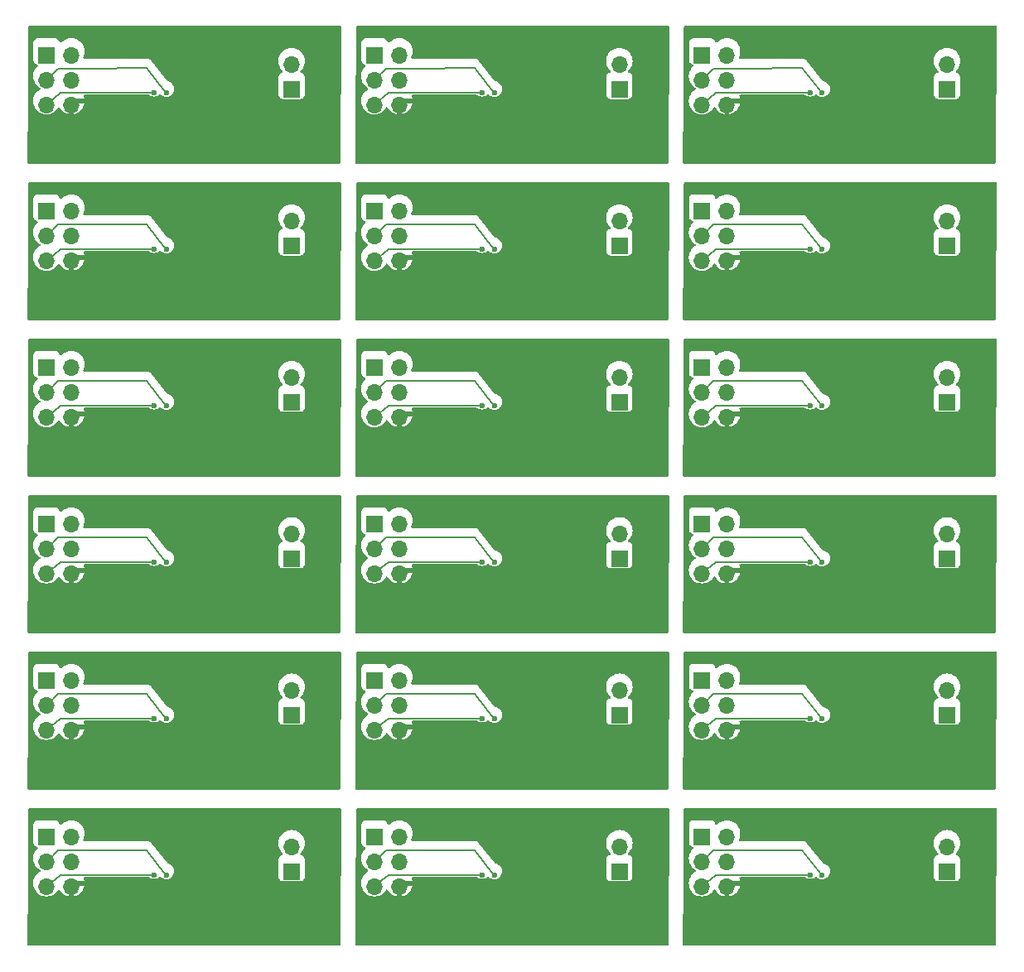
<source format=gbr>
%TF.GenerationSoftware,KiCad,Pcbnew,8.0.1*%
%TF.CreationDate,2024-04-28T15:40:33+08:00*%
%TF.ProjectId,pinban,70696e62-616e-42e6-9b69-6361645f7063,rev?*%
%TF.SameCoordinates,Original*%
%TF.FileFunction,Copper,L2,Bot*%
%TF.FilePolarity,Positive*%
%FSLAX46Y46*%
G04 Gerber Fmt 4.6, Leading zero omitted, Abs format (unit mm)*
G04 Created by KiCad (PCBNEW 8.0.1) date 2024-04-28 15:40:33*
%MOMM*%
%LPD*%
G01*
G04 APERTURE LIST*
%TA.AperFunction,Conductor*%
%ADD10C,0.200000*%
%TD*%
%TA.AperFunction,ComponentPad*%
%ADD11R,1.700000X1.700000*%
%TD*%
%TA.AperFunction,ComponentPad*%
%ADD12O,1.700000X1.700000*%
%TD*%
%TA.AperFunction,ViaPad*%
%ADD13C,0.600000*%
%TD*%
G04 APERTURE END LIST*
D10*
X131132418Y-117849415D02*
X139750000Y-117849415D01*
X130871873Y-115355598D02*
X129750000Y-116500000D01*
X133813152Y-115355598D02*
X130871873Y-115355598D01*
X139930989Y-115353255D02*
X141922265Y-117863672D01*
X129750000Y-119000000D02*
X131132418Y-117849415D01*
X139750000Y-117849415D02*
X140614175Y-117847435D01*
X139930989Y-115353255D02*
X133813152Y-115355598D01*
X97632418Y-117849415D02*
X106250000Y-117849415D01*
X97371873Y-115355598D02*
X96250000Y-116500000D01*
X100313152Y-115355598D02*
X97371873Y-115355598D01*
X106430989Y-115353255D02*
X108422265Y-117863672D01*
X96250000Y-119000000D02*
X97632418Y-117849415D01*
X106250000Y-117849415D02*
X107114175Y-117847435D01*
X106430989Y-115353255D02*
X100313152Y-115355598D01*
X64132418Y-117849415D02*
X72750000Y-117849415D01*
X63871873Y-115355598D02*
X62750000Y-116500000D01*
X66813152Y-115355598D02*
X63871873Y-115355598D01*
X72930989Y-115353255D02*
X74922265Y-117863672D01*
X62750000Y-119000000D02*
X64132418Y-117849415D01*
X72750000Y-117849415D02*
X73614175Y-117847435D01*
X72930989Y-115353255D02*
X66813152Y-115355598D01*
X131132418Y-101849415D02*
X139750000Y-101849415D01*
X130871873Y-99355598D02*
X129750000Y-100500000D01*
X133813152Y-99355598D02*
X130871873Y-99355598D01*
X139930989Y-99353255D02*
X141922265Y-101863672D01*
X129750000Y-103000000D02*
X131132418Y-101849415D01*
X139750000Y-101849415D02*
X140614175Y-101847435D01*
X139930989Y-99353255D02*
X133813152Y-99355598D01*
X97632418Y-101849415D02*
X106250000Y-101849415D01*
X97371873Y-99355598D02*
X96250000Y-100500000D01*
X100313152Y-99355598D02*
X97371873Y-99355598D01*
X106430989Y-99353255D02*
X108422265Y-101863672D01*
X96250000Y-103000000D02*
X97632418Y-101849415D01*
X106250000Y-101849415D02*
X107114175Y-101847435D01*
X106430989Y-99353255D02*
X100313152Y-99355598D01*
X64132418Y-101849415D02*
X72750000Y-101849415D01*
X63871873Y-99355598D02*
X62750000Y-100500000D01*
X66813152Y-99355598D02*
X63871873Y-99355598D01*
X72930989Y-99353255D02*
X74922265Y-101863672D01*
X62750000Y-103000000D02*
X64132418Y-101849415D01*
X72750000Y-101849415D02*
X73614175Y-101847435D01*
X72930989Y-99353255D02*
X66813152Y-99355598D01*
X131132418Y-85849415D02*
X139750000Y-85849415D01*
X130871873Y-83355598D02*
X129750000Y-84500000D01*
X133813152Y-83355598D02*
X130871873Y-83355598D01*
X139930989Y-83353255D02*
X141922265Y-85863672D01*
X129750000Y-87000000D02*
X131132418Y-85849415D01*
X139750000Y-85849415D02*
X140614175Y-85847435D01*
X139930989Y-83353255D02*
X133813152Y-83355598D01*
X97632418Y-85849415D02*
X106250000Y-85849415D01*
X97371873Y-83355598D02*
X96250000Y-84500000D01*
X100313152Y-83355598D02*
X97371873Y-83355598D01*
X106430989Y-83353255D02*
X108422265Y-85863672D01*
X96250000Y-87000000D02*
X97632418Y-85849415D01*
X106250000Y-85849415D02*
X107114175Y-85847435D01*
X106430989Y-83353255D02*
X100313152Y-83355598D01*
X64132418Y-85849415D02*
X72750000Y-85849415D01*
X63871873Y-83355598D02*
X62750000Y-84500000D01*
X66813152Y-83355598D02*
X63871873Y-83355598D01*
X72930989Y-83353255D02*
X74922265Y-85863672D01*
X62750000Y-87000000D02*
X64132418Y-85849415D01*
X72750000Y-85849415D02*
X73614175Y-85847435D01*
X72930989Y-83353255D02*
X66813152Y-83355598D01*
X131132418Y-69849415D02*
X139750000Y-69849415D01*
X130871873Y-67355598D02*
X129750000Y-68500000D01*
X133813152Y-67355598D02*
X130871873Y-67355598D01*
X139930989Y-67353255D02*
X141922265Y-69863672D01*
X129750000Y-71000000D02*
X131132418Y-69849415D01*
X139750000Y-69849415D02*
X140614175Y-69847435D01*
X139930989Y-67353255D02*
X133813152Y-67355598D01*
X97632418Y-69849415D02*
X106250000Y-69849415D01*
X97371873Y-67355598D02*
X96250000Y-68500000D01*
X100313152Y-67355598D02*
X97371873Y-67355598D01*
X106430989Y-67353255D02*
X108422265Y-69863672D01*
X96250000Y-71000000D02*
X97632418Y-69849415D01*
X106250000Y-69849415D02*
X107114175Y-69847435D01*
X106430989Y-67353255D02*
X100313152Y-67355598D01*
X64132418Y-69849415D02*
X72750000Y-69849415D01*
X63871873Y-67355598D02*
X62750000Y-68500000D01*
X66813152Y-67355598D02*
X63871873Y-67355598D01*
X72930989Y-67353255D02*
X74922265Y-69863672D01*
X62750000Y-71000000D02*
X64132418Y-69849415D01*
X72750000Y-69849415D02*
X73614175Y-69847435D01*
X72930989Y-67353255D02*
X66813152Y-67355598D01*
X131132418Y-53849415D02*
X139750000Y-53849415D01*
X130871873Y-51355598D02*
X129750000Y-52500000D01*
X133813152Y-51355598D02*
X130871873Y-51355598D01*
X139930989Y-51353255D02*
X141922265Y-53863672D01*
X129750000Y-55000000D02*
X131132418Y-53849415D01*
X139750000Y-53849415D02*
X140614175Y-53847435D01*
X139930989Y-51353255D02*
X133813152Y-51355598D01*
X97632418Y-53849415D02*
X106250000Y-53849415D01*
X97371873Y-51355598D02*
X96250000Y-52500000D01*
X100313152Y-51355598D02*
X97371873Y-51355598D01*
X106430989Y-51353255D02*
X108422265Y-53863672D01*
X96250000Y-55000000D02*
X97632418Y-53849415D01*
X106250000Y-53849415D02*
X107114175Y-53847435D01*
X106430989Y-51353255D02*
X100313152Y-51355598D01*
X64132418Y-53849415D02*
X72750000Y-53849415D01*
X63871873Y-51355598D02*
X62750000Y-52500000D01*
X66813152Y-51355598D02*
X63871873Y-51355598D01*
X72930989Y-51353255D02*
X74922265Y-53863672D01*
X62750000Y-55000000D02*
X64132418Y-53849415D01*
X72750000Y-53849415D02*
X73614175Y-53847435D01*
X72930989Y-51353255D02*
X66813152Y-51355598D01*
X131132418Y-37849415D02*
X139750000Y-37849415D01*
X130871873Y-35355598D02*
X129750000Y-36500000D01*
X133813152Y-35355598D02*
X130871873Y-35355598D01*
X139930989Y-35353255D02*
X141922265Y-37863672D01*
X129750000Y-39000000D02*
X131132418Y-37849415D01*
X139750000Y-37849415D02*
X140614175Y-37847435D01*
X139930989Y-35353255D02*
X133813152Y-35355598D01*
X97632418Y-37849415D02*
X106250000Y-37849415D01*
X97371873Y-35355598D02*
X96250000Y-36500000D01*
X100313152Y-35355598D02*
X97371873Y-35355598D01*
X106430989Y-35353255D02*
X108422265Y-37863672D01*
X96250000Y-39000000D02*
X97632418Y-37849415D01*
X106250000Y-37849415D02*
X107114175Y-37847435D01*
X106430989Y-35353255D02*
X100313152Y-35355598D01*
X63871873Y-35355598D02*
X62750000Y-36500000D01*
X62750000Y-39000000D02*
X64132418Y-37849415D01*
X72750000Y-37849415D02*
X73614175Y-37847435D01*
X66813152Y-35355598D02*
X63871873Y-35355598D01*
X72930989Y-35353255D02*
X66813152Y-35355598D01*
X72930989Y-35353255D02*
X74922265Y-37863672D01*
X64132418Y-37849415D02*
X72750000Y-37849415D01*
D11*
X154750000Y-117540000D03*
D12*
X154750000Y-115000000D03*
D11*
X129710000Y-114000000D03*
D12*
X132250000Y-114000000D03*
X129710000Y-116540000D03*
X132250000Y-116540000D03*
X129710000Y-119080000D03*
X132250000Y-119080000D03*
D11*
X121250000Y-117540000D03*
D12*
X121250000Y-115000000D03*
D11*
X96210000Y-114000000D03*
D12*
X98750000Y-114000000D03*
X96210000Y-116540000D03*
X98750000Y-116540000D03*
X96210000Y-119080000D03*
X98750000Y-119080000D03*
D11*
X87750000Y-117540000D03*
D12*
X87750000Y-115000000D03*
D11*
X62710000Y-114000000D03*
D12*
X65250000Y-114000000D03*
X62710000Y-116540000D03*
X65250000Y-116540000D03*
X62710000Y-119080000D03*
X65250000Y-119080000D03*
D11*
X154750000Y-101540000D03*
D12*
X154750000Y-99000000D03*
D11*
X129710000Y-98000000D03*
D12*
X132250000Y-98000000D03*
X129710000Y-100540000D03*
X132250000Y-100540000D03*
X129710000Y-103080000D03*
X132250000Y-103080000D03*
D11*
X121250000Y-101540000D03*
D12*
X121250000Y-99000000D03*
D11*
X96210000Y-98000000D03*
D12*
X98750000Y-98000000D03*
X96210000Y-100540000D03*
X98750000Y-100540000D03*
X96210000Y-103080000D03*
X98750000Y-103080000D03*
D11*
X87750000Y-101540000D03*
D12*
X87750000Y-99000000D03*
D11*
X62710000Y-98000000D03*
D12*
X65250000Y-98000000D03*
X62710000Y-100540000D03*
X65250000Y-100540000D03*
X62710000Y-103080000D03*
X65250000Y-103080000D03*
D11*
X154750000Y-85540000D03*
D12*
X154750000Y-83000000D03*
D11*
X129710000Y-82000000D03*
D12*
X132250000Y-82000000D03*
X129710000Y-84540000D03*
X132250000Y-84540000D03*
X129710000Y-87080000D03*
X132250000Y-87080000D03*
D11*
X121250000Y-85540000D03*
D12*
X121250000Y-83000000D03*
D11*
X96210000Y-82000000D03*
D12*
X98750000Y-82000000D03*
X96210000Y-84540000D03*
X98750000Y-84540000D03*
X96210000Y-87080000D03*
X98750000Y-87080000D03*
D11*
X87750000Y-85540000D03*
D12*
X87750000Y-83000000D03*
D11*
X62710000Y-82000000D03*
D12*
X65250000Y-82000000D03*
X62710000Y-84540000D03*
X65250000Y-84540000D03*
X62710000Y-87080000D03*
X65250000Y-87080000D03*
D11*
X154750000Y-69540000D03*
D12*
X154750000Y-67000000D03*
D11*
X129710000Y-66000000D03*
D12*
X132250000Y-66000000D03*
X129710000Y-68540000D03*
X132250000Y-68540000D03*
X129710000Y-71080000D03*
X132250000Y-71080000D03*
D11*
X121250000Y-69540000D03*
D12*
X121250000Y-67000000D03*
D11*
X96210000Y-66000000D03*
D12*
X98750000Y-66000000D03*
X96210000Y-68540000D03*
X98750000Y-68540000D03*
X96210000Y-71080000D03*
X98750000Y-71080000D03*
D11*
X87750000Y-69540000D03*
D12*
X87750000Y-67000000D03*
D11*
X62710000Y-66000000D03*
D12*
X65250000Y-66000000D03*
X62710000Y-68540000D03*
X65250000Y-68540000D03*
X62710000Y-71080000D03*
X65250000Y-71080000D03*
D11*
X154750000Y-53540000D03*
D12*
X154750000Y-51000000D03*
D11*
X129710000Y-50000000D03*
D12*
X132250000Y-50000000D03*
X129710000Y-52540000D03*
X132250000Y-52540000D03*
X129710000Y-55080000D03*
X132250000Y-55080000D03*
D11*
X121250000Y-53540000D03*
D12*
X121250000Y-51000000D03*
D11*
X96210000Y-50000000D03*
D12*
X98750000Y-50000000D03*
X96210000Y-52540000D03*
X98750000Y-52540000D03*
X96210000Y-55080000D03*
X98750000Y-55080000D03*
D11*
X87750000Y-53540000D03*
D12*
X87750000Y-51000000D03*
D11*
X62710000Y-50000000D03*
D12*
X65250000Y-50000000D03*
X62710000Y-52540000D03*
X65250000Y-52540000D03*
X62710000Y-55080000D03*
X65250000Y-55080000D03*
D11*
X154750000Y-37540000D03*
D12*
X154750000Y-35000000D03*
D11*
X129710000Y-34000000D03*
D12*
X132250000Y-34000000D03*
X129710000Y-36540000D03*
X132250000Y-36540000D03*
X129710000Y-39080000D03*
X132250000Y-39080000D03*
D11*
X121250000Y-37540000D03*
D12*
X121250000Y-35000000D03*
D11*
X96210000Y-34000000D03*
D12*
X98750000Y-34000000D03*
X96210000Y-36540000D03*
X98750000Y-36540000D03*
X96210000Y-39080000D03*
X98750000Y-39080000D03*
D11*
X62710000Y-34000000D03*
D12*
X65250000Y-34000000D03*
X62710000Y-36540000D03*
X65250000Y-36540000D03*
X62710000Y-39080000D03*
X65250000Y-39080000D03*
D11*
X87750000Y-37540000D03*
D12*
X87750000Y-35000000D03*
D13*
X140733272Y-117834675D03*
X141966780Y-117868703D03*
X107233272Y-117834675D03*
X108466780Y-117868703D03*
X73733272Y-117834675D03*
X74966780Y-117868703D03*
X140733272Y-101834675D03*
X141966780Y-101868703D03*
X107233272Y-101834675D03*
X108466780Y-101868703D03*
X73733272Y-101834675D03*
X74966780Y-101868703D03*
X140733272Y-85834675D03*
X141966780Y-85868703D03*
X107233272Y-85834675D03*
X108466780Y-85868703D03*
X73733272Y-85834675D03*
X74966780Y-85868703D03*
X140733272Y-69834675D03*
X141966780Y-69868703D03*
X107233272Y-69834675D03*
X108466780Y-69868703D03*
X73733272Y-69834675D03*
X74966780Y-69868703D03*
X140733272Y-53834675D03*
X141966780Y-53868703D03*
X107233272Y-53834675D03*
X108466780Y-53868703D03*
X73733272Y-53834675D03*
X74966780Y-53868703D03*
X140733272Y-37834675D03*
X141966780Y-37868703D03*
X107233272Y-37834675D03*
X108466780Y-37868703D03*
X73733272Y-37834675D03*
X74966780Y-37868703D03*
%TA.AperFunction,Conductor*%
G36*
X92792152Y-31020185D02*
G01*
X92837907Y-31072989D01*
X92849110Y-31125379D01*
X92750877Y-44976379D01*
X92730717Y-45043278D01*
X92677590Y-45088657D01*
X92626880Y-45099500D01*
X60874887Y-45099500D01*
X60807848Y-45079815D01*
X60762093Y-45027011D01*
X60750890Y-44974621D01*
X60795532Y-38680000D01*
X61354341Y-38680000D01*
X61374936Y-38915403D01*
X61374938Y-38915413D01*
X61436094Y-39143655D01*
X61436096Y-39143659D01*
X61436097Y-39143663D01*
X61519155Y-39321781D01*
X61535965Y-39357830D01*
X61535967Y-39357834D01*
X61644281Y-39512521D01*
X61671505Y-39551401D01*
X61838599Y-39718495D01*
X61935384Y-39786265D01*
X62032165Y-39854032D01*
X62032167Y-39854033D01*
X62032170Y-39854035D01*
X62246337Y-39953903D01*
X62474592Y-40015063D01*
X62662918Y-40031539D01*
X62709999Y-40035659D01*
X62710000Y-40035659D01*
X62710001Y-40035659D01*
X62749234Y-40032226D01*
X62945408Y-40015063D01*
X63173663Y-39953903D01*
X63387830Y-39854035D01*
X63581401Y-39718495D01*
X63748495Y-39551401D01*
X63878730Y-39365405D01*
X63933307Y-39321781D01*
X64002805Y-39314587D01*
X64065160Y-39346110D01*
X64081879Y-39365405D01*
X64211890Y-39551078D01*
X64378917Y-39718105D01*
X64572421Y-39853600D01*
X64786507Y-39953429D01*
X64786516Y-39953433D01*
X65000000Y-40010634D01*
X65000000Y-39113012D01*
X65057007Y-39145925D01*
X65184174Y-39180000D01*
X65315826Y-39180000D01*
X65442993Y-39145925D01*
X65500000Y-39113012D01*
X65500000Y-40010633D01*
X65713483Y-39953433D01*
X65713492Y-39953429D01*
X65927578Y-39853600D01*
X66121082Y-39718105D01*
X66288105Y-39551082D01*
X66423600Y-39357578D01*
X66523429Y-39143492D01*
X66523432Y-39143486D01*
X66580636Y-38930000D01*
X65683012Y-38930000D01*
X65715925Y-38872993D01*
X65750000Y-38745826D01*
X65750000Y-38614174D01*
X65715925Y-38487007D01*
X65683012Y-38430000D01*
X66580636Y-38430000D01*
X66580635Y-38429999D01*
X66523427Y-38216497D01*
X66523361Y-38216316D01*
X66523355Y-38216230D01*
X66522029Y-38211280D01*
X66523024Y-38211013D01*
X66518935Y-38146587D01*
X66552910Y-38085534D01*
X66614500Y-38052541D01*
X66639886Y-38049915D01*
X72662944Y-38049915D01*
X72665957Y-38050108D01*
X72672313Y-38050093D01*
X72672319Y-38050095D01*
X72750734Y-38049915D01*
X72750857Y-38049915D01*
X72835435Y-38049915D01*
X72838439Y-38049714D01*
X73170275Y-38048953D01*
X73236528Y-38067958D01*
X73383750Y-38160464D01*
X73543120Y-38216230D01*
X73554017Y-38220043D01*
X73554022Y-38220044D01*
X73733268Y-38240240D01*
X73733272Y-38240240D01*
X73733276Y-38240240D01*
X73912521Y-38220044D01*
X73912524Y-38220043D01*
X73912527Y-38220043D01*
X74082794Y-38160464D01*
X74235534Y-38064491D01*
X74245328Y-38054697D01*
X74306650Y-38021210D01*
X74376342Y-38026192D01*
X74420693Y-38054694D01*
X74464518Y-38098519D01*
X74617258Y-38194492D01*
X74725387Y-38232328D01*
X74787525Y-38254071D01*
X74787530Y-38254072D01*
X74966776Y-38274268D01*
X74966780Y-38274268D01*
X74966784Y-38274268D01*
X75146029Y-38254072D01*
X75146032Y-38254071D01*
X75146035Y-38254071D01*
X75316302Y-38194492D01*
X75469042Y-38098519D01*
X75596596Y-37970965D01*
X75692569Y-37818225D01*
X75752148Y-37647958D01*
X75768147Y-37505965D01*
X75772345Y-37468706D01*
X75772345Y-37468699D01*
X75752149Y-37289453D01*
X75752148Y-37289448D01*
X75692568Y-37119179D01*
X75596595Y-36966440D01*
X75469042Y-36838887D01*
X75316301Y-36742913D01*
X75205613Y-36704182D01*
X75146035Y-36683335D01*
X75125242Y-36680992D01*
X75113510Y-36679670D01*
X75049097Y-36652602D01*
X75030248Y-36633509D01*
X73434512Y-34621752D01*
X73424301Y-34606738D01*
X73420407Y-34600000D01*
X86394341Y-34600000D01*
X86414936Y-34835403D01*
X86414938Y-34835413D01*
X86476094Y-35063655D01*
X86476096Y-35063659D01*
X86476097Y-35063663D01*
X86571661Y-35268599D01*
X86575965Y-35277830D01*
X86575967Y-35277834D01*
X86684281Y-35432521D01*
X86711501Y-35471396D01*
X86711506Y-35471402D01*
X86833430Y-35593326D01*
X86866915Y-35654649D01*
X86861931Y-35724341D01*
X86820059Y-35780274D01*
X86789083Y-35797189D01*
X86657669Y-35846203D01*
X86657664Y-35846206D01*
X86542455Y-35932452D01*
X86542452Y-35932455D01*
X86456206Y-36047664D01*
X86456202Y-36047671D01*
X86405908Y-36182517D01*
X86399501Y-36242116D01*
X86399501Y-36242123D01*
X86399500Y-36242135D01*
X86399500Y-38037870D01*
X86399501Y-38037876D01*
X86405908Y-38097483D01*
X86456202Y-38232328D01*
X86456206Y-38232335D01*
X86542452Y-38347544D01*
X86542455Y-38347547D01*
X86657664Y-38433793D01*
X86657671Y-38433797D01*
X86792517Y-38484091D01*
X86792516Y-38484091D01*
X86799444Y-38484835D01*
X86852127Y-38490500D01*
X88647872Y-38490499D01*
X88707483Y-38484091D01*
X88842331Y-38433796D01*
X88957546Y-38347546D01*
X89043796Y-38232331D01*
X89094091Y-38097483D01*
X89100500Y-38037873D01*
X89100499Y-36242128D01*
X89094091Y-36182517D01*
X89078233Y-36140000D01*
X89043797Y-36047671D01*
X89043793Y-36047664D01*
X88957547Y-35932455D01*
X88957544Y-35932452D01*
X88842335Y-35846206D01*
X88842328Y-35846202D01*
X88710917Y-35797189D01*
X88654983Y-35755318D01*
X88630566Y-35689853D01*
X88645418Y-35621580D01*
X88666563Y-35593332D01*
X88788495Y-35471401D01*
X88924035Y-35277830D01*
X89023903Y-35063663D01*
X89085063Y-34835408D01*
X89105659Y-34600000D01*
X89085063Y-34364592D01*
X89023903Y-34136337D01*
X88924035Y-33922171D01*
X88863284Y-33835408D01*
X88788494Y-33728597D01*
X88621402Y-33561506D01*
X88621395Y-33561501D01*
X88427834Y-33425967D01*
X88427830Y-33425965D01*
X88427828Y-33425964D01*
X88213663Y-33326097D01*
X88213659Y-33326096D01*
X88213655Y-33326094D01*
X87985413Y-33264938D01*
X87985403Y-33264936D01*
X87750001Y-33244341D01*
X87749999Y-33244341D01*
X87514596Y-33264936D01*
X87514586Y-33264938D01*
X87286344Y-33326094D01*
X87286335Y-33326098D01*
X87072171Y-33425964D01*
X87072169Y-33425965D01*
X86878597Y-33561505D01*
X86711505Y-33728597D01*
X86575965Y-33922169D01*
X86575964Y-33922171D01*
X86476098Y-34136335D01*
X86476094Y-34136344D01*
X86414938Y-34364586D01*
X86414936Y-34364596D01*
X86394341Y-34599999D01*
X86394341Y-34600000D01*
X73420407Y-34600000D01*
X73411367Y-34584355D01*
X73411364Y-34584352D01*
X73385001Y-34558009D01*
X73375500Y-34547354D01*
X73352325Y-34518138D01*
X73352322Y-34518135D01*
X73331560Y-34502728D01*
X73317807Y-34490867D01*
X73299519Y-34472593D01*
X73267225Y-34453965D01*
X73255297Y-34446136D01*
X73225354Y-34423916D01*
X73225353Y-34423915D01*
X73225351Y-34423914D01*
X73201303Y-34414403D01*
X73184951Y-34406506D01*
X73162558Y-34393589D01*
X73126539Y-34383952D01*
X73112991Y-34379477D01*
X73078325Y-34365767D01*
X73078320Y-34365765D01*
X73078317Y-34365764D01*
X73078315Y-34365764D01*
X73052623Y-34362801D01*
X73034790Y-34359406D01*
X73009816Y-34352725D01*
X73009815Y-34352725D01*
X72972544Y-34352739D01*
X72958293Y-34351923D01*
X72921247Y-34347651D01*
X72921244Y-34347651D01*
X72895662Y-34351438D01*
X72877551Y-34352775D01*
X66812216Y-34355098D01*
X66582645Y-34355098D01*
X66515606Y-34335413D01*
X66469851Y-34282609D01*
X66459907Y-34213451D01*
X66470263Y-34178693D01*
X66490015Y-34136335D01*
X66523903Y-34063663D01*
X66585063Y-33835408D01*
X66605659Y-33600000D01*
X66585063Y-33364592D01*
X66523903Y-33136337D01*
X66424035Y-32922171D01*
X66288495Y-32728599D01*
X66288494Y-32728597D01*
X66121402Y-32561506D01*
X66121395Y-32561501D01*
X65927834Y-32425967D01*
X65927830Y-32425965D01*
X65927828Y-32425964D01*
X65713663Y-32326097D01*
X65713659Y-32326096D01*
X65713655Y-32326094D01*
X65485413Y-32264938D01*
X65485403Y-32264936D01*
X65250001Y-32244341D01*
X65249999Y-32244341D01*
X65014596Y-32264936D01*
X65014586Y-32264938D01*
X64786344Y-32326094D01*
X64786335Y-32326098D01*
X64572171Y-32425964D01*
X64572169Y-32425965D01*
X64378600Y-32561503D01*
X64256673Y-32683430D01*
X64195350Y-32716914D01*
X64125658Y-32711930D01*
X64069725Y-32670058D01*
X64052810Y-32639081D01*
X64003797Y-32507671D01*
X64003793Y-32507664D01*
X63917547Y-32392455D01*
X63917544Y-32392452D01*
X63802335Y-32306206D01*
X63802328Y-32306202D01*
X63667482Y-32255908D01*
X63667483Y-32255908D01*
X63607883Y-32249501D01*
X63607881Y-32249500D01*
X63607873Y-32249500D01*
X63607864Y-32249500D01*
X61812129Y-32249500D01*
X61812123Y-32249501D01*
X61752516Y-32255908D01*
X61617671Y-32306202D01*
X61617664Y-32306206D01*
X61502455Y-32392452D01*
X61502452Y-32392455D01*
X61416206Y-32507664D01*
X61416202Y-32507671D01*
X61365908Y-32642517D01*
X61359501Y-32702116D01*
X61359500Y-32702135D01*
X61359500Y-34497870D01*
X61359501Y-34497876D01*
X61365908Y-34557483D01*
X61416202Y-34692328D01*
X61416206Y-34692335D01*
X61502452Y-34807544D01*
X61502455Y-34807547D01*
X61617664Y-34893793D01*
X61617671Y-34893797D01*
X61749081Y-34942810D01*
X61805015Y-34984681D01*
X61829432Y-35050145D01*
X61814580Y-35118418D01*
X61793430Y-35146673D01*
X61671503Y-35268600D01*
X61535965Y-35462169D01*
X61535964Y-35462171D01*
X61436098Y-35676335D01*
X61436094Y-35676344D01*
X61374938Y-35904586D01*
X61374936Y-35904596D01*
X61354341Y-36139999D01*
X61354341Y-36140000D01*
X61374936Y-36375403D01*
X61374938Y-36375413D01*
X61436094Y-36603655D01*
X61436096Y-36603659D01*
X61436097Y-36603663D01*
X61485601Y-36709824D01*
X61535965Y-36817830D01*
X61535967Y-36817834D01*
X61671501Y-37011395D01*
X61671506Y-37011402D01*
X61838597Y-37178493D01*
X61838603Y-37178498D01*
X62024158Y-37308425D01*
X62067783Y-37363002D01*
X62074977Y-37432500D01*
X62043454Y-37494855D01*
X62024158Y-37511575D01*
X61838597Y-37641505D01*
X61671505Y-37808597D01*
X61535965Y-38002169D01*
X61535964Y-38002171D01*
X61436098Y-38216335D01*
X61436094Y-38216344D01*
X61374938Y-38444586D01*
X61374936Y-38444596D01*
X61354341Y-38679999D01*
X61354341Y-38680000D01*
X60795532Y-38680000D01*
X60831833Y-33561501D01*
X60849123Y-31123620D01*
X60869283Y-31056722D01*
X60922410Y-31011343D01*
X60973120Y-31000500D01*
X92725113Y-31000500D01*
X92792152Y-31020185D01*
G37*
%TD.AperFunction*%
%TA.AperFunction,Conductor*%
G36*
X126292152Y-31020185D02*
G01*
X126337907Y-31072989D01*
X126349110Y-31125379D01*
X126250877Y-44976379D01*
X126230717Y-45043278D01*
X126177590Y-45088657D01*
X126126880Y-45099500D01*
X94374887Y-45099500D01*
X94307848Y-45079815D01*
X94262093Y-45027011D01*
X94250890Y-44974621D01*
X94295532Y-38680000D01*
X94854341Y-38680000D01*
X94874936Y-38915403D01*
X94874938Y-38915413D01*
X94936094Y-39143655D01*
X94936096Y-39143659D01*
X94936097Y-39143663D01*
X95019155Y-39321781D01*
X95035965Y-39357830D01*
X95035967Y-39357834D01*
X95144281Y-39512521D01*
X95171505Y-39551401D01*
X95338599Y-39718495D01*
X95435384Y-39786265D01*
X95532165Y-39854032D01*
X95532167Y-39854033D01*
X95532170Y-39854035D01*
X95746337Y-39953903D01*
X95974592Y-40015063D01*
X96162918Y-40031539D01*
X96209999Y-40035659D01*
X96210000Y-40035659D01*
X96210001Y-40035659D01*
X96249234Y-40032226D01*
X96445408Y-40015063D01*
X96673663Y-39953903D01*
X96887830Y-39854035D01*
X97081401Y-39718495D01*
X97248495Y-39551401D01*
X97378730Y-39365405D01*
X97433307Y-39321781D01*
X97502805Y-39314587D01*
X97565160Y-39346110D01*
X97581879Y-39365405D01*
X97711890Y-39551078D01*
X97878917Y-39718105D01*
X98072421Y-39853600D01*
X98286507Y-39953429D01*
X98286516Y-39953433D01*
X98500000Y-40010634D01*
X98500000Y-39113012D01*
X98557007Y-39145925D01*
X98684174Y-39180000D01*
X98815826Y-39180000D01*
X98942993Y-39145925D01*
X99000000Y-39113012D01*
X99000000Y-40010633D01*
X99213483Y-39953433D01*
X99213492Y-39953429D01*
X99427578Y-39853600D01*
X99621082Y-39718105D01*
X99788105Y-39551082D01*
X99923600Y-39357578D01*
X100023429Y-39143492D01*
X100023432Y-39143486D01*
X100080636Y-38930000D01*
X99183012Y-38930000D01*
X99215925Y-38872993D01*
X99250000Y-38745826D01*
X99250000Y-38614174D01*
X99215925Y-38487007D01*
X99183012Y-38430000D01*
X100080636Y-38430000D01*
X100080635Y-38429999D01*
X100023427Y-38216497D01*
X100023361Y-38216316D01*
X100023355Y-38216230D01*
X100022029Y-38211280D01*
X100023024Y-38211013D01*
X100018935Y-38146587D01*
X100052910Y-38085534D01*
X100114500Y-38052541D01*
X100139886Y-38049915D01*
X106162944Y-38049915D01*
X106165957Y-38050108D01*
X106172313Y-38050093D01*
X106172319Y-38050095D01*
X106250734Y-38049915D01*
X106250857Y-38049915D01*
X106335435Y-38049915D01*
X106338439Y-38049714D01*
X106670275Y-38048953D01*
X106736528Y-38067958D01*
X106883750Y-38160464D01*
X107043120Y-38216230D01*
X107054017Y-38220043D01*
X107054022Y-38220044D01*
X107233268Y-38240240D01*
X107233272Y-38240240D01*
X107233276Y-38240240D01*
X107412521Y-38220044D01*
X107412524Y-38220043D01*
X107412527Y-38220043D01*
X107582794Y-38160464D01*
X107735534Y-38064491D01*
X107745328Y-38054697D01*
X107806650Y-38021210D01*
X107876342Y-38026192D01*
X107920693Y-38054694D01*
X107964518Y-38098519D01*
X108117258Y-38194492D01*
X108225387Y-38232328D01*
X108287525Y-38254071D01*
X108287530Y-38254072D01*
X108466776Y-38274268D01*
X108466780Y-38274268D01*
X108466784Y-38274268D01*
X108646029Y-38254072D01*
X108646032Y-38254071D01*
X108646035Y-38254071D01*
X108816302Y-38194492D01*
X108969042Y-38098519D01*
X109096596Y-37970965D01*
X109192569Y-37818225D01*
X109252148Y-37647958D01*
X109268147Y-37505965D01*
X109272345Y-37468706D01*
X109272345Y-37468699D01*
X109252149Y-37289453D01*
X109252148Y-37289448D01*
X109192568Y-37119179D01*
X109096595Y-36966440D01*
X108969042Y-36838887D01*
X108816301Y-36742913D01*
X108705613Y-36704182D01*
X108646035Y-36683335D01*
X108625242Y-36680992D01*
X108613510Y-36679670D01*
X108549097Y-36652602D01*
X108530248Y-36633509D01*
X106934512Y-34621752D01*
X106924301Y-34606738D01*
X106920407Y-34600000D01*
X119894341Y-34600000D01*
X119914936Y-34835403D01*
X119914938Y-34835413D01*
X119976094Y-35063655D01*
X119976096Y-35063659D01*
X119976097Y-35063663D01*
X120071661Y-35268599D01*
X120075965Y-35277830D01*
X120075967Y-35277834D01*
X120184281Y-35432521D01*
X120211501Y-35471396D01*
X120211506Y-35471402D01*
X120333430Y-35593326D01*
X120366915Y-35654649D01*
X120361931Y-35724341D01*
X120320059Y-35780274D01*
X120289083Y-35797189D01*
X120157669Y-35846203D01*
X120157664Y-35846206D01*
X120042455Y-35932452D01*
X120042452Y-35932455D01*
X119956206Y-36047664D01*
X119956202Y-36047671D01*
X119905908Y-36182517D01*
X119899501Y-36242116D01*
X119899501Y-36242123D01*
X119899500Y-36242135D01*
X119899500Y-38037870D01*
X119899501Y-38037876D01*
X119905908Y-38097483D01*
X119956202Y-38232328D01*
X119956206Y-38232335D01*
X120042452Y-38347544D01*
X120042455Y-38347547D01*
X120157664Y-38433793D01*
X120157671Y-38433797D01*
X120292517Y-38484091D01*
X120292516Y-38484091D01*
X120299444Y-38484835D01*
X120352127Y-38490500D01*
X122147872Y-38490499D01*
X122207483Y-38484091D01*
X122342331Y-38433796D01*
X122457546Y-38347546D01*
X122543796Y-38232331D01*
X122594091Y-38097483D01*
X122600500Y-38037873D01*
X122600499Y-36242128D01*
X122594091Y-36182517D01*
X122578233Y-36140000D01*
X122543797Y-36047671D01*
X122543793Y-36047664D01*
X122457547Y-35932455D01*
X122457544Y-35932452D01*
X122342335Y-35846206D01*
X122342328Y-35846202D01*
X122210917Y-35797189D01*
X122154983Y-35755318D01*
X122130566Y-35689853D01*
X122145418Y-35621580D01*
X122166563Y-35593332D01*
X122288495Y-35471401D01*
X122424035Y-35277830D01*
X122523903Y-35063663D01*
X122585063Y-34835408D01*
X122605659Y-34600000D01*
X122585063Y-34364592D01*
X122523903Y-34136337D01*
X122424035Y-33922171D01*
X122363284Y-33835408D01*
X122288494Y-33728597D01*
X122121402Y-33561506D01*
X122121395Y-33561501D01*
X121927834Y-33425967D01*
X121927830Y-33425965D01*
X121927828Y-33425964D01*
X121713663Y-33326097D01*
X121713659Y-33326096D01*
X121713655Y-33326094D01*
X121485413Y-33264938D01*
X121485403Y-33264936D01*
X121250001Y-33244341D01*
X121249999Y-33244341D01*
X121014596Y-33264936D01*
X121014586Y-33264938D01*
X120786344Y-33326094D01*
X120786335Y-33326098D01*
X120572171Y-33425964D01*
X120572169Y-33425965D01*
X120378597Y-33561505D01*
X120211505Y-33728597D01*
X120075965Y-33922169D01*
X120075964Y-33922171D01*
X119976098Y-34136335D01*
X119976094Y-34136344D01*
X119914938Y-34364586D01*
X119914936Y-34364596D01*
X119894341Y-34599999D01*
X119894341Y-34600000D01*
X106920407Y-34600000D01*
X106911367Y-34584355D01*
X106911364Y-34584352D01*
X106885001Y-34558009D01*
X106875500Y-34547354D01*
X106852325Y-34518138D01*
X106852322Y-34518135D01*
X106831560Y-34502728D01*
X106817807Y-34490867D01*
X106799519Y-34472593D01*
X106767225Y-34453965D01*
X106755297Y-34446136D01*
X106725354Y-34423916D01*
X106725353Y-34423915D01*
X106725351Y-34423914D01*
X106701303Y-34414403D01*
X106684951Y-34406506D01*
X106662558Y-34393589D01*
X106626539Y-34383952D01*
X106612991Y-34379477D01*
X106578325Y-34365767D01*
X106578320Y-34365765D01*
X106578317Y-34365764D01*
X106578315Y-34365764D01*
X106552623Y-34362801D01*
X106534790Y-34359406D01*
X106509816Y-34352725D01*
X106509815Y-34352725D01*
X106472544Y-34352739D01*
X106458293Y-34351923D01*
X106421247Y-34347651D01*
X106421244Y-34347651D01*
X106395662Y-34351438D01*
X106377551Y-34352775D01*
X100312216Y-34355098D01*
X100082645Y-34355098D01*
X100015606Y-34335413D01*
X99969851Y-34282609D01*
X99959907Y-34213451D01*
X99970263Y-34178693D01*
X99990015Y-34136335D01*
X100023903Y-34063663D01*
X100085063Y-33835408D01*
X100105659Y-33600000D01*
X100085063Y-33364592D01*
X100023903Y-33136337D01*
X99924035Y-32922171D01*
X99788495Y-32728599D01*
X99788494Y-32728597D01*
X99621402Y-32561506D01*
X99621395Y-32561501D01*
X99427834Y-32425967D01*
X99427830Y-32425965D01*
X99427828Y-32425964D01*
X99213663Y-32326097D01*
X99213659Y-32326096D01*
X99213655Y-32326094D01*
X98985413Y-32264938D01*
X98985403Y-32264936D01*
X98750001Y-32244341D01*
X98749999Y-32244341D01*
X98514596Y-32264936D01*
X98514586Y-32264938D01*
X98286344Y-32326094D01*
X98286335Y-32326098D01*
X98072171Y-32425964D01*
X98072169Y-32425965D01*
X97878600Y-32561503D01*
X97756673Y-32683430D01*
X97695350Y-32716914D01*
X97625658Y-32711930D01*
X97569725Y-32670058D01*
X97552810Y-32639081D01*
X97503797Y-32507671D01*
X97503793Y-32507664D01*
X97417547Y-32392455D01*
X97417544Y-32392452D01*
X97302335Y-32306206D01*
X97302328Y-32306202D01*
X97167482Y-32255908D01*
X97167483Y-32255908D01*
X97107883Y-32249501D01*
X97107881Y-32249500D01*
X97107873Y-32249500D01*
X97107864Y-32249500D01*
X95312129Y-32249500D01*
X95312123Y-32249501D01*
X95252516Y-32255908D01*
X95117671Y-32306202D01*
X95117664Y-32306206D01*
X95002455Y-32392452D01*
X95002452Y-32392455D01*
X94916206Y-32507664D01*
X94916202Y-32507671D01*
X94865908Y-32642517D01*
X94859501Y-32702116D01*
X94859500Y-32702135D01*
X94859500Y-34497870D01*
X94859501Y-34497876D01*
X94865908Y-34557483D01*
X94916202Y-34692328D01*
X94916206Y-34692335D01*
X95002452Y-34807544D01*
X95002455Y-34807547D01*
X95117664Y-34893793D01*
X95117671Y-34893797D01*
X95249081Y-34942810D01*
X95305015Y-34984681D01*
X95329432Y-35050145D01*
X95314580Y-35118418D01*
X95293430Y-35146673D01*
X95171503Y-35268600D01*
X95035965Y-35462169D01*
X95035964Y-35462171D01*
X94936098Y-35676335D01*
X94936094Y-35676344D01*
X94874938Y-35904586D01*
X94874936Y-35904596D01*
X94854341Y-36139999D01*
X94854341Y-36140000D01*
X94874936Y-36375403D01*
X94874938Y-36375413D01*
X94936094Y-36603655D01*
X94936096Y-36603659D01*
X94936097Y-36603663D01*
X94985601Y-36709824D01*
X95035965Y-36817830D01*
X95035967Y-36817834D01*
X95171501Y-37011395D01*
X95171506Y-37011402D01*
X95338597Y-37178493D01*
X95338603Y-37178498D01*
X95524158Y-37308425D01*
X95567783Y-37363002D01*
X95574977Y-37432500D01*
X95543454Y-37494855D01*
X95524158Y-37511575D01*
X95338597Y-37641505D01*
X95171505Y-37808597D01*
X95035965Y-38002169D01*
X95035964Y-38002171D01*
X94936098Y-38216335D01*
X94936094Y-38216344D01*
X94874938Y-38444586D01*
X94874936Y-38444596D01*
X94854341Y-38679999D01*
X94854341Y-38680000D01*
X94295532Y-38680000D01*
X94331833Y-33561501D01*
X94349123Y-31123620D01*
X94369283Y-31056722D01*
X94422410Y-31011343D01*
X94473120Y-31000500D01*
X126225113Y-31000500D01*
X126292152Y-31020185D01*
G37*
%TD.AperFunction*%
%TA.AperFunction,Conductor*%
G36*
X159792152Y-31020185D02*
G01*
X159837907Y-31072989D01*
X159849110Y-31125379D01*
X159750877Y-44976379D01*
X159730717Y-45043278D01*
X159677590Y-45088657D01*
X159626880Y-45099500D01*
X127874887Y-45099500D01*
X127807848Y-45079815D01*
X127762093Y-45027011D01*
X127750890Y-44974621D01*
X127795532Y-38680000D01*
X128354341Y-38680000D01*
X128374936Y-38915403D01*
X128374938Y-38915413D01*
X128436094Y-39143655D01*
X128436096Y-39143659D01*
X128436097Y-39143663D01*
X128519155Y-39321781D01*
X128535965Y-39357830D01*
X128535967Y-39357834D01*
X128644281Y-39512521D01*
X128671505Y-39551401D01*
X128838599Y-39718495D01*
X128935384Y-39786265D01*
X129032165Y-39854032D01*
X129032167Y-39854033D01*
X129032170Y-39854035D01*
X129246337Y-39953903D01*
X129474592Y-40015063D01*
X129662918Y-40031539D01*
X129709999Y-40035659D01*
X129710000Y-40035659D01*
X129710001Y-40035659D01*
X129749234Y-40032226D01*
X129945408Y-40015063D01*
X130173663Y-39953903D01*
X130387830Y-39854035D01*
X130581401Y-39718495D01*
X130748495Y-39551401D01*
X130878730Y-39365405D01*
X130933307Y-39321781D01*
X131002805Y-39314587D01*
X131065160Y-39346110D01*
X131081879Y-39365405D01*
X131211890Y-39551078D01*
X131378917Y-39718105D01*
X131572421Y-39853600D01*
X131786507Y-39953429D01*
X131786516Y-39953433D01*
X132000000Y-40010634D01*
X132000000Y-39113012D01*
X132057007Y-39145925D01*
X132184174Y-39180000D01*
X132315826Y-39180000D01*
X132442993Y-39145925D01*
X132500000Y-39113012D01*
X132500000Y-40010633D01*
X132713483Y-39953433D01*
X132713492Y-39953429D01*
X132927578Y-39853600D01*
X133121082Y-39718105D01*
X133288105Y-39551082D01*
X133423600Y-39357578D01*
X133523429Y-39143492D01*
X133523432Y-39143486D01*
X133580636Y-38930000D01*
X132683012Y-38930000D01*
X132715925Y-38872993D01*
X132750000Y-38745826D01*
X132750000Y-38614174D01*
X132715925Y-38487007D01*
X132683012Y-38430000D01*
X133580636Y-38430000D01*
X133580635Y-38429999D01*
X133523427Y-38216497D01*
X133523361Y-38216316D01*
X133523355Y-38216230D01*
X133522029Y-38211280D01*
X133523024Y-38211013D01*
X133518935Y-38146587D01*
X133552910Y-38085534D01*
X133614500Y-38052541D01*
X133639886Y-38049915D01*
X139662944Y-38049915D01*
X139665957Y-38050108D01*
X139672313Y-38050093D01*
X139672319Y-38050095D01*
X139750734Y-38049915D01*
X139750857Y-38049915D01*
X139835435Y-38049915D01*
X139838439Y-38049714D01*
X140170275Y-38048953D01*
X140236528Y-38067958D01*
X140383750Y-38160464D01*
X140543120Y-38216230D01*
X140554017Y-38220043D01*
X140554022Y-38220044D01*
X140733268Y-38240240D01*
X140733272Y-38240240D01*
X140733276Y-38240240D01*
X140912521Y-38220044D01*
X140912524Y-38220043D01*
X140912527Y-38220043D01*
X141082794Y-38160464D01*
X141235534Y-38064491D01*
X141245328Y-38054697D01*
X141306650Y-38021210D01*
X141376342Y-38026192D01*
X141420693Y-38054694D01*
X141464518Y-38098519D01*
X141617258Y-38194492D01*
X141725387Y-38232328D01*
X141787525Y-38254071D01*
X141787530Y-38254072D01*
X141966776Y-38274268D01*
X141966780Y-38274268D01*
X141966784Y-38274268D01*
X142146029Y-38254072D01*
X142146032Y-38254071D01*
X142146035Y-38254071D01*
X142316302Y-38194492D01*
X142469042Y-38098519D01*
X142596596Y-37970965D01*
X142692569Y-37818225D01*
X142752148Y-37647958D01*
X142768147Y-37505965D01*
X142772345Y-37468706D01*
X142772345Y-37468699D01*
X142752149Y-37289453D01*
X142752148Y-37289448D01*
X142692568Y-37119179D01*
X142596595Y-36966440D01*
X142469042Y-36838887D01*
X142316301Y-36742913D01*
X142205613Y-36704182D01*
X142146035Y-36683335D01*
X142125242Y-36680992D01*
X142113510Y-36679670D01*
X142049097Y-36652602D01*
X142030248Y-36633509D01*
X140434512Y-34621752D01*
X140424301Y-34606738D01*
X140420407Y-34600000D01*
X153394341Y-34600000D01*
X153414936Y-34835403D01*
X153414938Y-34835413D01*
X153476094Y-35063655D01*
X153476096Y-35063659D01*
X153476097Y-35063663D01*
X153571661Y-35268599D01*
X153575965Y-35277830D01*
X153575967Y-35277834D01*
X153684281Y-35432521D01*
X153711501Y-35471396D01*
X153711506Y-35471402D01*
X153833430Y-35593326D01*
X153866915Y-35654649D01*
X153861931Y-35724341D01*
X153820059Y-35780274D01*
X153789083Y-35797189D01*
X153657669Y-35846203D01*
X153657664Y-35846206D01*
X153542455Y-35932452D01*
X153542452Y-35932455D01*
X153456206Y-36047664D01*
X153456202Y-36047671D01*
X153405908Y-36182517D01*
X153399501Y-36242116D01*
X153399501Y-36242123D01*
X153399500Y-36242135D01*
X153399500Y-38037870D01*
X153399501Y-38037876D01*
X153405908Y-38097483D01*
X153456202Y-38232328D01*
X153456206Y-38232335D01*
X153542452Y-38347544D01*
X153542455Y-38347547D01*
X153657664Y-38433793D01*
X153657671Y-38433797D01*
X153792517Y-38484091D01*
X153792516Y-38484091D01*
X153799444Y-38484835D01*
X153852127Y-38490500D01*
X155647872Y-38490499D01*
X155707483Y-38484091D01*
X155842331Y-38433796D01*
X155957546Y-38347546D01*
X156043796Y-38232331D01*
X156094091Y-38097483D01*
X156100500Y-38037873D01*
X156100499Y-36242128D01*
X156094091Y-36182517D01*
X156078233Y-36140000D01*
X156043797Y-36047671D01*
X156043793Y-36047664D01*
X155957547Y-35932455D01*
X155957544Y-35932452D01*
X155842335Y-35846206D01*
X155842328Y-35846202D01*
X155710917Y-35797189D01*
X155654983Y-35755318D01*
X155630566Y-35689853D01*
X155645418Y-35621580D01*
X155666563Y-35593332D01*
X155788495Y-35471401D01*
X155924035Y-35277830D01*
X156023903Y-35063663D01*
X156085063Y-34835408D01*
X156105659Y-34600000D01*
X156085063Y-34364592D01*
X156023903Y-34136337D01*
X155924035Y-33922171D01*
X155863284Y-33835408D01*
X155788494Y-33728597D01*
X155621402Y-33561506D01*
X155621395Y-33561501D01*
X155427834Y-33425967D01*
X155427830Y-33425965D01*
X155427828Y-33425964D01*
X155213663Y-33326097D01*
X155213659Y-33326096D01*
X155213655Y-33326094D01*
X154985413Y-33264938D01*
X154985403Y-33264936D01*
X154750001Y-33244341D01*
X154749999Y-33244341D01*
X154514596Y-33264936D01*
X154514586Y-33264938D01*
X154286344Y-33326094D01*
X154286335Y-33326098D01*
X154072171Y-33425964D01*
X154072169Y-33425965D01*
X153878597Y-33561505D01*
X153711505Y-33728597D01*
X153575965Y-33922169D01*
X153575964Y-33922171D01*
X153476098Y-34136335D01*
X153476094Y-34136344D01*
X153414938Y-34364586D01*
X153414936Y-34364596D01*
X153394341Y-34599999D01*
X153394341Y-34600000D01*
X140420407Y-34600000D01*
X140411367Y-34584355D01*
X140411364Y-34584352D01*
X140385001Y-34558009D01*
X140375500Y-34547354D01*
X140352325Y-34518138D01*
X140352322Y-34518135D01*
X140331560Y-34502728D01*
X140317807Y-34490867D01*
X140299519Y-34472593D01*
X140267225Y-34453965D01*
X140255297Y-34446136D01*
X140225354Y-34423916D01*
X140225353Y-34423915D01*
X140225351Y-34423914D01*
X140201303Y-34414403D01*
X140184951Y-34406506D01*
X140162558Y-34393589D01*
X140126539Y-34383952D01*
X140112991Y-34379477D01*
X140078325Y-34365767D01*
X140078320Y-34365765D01*
X140078317Y-34365764D01*
X140078315Y-34365764D01*
X140052623Y-34362801D01*
X140034790Y-34359406D01*
X140009816Y-34352725D01*
X140009815Y-34352725D01*
X139972544Y-34352739D01*
X139958293Y-34351923D01*
X139921247Y-34347651D01*
X139921244Y-34347651D01*
X139895662Y-34351438D01*
X139877551Y-34352775D01*
X133812216Y-34355098D01*
X133582645Y-34355098D01*
X133515606Y-34335413D01*
X133469851Y-34282609D01*
X133459907Y-34213451D01*
X133470263Y-34178693D01*
X133490015Y-34136335D01*
X133523903Y-34063663D01*
X133585063Y-33835408D01*
X133605659Y-33600000D01*
X133585063Y-33364592D01*
X133523903Y-33136337D01*
X133424035Y-32922171D01*
X133288495Y-32728599D01*
X133288494Y-32728597D01*
X133121402Y-32561506D01*
X133121395Y-32561501D01*
X132927834Y-32425967D01*
X132927830Y-32425965D01*
X132927828Y-32425964D01*
X132713663Y-32326097D01*
X132713659Y-32326096D01*
X132713655Y-32326094D01*
X132485413Y-32264938D01*
X132485403Y-32264936D01*
X132250001Y-32244341D01*
X132249999Y-32244341D01*
X132014596Y-32264936D01*
X132014586Y-32264938D01*
X131786344Y-32326094D01*
X131786335Y-32326098D01*
X131572171Y-32425964D01*
X131572169Y-32425965D01*
X131378600Y-32561503D01*
X131256673Y-32683430D01*
X131195350Y-32716914D01*
X131125658Y-32711930D01*
X131069725Y-32670058D01*
X131052810Y-32639081D01*
X131003797Y-32507671D01*
X131003793Y-32507664D01*
X130917547Y-32392455D01*
X130917544Y-32392452D01*
X130802335Y-32306206D01*
X130802328Y-32306202D01*
X130667482Y-32255908D01*
X130667483Y-32255908D01*
X130607883Y-32249501D01*
X130607881Y-32249500D01*
X130607873Y-32249500D01*
X130607864Y-32249500D01*
X128812129Y-32249500D01*
X128812123Y-32249501D01*
X128752516Y-32255908D01*
X128617671Y-32306202D01*
X128617664Y-32306206D01*
X128502455Y-32392452D01*
X128502452Y-32392455D01*
X128416206Y-32507664D01*
X128416202Y-32507671D01*
X128365908Y-32642517D01*
X128359501Y-32702116D01*
X128359500Y-32702135D01*
X128359500Y-34497870D01*
X128359501Y-34497876D01*
X128365908Y-34557483D01*
X128416202Y-34692328D01*
X128416206Y-34692335D01*
X128502452Y-34807544D01*
X128502455Y-34807547D01*
X128617664Y-34893793D01*
X128617671Y-34893797D01*
X128749081Y-34942810D01*
X128805015Y-34984681D01*
X128829432Y-35050145D01*
X128814580Y-35118418D01*
X128793430Y-35146673D01*
X128671503Y-35268600D01*
X128535965Y-35462169D01*
X128535964Y-35462171D01*
X128436098Y-35676335D01*
X128436094Y-35676344D01*
X128374938Y-35904586D01*
X128374936Y-35904596D01*
X128354341Y-36139999D01*
X128354341Y-36140000D01*
X128374936Y-36375403D01*
X128374938Y-36375413D01*
X128436094Y-36603655D01*
X128436096Y-36603659D01*
X128436097Y-36603663D01*
X128485601Y-36709824D01*
X128535965Y-36817830D01*
X128535967Y-36817834D01*
X128671501Y-37011395D01*
X128671506Y-37011402D01*
X128838597Y-37178493D01*
X128838603Y-37178498D01*
X129024158Y-37308425D01*
X129067783Y-37363002D01*
X129074977Y-37432500D01*
X129043454Y-37494855D01*
X129024158Y-37511575D01*
X128838597Y-37641505D01*
X128671505Y-37808597D01*
X128535965Y-38002169D01*
X128535964Y-38002171D01*
X128436098Y-38216335D01*
X128436094Y-38216344D01*
X128374938Y-38444586D01*
X128374936Y-38444596D01*
X128354341Y-38679999D01*
X128354341Y-38680000D01*
X127795532Y-38680000D01*
X127831833Y-33561501D01*
X127849123Y-31123620D01*
X127869283Y-31056722D01*
X127922410Y-31011343D01*
X127973120Y-31000500D01*
X159725113Y-31000500D01*
X159792152Y-31020185D01*
G37*
%TD.AperFunction*%
%TA.AperFunction,Conductor*%
G36*
X92792152Y-47020185D02*
G01*
X92837907Y-47072989D01*
X92849110Y-47125379D01*
X92750877Y-60976379D01*
X92730717Y-61043278D01*
X92677590Y-61088657D01*
X92626880Y-61099500D01*
X60874887Y-61099500D01*
X60807848Y-61079815D01*
X60762093Y-61027011D01*
X60750890Y-60974621D01*
X60795532Y-54680000D01*
X61354341Y-54680000D01*
X61374936Y-54915403D01*
X61374938Y-54915413D01*
X61436094Y-55143655D01*
X61436096Y-55143659D01*
X61436097Y-55143663D01*
X61519155Y-55321781D01*
X61535965Y-55357830D01*
X61535967Y-55357834D01*
X61644281Y-55512521D01*
X61671505Y-55551401D01*
X61838599Y-55718495D01*
X61935384Y-55786265D01*
X62032165Y-55854032D01*
X62032167Y-55854033D01*
X62032170Y-55854035D01*
X62246337Y-55953903D01*
X62474592Y-56015063D01*
X62662918Y-56031539D01*
X62709999Y-56035659D01*
X62710000Y-56035659D01*
X62710001Y-56035659D01*
X62749234Y-56032226D01*
X62945408Y-56015063D01*
X63173663Y-55953903D01*
X63387830Y-55854035D01*
X63581401Y-55718495D01*
X63748495Y-55551401D01*
X63878730Y-55365405D01*
X63933307Y-55321781D01*
X64002805Y-55314587D01*
X64065160Y-55346110D01*
X64081879Y-55365405D01*
X64211890Y-55551078D01*
X64378917Y-55718105D01*
X64572421Y-55853600D01*
X64786507Y-55953429D01*
X64786516Y-55953433D01*
X65000000Y-56010634D01*
X65000000Y-55113012D01*
X65057007Y-55145925D01*
X65184174Y-55180000D01*
X65315826Y-55180000D01*
X65442993Y-55145925D01*
X65500000Y-55113012D01*
X65500000Y-56010633D01*
X65713483Y-55953433D01*
X65713492Y-55953429D01*
X65927578Y-55853600D01*
X66121082Y-55718105D01*
X66288105Y-55551082D01*
X66423600Y-55357578D01*
X66523429Y-55143492D01*
X66523432Y-55143486D01*
X66580636Y-54930000D01*
X65683012Y-54930000D01*
X65715925Y-54872993D01*
X65750000Y-54745826D01*
X65750000Y-54614174D01*
X65715925Y-54487007D01*
X65683012Y-54430000D01*
X66580636Y-54430000D01*
X66580635Y-54429999D01*
X66523427Y-54216497D01*
X66523361Y-54216316D01*
X66523355Y-54216230D01*
X66522029Y-54211280D01*
X66523024Y-54211013D01*
X66518935Y-54146587D01*
X66552910Y-54085534D01*
X66614500Y-54052541D01*
X66639886Y-54049915D01*
X72662944Y-54049915D01*
X72665957Y-54050108D01*
X72672313Y-54050093D01*
X72672319Y-54050095D01*
X72750734Y-54049915D01*
X72750857Y-54049915D01*
X72835435Y-54049915D01*
X72838439Y-54049714D01*
X73170275Y-54048953D01*
X73236528Y-54067958D01*
X73383750Y-54160464D01*
X73543120Y-54216230D01*
X73554017Y-54220043D01*
X73554022Y-54220044D01*
X73733268Y-54240240D01*
X73733272Y-54240240D01*
X73733276Y-54240240D01*
X73912521Y-54220044D01*
X73912524Y-54220043D01*
X73912527Y-54220043D01*
X74082794Y-54160464D01*
X74235534Y-54064491D01*
X74245328Y-54054697D01*
X74306650Y-54021210D01*
X74376342Y-54026192D01*
X74420693Y-54054694D01*
X74464518Y-54098519D01*
X74617258Y-54194492D01*
X74725387Y-54232328D01*
X74787525Y-54254071D01*
X74787530Y-54254072D01*
X74966776Y-54274268D01*
X74966780Y-54274268D01*
X74966784Y-54274268D01*
X75146029Y-54254072D01*
X75146032Y-54254071D01*
X75146035Y-54254071D01*
X75316302Y-54194492D01*
X75469042Y-54098519D01*
X75596596Y-53970965D01*
X75692569Y-53818225D01*
X75752148Y-53647958D01*
X75768147Y-53505965D01*
X75772345Y-53468706D01*
X75772345Y-53468699D01*
X75752149Y-53289453D01*
X75752148Y-53289448D01*
X75692568Y-53119179D01*
X75596595Y-52966440D01*
X75469042Y-52838887D01*
X75316301Y-52742913D01*
X75205613Y-52704182D01*
X75146035Y-52683335D01*
X75125242Y-52680992D01*
X75113510Y-52679670D01*
X75049097Y-52652602D01*
X75030248Y-52633509D01*
X73434512Y-50621752D01*
X73424301Y-50606738D01*
X73420407Y-50600000D01*
X86394341Y-50600000D01*
X86414936Y-50835403D01*
X86414938Y-50835413D01*
X86476094Y-51063655D01*
X86476096Y-51063659D01*
X86476097Y-51063663D01*
X86571661Y-51268599D01*
X86575965Y-51277830D01*
X86575967Y-51277834D01*
X86684281Y-51432521D01*
X86711501Y-51471396D01*
X86711506Y-51471402D01*
X86833430Y-51593326D01*
X86866915Y-51654649D01*
X86861931Y-51724341D01*
X86820059Y-51780274D01*
X86789083Y-51797189D01*
X86657669Y-51846203D01*
X86657664Y-51846206D01*
X86542455Y-51932452D01*
X86542452Y-51932455D01*
X86456206Y-52047664D01*
X86456202Y-52047671D01*
X86405908Y-52182517D01*
X86399501Y-52242116D01*
X86399501Y-52242123D01*
X86399500Y-52242135D01*
X86399500Y-54037870D01*
X86399501Y-54037876D01*
X86405908Y-54097483D01*
X86456202Y-54232328D01*
X86456206Y-54232335D01*
X86542452Y-54347544D01*
X86542455Y-54347547D01*
X86657664Y-54433793D01*
X86657671Y-54433797D01*
X86792517Y-54484091D01*
X86792516Y-54484091D01*
X86799444Y-54484835D01*
X86852127Y-54490500D01*
X88647872Y-54490499D01*
X88707483Y-54484091D01*
X88842331Y-54433796D01*
X88957546Y-54347546D01*
X89043796Y-54232331D01*
X89094091Y-54097483D01*
X89100500Y-54037873D01*
X89100499Y-52242128D01*
X89094091Y-52182517D01*
X89078233Y-52140000D01*
X89043797Y-52047671D01*
X89043793Y-52047664D01*
X88957547Y-51932455D01*
X88957544Y-51932452D01*
X88842335Y-51846206D01*
X88842328Y-51846202D01*
X88710917Y-51797189D01*
X88654983Y-51755318D01*
X88630566Y-51689853D01*
X88645418Y-51621580D01*
X88666563Y-51593332D01*
X88788495Y-51471401D01*
X88924035Y-51277830D01*
X89023903Y-51063663D01*
X89085063Y-50835408D01*
X89105659Y-50600000D01*
X89085063Y-50364592D01*
X89023903Y-50136337D01*
X88924035Y-49922171D01*
X88863284Y-49835408D01*
X88788494Y-49728597D01*
X88621402Y-49561506D01*
X88621395Y-49561501D01*
X88427834Y-49425967D01*
X88427830Y-49425965D01*
X88427828Y-49425964D01*
X88213663Y-49326097D01*
X88213659Y-49326096D01*
X88213655Y-49326094D01*
X87985413Y-49264938D01*
X87985403Y-49264936D01*
X87750001Y-49244341D01*
X87749999Y-49244341D01*
X87514596Y-49264936D01*
X87514586Y-49264938D01*
X87286344Y-49326094D01*
X87286335Y-49326098D01*
X87072171Y-49425964D01*
X87072169Y-49425965D01*
X86878597Y-49561505D01*
X86711505Y-49728597D01*
X86575965Y-49922169D01*
X86575964Y-49922171D01*
X86476098Y-50136335D01*
X86476094Y-50136344D01*
X86414938Y-50364586D01*
X86414936Y-50364596D01*
X86394341Y-50599999D01*
X86394341Y-50600000D01*
X73420407Y-50600000D01*
X73411367Y-50584355D01*
X73411364Y-50584352D01*
X73385001Y-50558009D01*
X73375500Y-50547354D01*
X73352325Y-50518138D01*
X73352322Y-50518135D01*
X73331560Y-50502728D01*
X73317807Y-50490867D01*
X73299519Y-50472593D01*
X73267225Y-50453965D01*
X73255297Y-50446136D01*
X73225354Y-50423916D01*
X73225353Y-50423915D01*
X73225351Y-50423914D01*
X73201303Y-50414403D01*
X73184951Y-50406506D01*
X73162558Y-50393589D01*
X73126539Y-50383952D01*
X73112991Y-50379477D01*
X73078325Y-50365767D01*
X73078320Y-50365765D01*
X73078317Y-50365764D01*
X73078315Y-50365764D01*
X73052623Y-50362801D01*
X73034790Y-50359406D01*
X73009816Y-50352725D01*
X73009815Y-50352725D01*
X72972544Y-50352739D01*
X72958293Y-50351923D01*
X72921247Y-50347651D01*
X72921244Y-50347651D01*
X72895662Y-50351438D01*
X72877551Y-50352775D01*
X66812216Y-50355098D01*
X66582645Y-50355098D01*
X66515606Y-50335413D01*
X66469851Y-50282609D01*
X66459907Y-50213451D01*
X66470263Y-50178693D01*
X66490015Y-50136335D01*
X66523903Y-50063663D01*
X66585063Y-49835408D01*
X66605659Y-49600000D01*
X66585063Y-49364592D01*
X66523903Y-49136337D01*
X66424035Y-48922171D01*
X66288495Y-48728599D01*
X66288494Y-48728597D01*
X66121402Y-48561506D01*
X66121395Y-48561501D01*
X65927834Y-48425967D01*
X65927830Y-48425965D01*
X65927828Y-48425964D01*
X65713663Y-48326097D01*
X65713659Y-48326096D01*
X65713655Y-48326094D01*
X65485413Y-48264938D01*
X65485403Y-48264936D01*
X65250001Y-48244341D01*
X65249999Y-48244341D01*
X65014596Y-48264936D01*
X65014586Y-48264938D01*
X64786344Y-48326094D01*
X64786335Y-48326098D01*
X64572171Y-48425964D01*
X64572169Y-48425965D01*
X64378600Y-48561503D01*
X64256673Y-48683430D01*
X64195350Y-48716914D01*
X64125658Y-48711930D01*
X64069725Y-48670058D01*
X64052810Y-48639081D01*
X64003797Y-48507671D01*
X64003793Y-48507664D01*
X63917547Y-48392455D01*
X63917544Y-48392452D01*
X63802335Y-48306206D01*
X63802328Y-48306202D01*
X63667482Y-48255908D01*
X63667483Y-48255908D01*
X63607883Y-48249501D01*
X63607881Y-48249500D01*
X63607873Y-48249500D01*
X63607864Y-48249500D01*
X61812129Y-48249500D01*
X61812123Y-48249501D01*
X61752516Y-48255908D01*
X61617671Y-48306202D01*
X61617664Y-48306206D01*
X61502455Y-48392452D01*
X61502452Y-48392455D01*
X61416206Y-48507664D01*
X61416202Y-48507671D01*
X61365908Y-48642517D01*
X61359501Y-48702116D01*
X61359500Y-48702135D01*
X61359500Y-50497870D01*
X61359501Y-50497876D01*
X61365908Y-50557483D01*
X61416202Y-50692328D01*
X61416206Y-50692335D01*
X61502452Y-50807544D01*
X61502455Y-50807547D01*
X61617664Y-50893793D01*
X61617671Y-50893797D01*
X61749081Y-50942810D01*
X61805015Y-50984681D01*
X61829432Y-51050145D01*
X61814580Y-51118418D01*
X61793430Y-51146673D01*
X61671503Y-51268600D01*
X61535965Y-51462169D01*
X61535964Y-51462171D01*
X61436098Y-51676335D01*
X61436094Y-51676344D01*
X61374938Y-51904586D01*
X61374936Y-51904596D01*
X61354341Y-52139999D01*
X61354341Y-52140000D01*
X61374936Y-52375403D01*
X61374938Y-52375413D01*
X61436094Y-52603655D01*
X61436096Y-52603659D01*
X61436097Y-52603663D01*
X61485601Y-52709824D01*
X61535965Y-52817830D01*
X61535967Y-52817834D01*
X61671501Y-53011395D01*
X61671506Y-53011402D01*
X61838597Y-53178493D01*
X61838603Y-53178498D01*
X62024158Y-53308425D01*
X62067783Y-53363002D01*
X62074977Y-53432500D01*
X62043454Y-53494855D01*
X62024158Y-53511575D01*
X61838597Y-53641505D01*
X61671505Y-53808597D01*
X61535965Y-54002169D01*
X61535964Y-54002171D01*
X61436098Y-54216335D01*
X61436094Y-54216344D01*
X61374938Y-54444586D01*
X61374936Y-54444596D01*
X61354341Y-54679999D01*
X61354341Y-54680000D01*
X60795532Y-54680000D01*
X60831833Y-49561501D01*
X60849123Y-47123620D01*
X60869283Y-47056722D01*
X60922410Y-47011343D01*
X60973120Y-47000500D01*
X92725113Y-47000500D01*
X92792152Y-47020185D01*
G37*
%TD.AperFunction*%
%TA.AperFunction,Conductor*%
G36*
X126292152Y-47020185D02*
G01*
X126337907Y-47072989D01*
X126349110Y-47125379D01*
X126250877Y-60976379D01*
X126230717Y-61043278D01*
X126177590Y-61088657D01*
X126126880Y-61099500D01*
X94374887Y-61099500D01*
X94307848Y-61079815D01*
X94262093Y-61027011D01*
X94250890Y-60974621D01*
X94295532Y-54680000D01*
X94854341Y-54680000D01*
X94874936Y-54915403D01*
X94874938Y-54915413D01*
X94936094Y-55143655D01*
X94936096Y-55143659D01*
X94936097Y-55143663D01*
X95019155Y-55321781D01*
X95035965Y-55357830D01*
X95035967Y-55357834D01*
X95144281Y-55512521D01*
X95171505Y-55551401D01*
X95338599Y-55718495D01*
X95435384Y-55786265D01*
X95532165Y-55854032D01*
X95532167Y-55854033D01*
X95532170Y-55854035D01*
X95746337Y-55953903D01*
X95974592Y-56015063D01*
X96162918Y-56031539D01*
X96209999Y-56035659D01*
X96210000Y-56035659D01*
X96210001Y-56035659D01*
X96249234Y-56032226D01*
X96445408Y-56015063D01*
X96673663Y-55953903D01*
X96887830Y-55854035D01*
X97081401Y-55718495D01*
X97248495Y-55551401D01*
X97378730Y-55365405D01*
X97433307Y-55321781D01*
X97502805Y-55314587D01*
X97565160Y-55346110D01*
X97581879Y-55365405D01*
X97711890Y-55551078D01*
X97878917Y-55718105D01*
X98072421Y-55853600D01*
X98286507Y-55953429D01*
X98286516Y-55953433D01*
X98500000Y-56010634D01*
X98500000Y-55113012D01*
X98557007Y-55145925D01*
X98684174Y-55180000D01*
X98815826Y-55180000D01*
X98942993Y-55145925D01*
X99000000Y-55113012D01*
X99000000Y-56010633D01*
X99213483Y-55953433D01*
X99213492Y-55953429D01*
X99427578Y-55853600D01*
X99621082Y-55718105D01*
X99788105Y-55551082D01*
X99923600Y-55357578D01*
X100023429Y-55143492D01*
X100023432Y-55143486D01*
X100080636Y-54930000D01*
X99183012Y-54930000D01*
X99215925Y-54872993D01*
X99250000Y-54745826D01*
X99250000Y-54614174D01*
X99215925Y-54487007D01*
X99183012Y-54430000D01*
X100080636Y-54430000D01*
X100080635Y-54429999D01*
X100023427Y-54216497D01*
X100023361Y-54216316D01*
X100023355Y-54216230D01*
X100022029Y-54211280D01*
X100023024Y-54211013D01*
X100018935Y-54146587D01*
X100052910Y-54085534D01*
X100114500Y-54052541D01*
X100139886Y-54049915D01*
X106162944Y-54049915D01*
X106165957Y-54050108D01*
X106172313Y-54050093D01*
X106172319Y-54050095D01*
X106250734Y-54049915D01*
X106250857Y-54049915D01*
X106335435Y-54049915D01*
X106338439Y-54049714D01*
X106670275Y-54048953D01*
X106736528Y-54067958D01*
X106883750Y-54160464D01*
X107043120Y-54216230D01*
X107054017Y-54220043D01*
X107054022Y-54220044D01*
X107233268Y-54240240D01*
X107233272Y-54240240D01*
X107233276Y-54240240D01*
X107412521Y-54220044D01*
X107412524Y-54220043D01*
X107412527Y-54220043D01*
X107582794Y-54160464D01*
X107735534Y-54064491D01*
X107745328Y-54054697D01*
X107806650Y-54021210D01*
X107876342Y-54026192D01*
X107920693Y-54054694D01*
X107964518Y-54098519D01*
X108117258Y-54194492D01*
X108225387Y-54232328D01*
X108287525Y-54254071D01*
X108287530Y-54254072D01*
X108466776Y-54274268D01*
X108466780Y-54274268D01*
X108466784Y-54274268D01*
X108646029Y-54254072D01*
X108646032Y-54254071D01*
X108646035Y-54254071D01*
X108816302Y-54194492D01*
X108969042Y-54098519D01*
X109096596Y-53970965D01*
X109192569Y-53818225D01*
X109252148Y-53647958D01*
X109268147Y-53505965D01*
X109272345Y-53468706D01*
X109272345Y-53468699D01*
X109252149Y-53289453D01*
X109252148Y-53289448D01*
X109192568Y-53119179D01*
X109096595Y-52966440D01*
X108969042Y-52838887D01*
X108816301Y-52742913D01*
X108705613Y-52704182D01*
X108646035Y-52683335D01*
X108625242Y-52680992D01*
X108613510Y-52679670D01*
X108549097Y-52652602D01*
X108530248Y-52633509D01*
X106934512Y-50621752D01*
X106924301Y-50606738D01*
X106920407Y-50600000D01*
X119894341Y-50600000D01*
X119914936Y-50835403D01*
X119914938Y-50835413D01*
X119976094Y-51063655D01*
X119976096Y-51063659D01*
X119976097Y-51063663D01*
X120071661Y-51268599D01*
X120075965Y-51277830D01*
X120075967Y-51277834D01*
X120184281Y-51432521D01*
X120211501Y-51471396D01*
X120211506Y-51471402D01*
X120333430Y-51593326D01*
X120366915Y-51654649D01*
X120361931Y-51724341D01*
X120320059Y-51780274D01*
X120289083Y-51797189D01*
X120157669Y-51846203D01*
X120157664Y-51846206D01*
X120042455Y-51932452D01*
X120042452Y-51932455D01*
X119956206Y-52047664D01*
X119956202Y-52047671D01*
X119905908Y-52182517D01*
X119899501Y-52242116D01*
X119899501Y-52242123D01*
X119899500Y-52242135D01*
X119899500Y-54037870D01*
X119899501Y-54037876D01*
X119905908Y-54097483D01*
X119956202Y-54232328D01*
X119956206Y-54232335D01*
X120042452Y-54347544D01*
X120042455Y-54347547D01*
X120157664Y-54433793D01*
X120157671Y-54433797D01*
X120292517Y-54484091D01*
X120292516Y-54484091D01*
X120299444Y-54484835D01*
X120352127Y-54490500D01*
X122147872Y-54490499D01*
X122207483Y-54484091D01*
X122342331Y-54433796D01*
X122457546Y-54347546D01*
X122543796Y-54232331D01*
X122594091Y-54097483D01*
X122600500Y-54037873D01*
X122600499Y-52242128D01*
X122594091Y-52182517D01*
X122578233Y-52140000D01*
X122543797Y-52047671D01*
X122543793Y-52047664D01*
X122457547Y-51932455D01*
X122457544Y-51932452D01*
X122342335Y-51846206D01*
X122342328Y-51846202D01*
X122210917Y-51797189D01*
X122154983Y-51755318D01*
X122130566Y-51689853D01*
X122145418Y-51621580D01*
X122166563Y-51593332D01*
X122288495Y-51471401D01*
X122424035Y-51277830D01*
X122523903Y-51063663D01*
X122585063Y-50835408D01*
X122605659Y-50600000D01*
X122585063Y-50364592D01*
X122523903Y-50136337D01*
X122424035Y-49922171D01*
X122363284Y-49835408D01*
X122288494Y-49728597D01*
X122121402Y-49561506D01*
X122121395Y-49561501D01*
X121927834Y-49425967D01*
X121927830Y-49425965D01*
X121927828Y-49425964D01*
X121713663Y-49326097D01*
X121713659Y-49326096D01*
X121713655Y-49326094D01*
X121485413Y-49264938D01*
X121485403Y-49264936D01*
X121250001Y-49244341D01*
X121249999Y-49244341D01*
X121014596Y-49264936D01*
X121014586Y-49264938D01*
X120786344Y-49326094D01*
X120786335Y-49326098D01*
X120572171Y-49425964D01*
X120572169Y-49425965D01*
X120378597Y-49561505D01*
X120211505Y-49728597D01*
X120075965Y-49922169D01*
X120075964Y-49922171D01*
X119976098Y-50136335D01*
X119976094Y-50136344D01*
X119914938Y-50364586D01*
X119914936Y-50364596D01*
X119894341Y-50599999D01*
X119894341Y-50600000D01*
X106920407Y-50600000D01*
X106911367Y-50584355D01*
X106911364Y-50584352D01*
X106885001Y-50558009D01*
X106875500Y-50547354D01*
X106852325Y-50518138D01*
X106852322Y-50518135D01*
X106831560Y-50502728D01*
X106817807Y-50490867D01*
X106799519Y-50472593D01*
X106767225Y-50453965D01*
X106755297Y-50446136D01*
X106725354Y-50423916D01*
X106725353Y-50423915D01*
X106725351Y-50423914D01*
X106701303Y-50414403D01*
X106684951Y-50406506D01*
X106662558Y-50393589D01*
X106626539Y-50383952D01*
X106612991Y-50379477D01*
X106578325Y-50365767D01*
X106578320Y-50365765D01*
X106578317Y-50365764D01*
X106578315Y-50365764D01*
X106552623Y-50362801D01*
X106534790Y-50359406D01*
X106509816Y-50352725D01*
X106509815Y-50352725D01*
X106472544Y-50352739D01*
X106458293Y-50351923D01*
X106421247Y-50347651D01*
X106421244Y-50347651D01*
X106395662Y-50351438D01*
X106377551Y-50352775D01*
X100312216Y-50355098D01*
X100082645Y-50355098D01*
X100015606Y-50335413D01*
X99969851Y-50282609D01*
X99959907Y-50213451D01*
X99970263Y-50178693D01*
X99990015Y-50136335D01*
X100023903Y-50063663D01*
X100085063Y-49835408D01*
X100105659Y-49600000D01*
X100085063Y-49364592D01*
X100023903Y-49136337D01*
X99924035Y-48922171D01*
X99788495Y-48728599D01*
X99788494Y-48728597D01*
X99621402Y-48561506D01*
X99621395Y-48561501D01*
X99427834Y-48425967D01*
X99427830Y-48425965D01*
X99427828Y-48425964D01*
X99213663Y-48326097D01*
X99213659Y-48326096D01*
X99213655Y-48326094D01*
X98985413Y-48264938D01*
X98985403Y-48264936D01*
X98750001Y-48244341D01*
X98749999Y-48244341D01*
X98514596Y-48264936D01*
X98514586Y-48264938D01*
X98286344Y-48326094D01*
X98286335Y-48326098D01*
X98072171Y-48425964D01*
X98072169Y-48425965D01*
X97878600Y-48561503D01*
X97756673Y-48683430D01*
X97695350Y-48716914D01*
X97625658Y-48711930D01*
X97569725Y-48670058D01*
X97552810Y-48639081D01*
X97503797Y-48507671D01*
X97503793Y-48507664D01*
X97417547Y-48392455D01*
X97417544Y-48392452D01*
X97302335Y-48306206D01*
X97302328Y-48306202D01*
X97167482Y-48255908D01*
X97167483Y-48255908D01*
X97107883Y-48249501D01*
X97107881Y-48249500D01*
X97107873Y-48249500D01*
X97107864Y-48249500D01*
X95312129Y-48249500D01*
X95312123Y-48249501D01*
X95252516Y-48255908D01*
X95117671Y-48306202D01*
X95117664Y-48306206D01*
X95002455Y-48392452D01*
X95002452Y-48392455D01*
X94916206Y-48507664D01*
X94916202Y-48507671D01*
X94865908Y-48642517D01*
X94859501Y-48702116D01*
X94859500Y-48702135D01*
X94859500Y-50497870D01*
X94859501Y-50497876D01*
X94865908Y-50557483D01*
X94916202Y-50692328D01*
X94916206Y-50692335D01*
X95002452Y-50807544D01*
X95002455Y-50807547D01*
X95117664Y-50893793D01*
X95117671Y-50893797D01*
X95249081Y-50942810D01*
X95305015Y-50984681D01*
X95329432Y-51050145D01*
X95314580Y-51118418D01*
X95293430Y-51146673D01*
X95171503Y-51268600D01*
X95035965Y-51462169D01*
X95035964Y-51462171D01*
X94936098Y-51676335D01*
X94936094Y-51676344D01*
X94874938Y-51904586D01*
X94874936Y-51904596D01*
X94854341Y-52139999D01*
X94854341Y-52140000D01*
X94874936Y-52375403D01*
X94874938Y-52375413D01*
X94936094Y-52603655D01*
X94936096Y-52603659D01*
X94936097Y-52603663D01*
X94985601Y-52709824D01*
X95035965Y-52817830D01*
X95035967Y-52817834D01*
X95171501Y-53011395D01*
X95171506Y-53011402D01*
X95338597Y-53178493D01*
X95338603Y-53178498D01*
X95524158Y-53308425D01*
X95567783Y-53363002D01*
X95574977Y-53432500D01*
X95543454Y-53494855D01*
X95524158Y-53511575D01*
X95338597Y-53641505D01*
X95171505Y-53808597D01*
X95035965Y-54002169D01*
X95035964Y-54002171D01*
X94936098Y-54216335D01*
X94936094Y-54216344D01*
X94874938Y-54444586D01*
X94874936Y-54444596D01*
X94854341Y-54679999D01*
X94854341Y-54680000D01*
X94295532Y-54680000D01*
X94331833Y-49561501D01*
X94349123Y-47123620D01*
X94369283Y-47056722D01*
X94422410Y-47011343D01*
X94473120Y-47000500D01*
X126225113Y-47000500D01*
X126292152Y-47020185D01*
G37*
%TD.AperFunction*%
%TA.AperFunction,Conductor*%
G36*
X159792152Y-47020185D02*
G01*
X159837907Y-47072989D01*
X159849110Y-47125379D01*
X159750877Y-60976379D01*
X159730717Y-61043278D01*
X159677590Y-61088657D01*
X159626880Y-61099500D01*
X127874887Y-61099500D01*
X127807848Y-61079815D01*
X127762093Y-61027011D01*
X127750890Y-60974621D01*
X127795532Y-54680000D01*
X128354341Y-54680000D01*
X128374936Y-54915403D01*
X128374938Y-54915413D01*
X128436094Y-55143655D01*
X128436096Y-55143659D01*
X128436097Y-55143663D01*
X128519155Y-55321781D01*
X128535965Y-55357830D01*
X128535967Y-55357834D01*
X128644281Y-55512521D01*
X128671505Y-55551401D01*
X128838599Y-55718495D01*
X128935384Y-55786265D01*
X129032165Y-55854032D01*
X129032167Y-55854033D01*
X129032170Y-55854035D01*
X129246337Y-55953903D01*
X129474592Y-56015063D01*
X129662918Y-56031539D01*
X129709999Y-56035659D01*
X129710000Y-56035659D01*
X129710001Y-56035659D01*
X129749234Y-56032226D01*
X129945408Y-56015063D01*
X130173663Y-55953903D01*
X130387830Y-55854035D01*
X130581401Y-55718495D01*
X130748495Y-55551401D01*
X130878730Y-55365405D01*
X130933307Y-55321781D01*
X131002805Y-55314587D01*
X131065160Y-55346110D01*
X131081879Y-55365405D01*
X131211890Y-55551078D01*
X131378917Y-55718105D01*
X131572421Y-55853600D01*
X131786507Y-55953429D01*
X131786516Y-55953433D01*
X132000000Y-56010634D01*
X132000000Y-55113012D01*
X132057007Y-55145925D01*
X132184174Y-55180000D01*
X132315826Y-55180000D01*
X132442993Y-55145925D01*
X132500000Y-55113012D01*
X132500000Y-56010633D01*
X132713483Y-55953433D01*
X132713492Y-55953429D01*
X132927578Y-55853600D01*
X133121082Y-55718105D01*
X133288105Y-55551082D01*
X133423600Y-55357578D01*
X133523429Y-55143492D01*
X133523432Y-55143486D01*
X133580636Y-54930000D01*
X132683012Y-54930000D01*
X132715925Y-54872993D01*
X132750000Y-54745826D01*
X132750000Y-54614174D01*
X132715925Y-54487007D01*
X132683012Y-54430000D01*
X133580636Y-54430000D01*
X133580635Y-54429999D01*
X133523427Y-54216497D01*
X133523361Y-54216316D01*
X133523355Y-54216230D01*
X133522029Y-54211280D01*
X133523024Y-54211013D01*
X133518935Y-54146587D01*
X133552910Y-54085534D01*
X133614500Y-54052541D01*
X133639886Y-54049915D01*
X139662944Y-54049915D01*
X139665957Y-54050108D01*
X139672313Y-54050093D01*
X139672319Y-54050095D01*
X139750734Y-54049915D01*
X139750857Y-54049915D01*
X139835435Y-54049915D01*
X139838439Y-54049714D01*
X140170275Y-54048953D01*
X140236528Y-54067958D01*
X140383750Y-54160464D01*
X140543120Y-54216230D01*
X140554017Y-54220043D01*
X140554022Y-54220044D01*
X140733268Y-54240240D01*
X140733272Y-54240240D01*
X140733276Y-54240240D01*
X140912521Y-54220044D01*
X140912524Y-54220043D01*
X140912527Y-54220043D01*
X141082794Y-54160464D01*
X141235534Y-54064491D01*
X141245328Y-54054697D01*
X141306650Y-54021210D01*
X141376342Y-54026192D01*
X141420693Y-54054694D01*
X141464518Y-54098519D01*
X141617258Y-54194492D01*
X141725387Y-54232328D01*
X141787525Y-54254071D01*
X141787530Y-54254072D01*
X141966776Y-54274268D01*
X141966780Y-54274268D01*
X141966784Y-54274268D01*
X142146029Y-54254072D01*
X142146032Y-54254071D01*
X142146035Y-54254071D01*
X142316302Y-54194492D01*
X142469042Y-54098519D01*
X142596596Y-53970965D01*
X142692569Y-53818225D01*
X142752148Y-53647958D01*
X142768147Y-53505965D01*
X142772345Y-53468706D01*
X142772345Y-53468699D01*
X142752149Y-53289453D01*
X142752148Y-53289448D01*
X142692568Y-53119179D01*
X142596595Y-52966440D01*
X142469042Y-52838887D01*
X142316301Y-52742913D01*
X142205613Y-52704182D01*
X142146035Y-52683335D01*
X142125242Y-52680992D01*
X142113510Y-52679670D01*
X142049097Y-52652602D01*
X142030248Y-52633509D01*
X140434512Y-50621752D01*
X140424301Y-50606738D01*
X140420407Y-50600000D01*
X153394341Y-50600000D01*
X153414936Y-50835403D01*
X153414938Y-50835413D01*
X153476094Y-51063655D01*
X153476096Y-51063659D01*
X153476097Y-51063663D01*
X153571661Y-51268599D01*
X153575965Y-51277830D01*
X153575967Y-51277834D01*
X153684281Y-51432521D01*
X153711501Y-51471396D01*
X153711506Y-51471402D01*
X153833430Y-51593326D01*
X153866915Y-51654649D01*
X153861931Y-51724341D01*
X153820059Y-51780274D01*
X153789083Y-51797189D01*
X153657669Y-51846203D01*
X153657664Y-51846206D01*
X153542455Y-51932452D01*
X153542452Y-51932455D01*
X153456206Y-52047664D01*
X153456202Y-52047671D01*
X153405908Y-52182517D01*
X153399501Y-52242116D01*
X153399501Y-52242123D01*
X153399500Y-52242135D01*
X153399500Y-54037870D01*
X153399501Y-54037876D01*
X153405908Y-54097483D01*
X153456202Y-54232328D01*
X153456206Y-54232335D01*
X153542452Y-54347544D01*
X153542455Y-54347547D01*
X153657664Y-54433793D01*
X153657671Y-54433797D01*
X153792517Y-54484091D01*
X153792516Y-54484091D01*
X153799444Y-54484835D01*
X153852127Y-54490500D01*
X155647872Y-54490499D01*
X155707483Y-54484091D01*
X155842331Y-54433796D01*
X155957546Y-54347546D01*
X156043796Y-54232331D01*
X156094091Y-54097483D01*
X156100500Y-54037873D01*
X156100499Y-52242128D01*
X156094091Y-52182517D01*
X156078233Y-52140000D01*
X156043797Y-52047671D01*
X156043793Y-52047664D01*
X155957547Y-51932455D01*
X155957544Y-51932452D01*
X155842335Y-51846206D01*
X155842328Y-51846202D01*
X155710917Y-51797189D01*
X155654983Y-51755318D01*
X155630566Y-51689853D01*
X155645418Y-51621580D01*
X155666563Y-51593332D01*
X155788495Y-51471401D01*
X155924035Y-51277830D01*
X156023903Y-51063663D01*
X156085063Y-50835408D01*
X156105659Y-50600000D01*
X156085063Y-50364592D01*
X156023903Y-50136337D01*
X155924035Y-49922171D01*
X155863284Y-49835408D01*
X155788494Y-49728597D01*
X155621402Y-49561506D01*
X155621395Y-49561501D01*
X155427834Y-49425967D01*
X155427830Y-49425965D01*
X155427828Y-49425964D01*
X155213663Y-49326097D01*
X155213659Y-49326096D01*
X155213655Y-49326094D01*
X154985413Y-49264938D01*
X154985403Y-49264936D01*
X154750001Y-49244341D01*
X154749999Y-49244341D01*
X154514596Y-49264936D01*
X154514586Y-49264938D01*
X154286344Y-49326094D01*
X154286335Y-49326098D01*
X154072171Y-49425964D01*
X154072169Y-49425965D01*
X153878597Y-49561505D01*
X153711505Y-49728597D01*
X153575965Y-49922169D01*
X153575964Y-49922171D01*
X153476098Y-50136335D01*
X153476094Y-50136344D01*
X153414938Y-50364586D01*
X153414936Y-50364596D01*
X153394341Y-50599999D01*
X153394341Y-50600000D01*
X140420407Y-50600000D01*
X140411367Y-50584355D01*
X140411364Y-50584352D01*
X140385001Y-50558009D01*
X140375500Y-50547354D01*
X140352325Y-50518138D01*
X140352322Y-50518135D01*
X140331560Y-50502728D01*
X140317807Y-50490867D01*
X140299519Y-50472593D01*
X140267225Y-50453965D01*
X140255297Y-50446136D01*
X140225354Y-50423916D01*
X140225353Y-50423915D01*
X140225351Y-50423914D01*
X140201303Y-50414403D01*
X140184951Y-50406506D01*
X140162558Y-50393589D01*
X140126539Y-50383952D01*
X140112991Y-50379477D01*
X140078325Y-50365767D01*
X140078320Y-50365765D01*
X140078317Y-50365764D01*
X140078315Y-50365764D01*
X140052623Y-50362801D01*
X140034790Y-50359406D01*
X140009816Y-50352725D01*
X140009815Y-50352725D01*
X139972544Y-50352739D01*
X139958293Y-50351923D01*
X139921247Y-50347651D01*
X139921244Y-50347651D01*
X139895662Y-50351438D01*
X139877551Y-50352775D01*
X133812216Y-50355098D01*
X133582645Y-50355098D01*
X133515606Y-50335413D01*
X133469851Y-50282609D01*
X133459907Y-50213451D01*
X133470263Y-50178693D01*
X133490015Y-50136335D01*
X133523903Y-50063663D01*
X133585063Y-49835408D01*
X133605659Y-49600000D01*
X133585063Y-49364592D01*
X133523903Y-49136337D01*
X133424035Y-48922171D01*
X133288495Y-48728599D01*
X133288494Y-48728597D01*
X133121402Y-48561506D01*
X133121395Y-48561501D01*
X132927834Y-48425967D01*
X132927830Y-48425965D01*
X132927828Y-48425964D01*
X132713663Y-48326097D01*
X132713659Y-48326096D01*
X132713655Y-48326094D01*
X132485413Y-48264938D01*
X132485403Y-48264936D01*
X132250001Y-48244341D01*
X132249999Y-48244341D01*
X132014596Y-48264936D01*
X132014586Y-48264938D01*
X131786344Y-48326094D01*
X131786335Y-48326098D01*
X131572171Y-48425964D01*
X131572169Y-48425965D01*
X131378600Y-48561503D01*
X131256673Y-48683430D01*
X131195350Y-48716914D01*
X131125658Y-48711930D01*
X131069725Y-48670058D01*
X131052810Y-48639081D01*
X131003797Y-48507671D01*
X131003793Y-48507664D01*
X130917547Y-48392455D01*
X130917544Y-48392452D01*
X130802335Y-48306206D01*
X130802328Y-48306202D01*
X130667482Y-48255908D01*
X130667483Y-48255908D01*
X130607883Y-48249501D01*
X130607881Y-48249500D01*
X130607873Y-48249500D01*
X130607864Y-48249500D01*
X128812129Y-48249500D01*
X128812123Y-48249501D01*
X128752516Y-48255908D01*
X128617671Y-48306202D01*
X128617664Y-48306206D01*
X128502455Y-48392452D01*
X128502452Y-48392455D01*
X128416206Y-48507664D01*
X128416202Y-48507671D01*
X128365908Y-48642517D01*
X128359501Y-48702116D01*
X128359500Y-48702135D01*
X128359500Y-50497870D01*
X128359501Y-50497876D01*
X128365908Y-50557483D01*
X128416202Y-50692328D01*
X128416206Y-50692335D01*
X128502452Y-50807544D01*
X128502455Y-50807547D01*
X128617664Y-50893793D01*
X128617671Y-50893797D01*
X128749081Y-50942810D01*
X128805015Y-50984681D01*
X128829432Y-51050145D01*
X128814580Y-51118418D01*
X128793430Y-51146673D01*
X128671503Y-51268600D01*
X128535965Y-51462169D01*
X128535964Y-51462171D01*
X128436098Y-51676335D01*
X128436094Y-51676344D01*
X128374938Y-51904586D01*
X128374936Y-51904596D01*
X128354341Y-52139999D01*
X128354341Y-52140000D01*
X128374936Y-52375403D01*
X128374938Y-52375413D01*
X128436094Y-52603655D01*
X128436096Y-52603659D01*
X128436097Y-52603663D01*
X128485601Y-52709824D01*
X128535965Y-52817830D01*
X128535967Y-52817834D01*
X128671501Y-53011395D01*
X128671506Y-53011402D01*
X128838597Y-53178493D01*
X128838603Y-53178498D01*
X129024158Y-53308425D01*
X129067783Y-53363002D01*
X129074977Y-53432500D01*
X129043454Y-53494855D01*
X129024158Y-53511575D01*
X128838597Y-53641505D01*
X128671505Y-53808597D01*
X128535965Y-54002169D01*
X128535964Y-54002171D01*
X128436098Y-54216335D01*
X128436094Y-54216344D01*
X128374938Y-54444586D01*
X128374936Y-54444596D01*
X128354341Y-54679999D01*
X128354341Y-54680000D01*
X127795532Y-54680000D01*
X127831833Y-49561501D01*
X127849123Y-47123620D01*
X127869283Y-47056722D01*
X127922410Y-47011343D01*
X127973120Y-47000500D01*
X159725113Y-47000500D01*
X159792152Y-47020185D01*
G37*
%TD.AperFunction*%
%TA.AperFunction,Conductor*%
G36*
X92792152Y-63020185D02*
G01*
X92837907Y-63072989D01*
X92849110Y-63125379D01*
X92750877Y-76976379D01*
X92730717Y-77043278D01*
X92677590Y-77088657D01*
X92626880Y-77099500D01*
X60874887Y-77099500D01*
X60807848Y-77079815D01*
X60762093Y-77027011D01*
X60750890Y-76974621D01*
X60795532Y-70680000D01*
X61354341Y-70680000D01*
X61374936Y-70915403D01*
X61374938Y-70915413D01*
X61436094Y-71143655D01*
X61436096Y-71143659D01*
X61436097Y-71143663D01*
X61519155Y-71321781D01*
X61535965Y-71357830D01*
X61535967Y-71357834D01*
X61644281Y-71512521D01*
X61671505Y-71551401D01*
X61838599Y-71718495D01*
X61935384Y-71786265D01*
X62032165Y-71854032D01*
X62032167Y-71854033D01*
X62032170Y-71854035D01*
X62246337Y-71953903D01*
X62474592Y-72015063D01*
X62662918Y-72031539D01*
X62709999Y-72035659D01*
X62710000Y-72035659D01*
X62710001Y-72035659D01*
X62749234Y-72032226D01*
X62945408Y-72015063D01*
X63173663Y-71953903D01*
X63387830Y-71854035D01*
X63581401Y-71718495D01*
X63748495Y-71551401D01*
X63878730Y-71365405D01*
X63933307Y-71321781D01*
X64002805Y-71314587D01*
X64065160Y-71346110D01*
X64081879Y-71365405D01*
X64211890Y-71551078D01*
X64378917Y-71718105D01*
X64572421Y-71853600D01*
X64786507Y-71953429D01*
X64786516Y-71953433D01*
X65000000Y-72010634D01*
X65000000Y-71113012D01*
X65057007Y-71145925D01*
X65184174Y-71180000D01*
X65315826Y-71180000D01*
X65442993Y-71145925D01*
X65500000Y-71113012D01*
X65500000Y-72010633D01*
X65713483Y-71953433D01*
X65713492Y-71953429D01*
X65927578Y-71853600D01*
X66121082Y-71718105D01*
X66288105Y-71551082D01*
X66423600Y-71357578D01*
X66523429Y-71143492D01*
X66523432Y-71143486D01*
X66580636Y-70930000D01*
X65683012Y-70930000D01*
X65715925Y-70872993D01*
X65750000Y-70745826D01*
X65750000Y-70614174D01*
X65715925Y-70487007D01*
X65683012Y-70430000D01*
X66580636Y-70430000D01*
X66580635Y-70429999D01*
X66523427Y-70216497D01*
X66523361Y-70216316D01*
X66523355Y-70216230D01*
X66522029Y-70211280D01*
X66523024Y-70211013D01*
X66518935Y-70146587D01*
X66552910Y-70085534D01*
X66614500Y-70052541D01*
X66639886Y-70049915D01*
X72662944Y-70049915D01*
X72665957Y-70050108D01*
X72672313Y-70050093D01*
X72672319Y-70050095D01*
X72750734Y-70049915D01*
X72750857Y-70049915D01*
X72835435Y-70049915D01*
X72838439Y-70049714D01*
X73170275Y-70048953D01*
X73236528Y-70067958D01*
X73383750Y-70160464D01*
X73543120Y-70216230D01*
X73554017Y-70220043D01*
X73554022Y-70220044D01*
X73733268Y-70240240D01*
X73733272Y-70240240D01*
X73733276Y-70240240D01*
X73912521Y-70220044D01*
X73912524Y-70220043D01*
X73912527Y-70220043D01*
X74082794Y-70160464D01*
X74235534Y-70064491D01*
X74245328Y-70054697D01*
X74306650Y-70021210D01*
X74376342Y-70026192D01*
X74420693Y-70054694D01*
X74464518Y-70098519D01*
X74617258Y-70194492D01*
X74725387Y-70232328D01*
X74787525Y-70254071D01*
X74787530Y-70254072D01*
X74966776Y-70274268D01*
X74966780Y-70274268D01*
X74966784Y-70274268D01*
X75146029Y-70254072D01*
X75146032Y-70254071D01*
X75146035Y-70254071D01*
X75316302Y-70194492D01*
X75469042Y-70098519D01*
X75596596Y-69970965D01*
X75692569Y-69818225D01*
X75752148Y-69647958D01*
X75768147Y-69505965D01*
X75772345Y-69468706D01*
X75772345Y-69468699D01*
X75752149Y-69289453D01*
X75752148Y-69289448D01*
X75692568Y-69119179D01*
X75596595Y-68966440D01*
X75469042Y-68838887D01*
X75316301Y-68742913D01*
X75205613Y-68704182D01*
X75146035Y-68683335D01*
X75125242Y-68680992D01*
X75113510Y-68679670D01*
X75049097Y-68652602D01*
X75030248Y-68633509D01*
X73434512Y-66621752D01*
X73424301Y-66606738D01*
X73420407Y-66600000D01*
X86394341Y-66600000D01*
X86414936Y-66835403D01*
X86414938Y-66835413D01*
X86476094Y-67063655D01*
X86476096Y-67063659D01*
X86476097Y-67063663D01*
X86571661Y-67268599D01*
X86575965Y-67277830D01*
X86575967Y-67277834D01*
X86684281Y-67432521D01*
X86711501Y-67471396D01*
X86711506Y-67471402D01*
X86833430Y-67593326D01*
X86866915Y-67654649D01*
X86861931Y-67724341D01*
X86820059Y-67780274D01*
X86789083Y-67797189D01*
X86657669Y-67846203D01*
X86657664Y-67846206D01*
X86542455Y-67932452D01*
X86542452Y-67932455D01*
X86456206Y-68047664D01*
X86456202Y-68047671D01*
X86405908Y-68182517D01*
X86399501Y-68242116D01*
X86399501Y-68242123D01*
X86399500Y-68242135D01*
X86399500Y-70037870D01*
X86399501Y-70037876D01*
X86405908Y-70097483D01*
X86456202Y-70232328D01*
X86456206Y-70232335D01*
X86542452Y-70347544D01*
X86542455Y-70347547D01*
X86657664Y-70433793D01*
X86657671Y-70433797D01*
X86792517Y-70484091D01*
X86792516Y-70484091D01*
X86799444Y-70484835D01*
X86852127Y-70490500D01*
X88647872Y-70490499D01*
X88707483Y-70484091D01*
X88842331Y-70433796D01*
X88957546Y-70347546D01*
X89043796Y-70232331D01*
X89094091Y-70097483D01*
X89100500Y-70037873D01*
X89100499Y-68242128D01*
X89094091Y-68182517D01*
X89078233Y-68140000D01*
X89043797Y-68047671D01*
X89043793Y-68047664D01*
X88957547Y-67932455D01*
X88957544Y-67932452D01*
X88842335Y-67846206D01*
X88842328Y-67846202D01*
X88710917Y-67797189D01*
X88654983Y-67755318D01*
X88630566Y-67689853D01*
X88645418Y-67621580D01*
X88666563Y-67593332D01*
X88788495Y-67471401D01*
X88924035Y-67277830D01*
X89023903Y-67063663D01*
X89085063Y-66835408D01*
X89105659Y-66600000D01*
X89085063Y-66364592D01*
X89023903Y-66136337D01*
X88924035Y-65922171D01*
X88863284Y-65835408D01*
X88788494Y-65728597D01*
X88621402Y-65561506D01*
X88621395Y-65561501D01*
X88427834Y-65425967D01*
X88427830Y-65425965D01*
X88427828Y-65425964D01*
X88213663Y-65326097D01*
X88213659Y-65326096D01*
X88213655Y-65326094D01*
X87985413Y-65264938D01*
X87985403Y-65264936D01*
X87750001Y-65244341D01*
X87749999Y-65244341D01*
X87514596Y-65264936D01*
X87514586Y-65264938D01*
X87286344Y-65326094D01*
X87286335Y-65326098D01*
X87072171Y-65425964D01*
X87072169Y-65425965D01*
X86878597Y-65561505D01*
X86711505Y-65728597D01*
X86575965Y-65922169D01*
X86575964Y-65922171D01*
X86476098Y-66136335D01*
X86476094Y-66136344D01*
X86414938Y-66364586D01*
X86414936Y-66364596D01*
X86394341Y-66599999D01*
X86394341Y-66600000D01*
X73420407Y-66600000D01*
X73411367Y-66584355D01*
X73411364Y-66584352D01*
X73385001Y-66558009D01*
X73375500Y-66547354D01*
X73352325Y-66518138D01*
X73352322Y-66518135D01*
X73331560Y-66502728D01*
X73317807Y-66490867D01*
X73299519Y-66472593D01*
X73267225Y-66453965D01*
X73255297Y-66446136D01*
X73225354Y-66423916D01*
X73225353Y-66423915D01*
X73225351Y-66423914D01*
X73201303Y-66414403D01*
X73184951Y-66406506D01*
X73162558Y-66393589D01*
X73126539Y-66383952D01*
X73112991Y-66379477D01*
X73078325Y-66365767D01*
X73078320Y-66365765D01*
X73078317Y-66365764D01*
X73078315Y-66365764D01*
X73052623Y-66362801D01*
X73034790Y-66359406D01*
X73009816Y-66352725D01*
X73009815Y-66352725D01*
X72972544Y-66352739D01*
X72958293Y-66351923D01*
X72921247Y-66347651D01*
X72921244Y-66347651D01*
X72895662Y-66351438D01*
X72877551Y-66352775D01*
X66812216Y-66355098D01*
X66582645Y-66355098D01*
X66515606Y-66335413D01*
X66469851Y-66282609D01*
X66459907Y-66213451D01*
X66470263Y-66178693D01*
X66490015Y-66136335D01*
X66523903Y-66063663D01*
X66585063Y-65835408D01*
X66605659Y-65600000D01*
X66585063Y-65364592D01*
X66523903Y-65136337D01*
X66424035Y-64922171D01*
X66288495Y-64728599D01*
X66288494Y-64728597D01*
X66121402Y-64561506D01*
X66121395Y-64561501D01*
X65927834Y-64425967D01*
X65927830Y-64425965D01*
X65927828Y-64425964D01*
X65713663Y-64326097D01*
X65713659Y-64326096D01*
X65713655Y-64326094D01*
X65485413Y-64264938D01*
X65485403Y-64264936D01*
X65250001Y-64244341D01*
X65249999Y-64244341D01*
X65014596Y-64264936D01*
X65014586Y-64264938D01*
X64786344Y-64326094D01*
X64786335Y-64326098D01*
X64572171Y-64425964D01*
X64572169Y-64425965D01*
X64378600Y-64561503D01*
X64256673Y-64683430D01*
X64195350Y-64716914D01*
X64125658Y-64711930D01*
X64069725Y-64670058D01*
X64052810Y-64639081D01*
X64003797Y-64507671D01*
X64003793Y-64507664D01*
X63917547Y-64392455D01*
X63917544Y-64392452D01*
X63802335Y-64306206D01*
X63802328Y-64306202D01*
X63667482Y-64255908D01*
X63667483Y-64255908D01*
X63607883Y-64249501D01*
X63607881Y-64249500D01*
X63607873Y-64249500D01*
X63607864Y-64249500D01*
X61812129Y-64249500D01*
X61812123Y-64249501D01*
X61752516Y-64255908D01*
X61617671Y-64306202D01*
X61617664Y-64306206D01*
X61502455Y-64392452D01*
X61502452Y-64392455D01*
X61416206Y-64507664D01*
X61416202Y-64507671D01*
X61365908Y-64642517D01*
X61359501Y-64702116D01*
X61359500Y-64702135D01*
X61359500Y-66497870D01*
X61359501Y-66497876D01*
X61365908Y-66557483D01*
X61416202Y-66692328D01*
X61416206Y-66692335D01*
X61502452Y-66807544D01*
X61502455Y-66807547D01*
X61617664Y-66893793D01*
X61617671Y-66893797D01*
X61749081Y-66942810D01*
X61805015Y-66984681D01*
X61829432Y-67050145D01*
X61814580Y-67118418D01*
X61793430Y-67146673D01*
X61671503Y-67268600D01*
X61535965Y-67462169D01*
X61535964Y-67462171D01*
X61436098Y-67676335D01*
X61436094Y-67676344D01*
X61374938Y-67904586D01*
X61374936Y-67904596D01*
X61354341Y-68139999D01*
X61354341Y-68140000D01*
X61374936Y-68375403D01*
X61374938Y-68375413D01*
X61436094Y-68603655D01*
X61436096Y-68603659D01*
X61436097Y-68603663D01*
X61485601Y-68709824D01*
X61535965Y-68817830D01*
X61535967Y-68817834D01*
X61671501Y-69011395D01*
X61671506Y-69011402D01*
X61838597Y-69178493D01*
X61838603Y-69178498D01*
X62024158Y-69308425D01*
X62067783Y-69363002D01*
X62074977Y-69432500D01*
X62043454Y-69494855D01*
X62024158Y-69511575D01*
X61838597Y-69641505D01*
X61671505Y-69808597D01*
X61535965Y-70002169D01*
X61535964Y-70002171D01*
X61436098Y-70216335D01*
X61436094Y-70216344D01*
X61374938Y-70444586D01*
X61374936Y-70444596D01*
X61354341Y-70679999D01*
X61354341Y-70680000D01*
X60795532Y-70680000D01*
X60831833Y-65561501D01*
X60849123Y-63123620D01*
X60869283Y-63056722D01*
X60922410Y-63011343D01*
X60973120Y-63000500D01*
X92725113Y-63000500D01*
X92792152Y-63020185D01*
G37*
%TD.AperFunction*%
%TA.AperFunction,Conductor*%
G36*
X126292152Y-63020185D02*
G01*
X126337907Y-63072989D01*
X126349110Y-63125379D01*
X126250877Y-76976379D01*
X126230717Y-77043278D01*
X126177590Y-77088657D01*
X126126880Y-77099500D01*
X94374887Y-77099500D01*
X94307848Y-77079815D01*
X94262093Y-77027011D01*
X94250890Y-76974621D01*
X94295532Y-70680000D01*
X94854341Y-70680000D01*
X94874936Y-70915403D01*
X94874938Y-70915413D01*
X94936094Y-71143655D01*
X94936096Y-71143659D01*
X94936097Y-71143663D01*
X95019155Y-71321781D01*
X95035965Y-71357830D01*
X95035967Y-71357834D01*
X95144281Y-71512521D01*
X95171505Y-71551401D01*
X95338599Y-71718495D01*
X95435384Y-71786265D01*
X95532165Y-71854032D01*
X95532167Y-71854033D01*
X95532170Y-71854035D01*
X95746337Y-71953903D01*
X95974592Y-72015063D01*
X96162918Y-72031539D01*
X96209999Y-72035659D01*
X96210000Y-72035659D01*
X96210001Y-72035659D01*
X96249234Y-72032226D01*
X96445408Y-72015063D01*
X96673663Y-71953903D01*
X96887830Y-71854035D01*
X97081401Y-71718495D01*
X97248495Y-71551401D01*
X97378730Y-71365405D01*
X97433307Y-71321781D01*
X97502805Y-71314587D01*
X97565160Y-71346110D01*
X97581879Y-71365405D01*
X97711890Y-71551078D01*
X97878917Y-71718105D01*
X98072421Y-71853600D01*
X98286507Y-71953429D01*
X98286516Y-71953433D01*
X98500000Y-72010634D01*
X98500000Y-71113012D01*
X98557007Y-71145925D01*
X98684174Y-71180000D01*
X98815826Y-71180000D01*
X98942993Y-71145925D01*
X99000000Y-71113012D01*
X99000000Y-72010633D01*
X99213483Y-71953433D01*
X99213492Y-71953429D01*
X99427578Y-71853600D01*
X99621082Y-71718105D01*
X99788105Y-71551082D01*
X99923600Y-71357578D01*
X100023429Y-71143492D01*
X100023432Y-71143486D01*
X100080636Y-70930000D01*
X99183012Y-70930000D01*
X99215925Y-70872993D01*
X99250000Y-70745826D01*
X99250000Y-70614174D01*
X99215925Y-70487007D01*
X99183012Y-70430000D01*
X100080636Y-70430000D01*
X100080635Y-70429999D01*
X100023427Y-70216497D01*
X100023361Y-70216316D01*
X100023355Y-70216230D01*
X100022029Y-70211280D01*
X100023024Y-70211013D01*
X100018935Y-70146587D01*
X100052910Y-70085534D01*
X100114500Y-70052541D01*
X100139886Y-70049915D01*
X106162944Y-70049915D01*
X106165957Y-70050108D01*
X106172313Y-70050093D01*
X106172319Y-70050095D01*
X106250734Y-70049915D01*
X106250857Y-70049915D01*
X106335435Y-70049915D01*
X106338439Y-70049714D01*
X106670275Y-70048953D01*
X106736528Y-70067958D01*
X106883750Y-70160464D01*
X107043120Y-70216230D01*
X107054017Y-70220043D01*
X107054022Y-70220044D01*
X107233268Y-70240240D01*
X107233272Y-70240240D01*
X107233276Y-70240240D01*
X107412521Y-70220044D01*
X107412524Y-70220043D01*
X107412527Y-70220043D01*
X107582794Y-70160464D01*
X107735534Y-70064491D01*
X107745328Y-70054697D01*
X107806650Y-70021210D01*
X107876342Y-70026192D01*
X107920693Y-70054694D01*
X107964518Y-70098519D01*
X108117258Y-70194492D01*
X108225387Y-70232328D01*
X108287525Y-70254071D01*
X108287530Y-70254072D01*
X108466776Y-70274268D01*
X108466780Y-70274268D01*
X108466784Y-70274268D01*
X108646029Y-70254072D01*
X108646032Y-70254071D01*
X108646035Y-70254071D01*
X108816302Y-70194492D01*
X108969042Y-70098519D01*
X109096596Y-69970965D01*
X109192569Y-69818225D01*
X109252148Y-69647958D01*
X109268147Y-69505965D01*
X109272345Y-69468706D01*
X109272345Y-69468699D01*
X109252149Y-69289453D01*
X109252148Y-69289448D01*
X109192568Y-69119179D01*
X109096595Y-68966440D01*
X108969042Y-68838887D01*
X108816301Y-68742913D01*
X108705613Y-68704182D01*
X108646035Y-68683335D01*
X108625242Y-68680992D01*
X108613510Y-68679670D01*
X108549097Y-68652602D01*
X108530248Y-68633509D01*
X106934512Y-66621752D01*
X106924301Y-66606738D01*
X106920407Y-66600000D01*
X119894341Y-66600000D01*
X119914936Y-66835403D01*
X119914938Y-66835413D01*
X119976094Y-67063655D01*
X119976096Y-67063659D01*
X119976097Y-67063663D01*
X120071661Y-67268599D01*
X120075965Y-67277830D01*
X120075967Y-67277834D01*
X120184281Y-67432521D01*
X120211501Y-67471396D01*
X120211506Y-67471402D01*
X120333430Y-67593326D01*
X120366915Y-67654649D01*
X120361931Y-67724341D01*
X120320059Y-67780274D01*
X120289083Y-67797189D01*
X120157669Y-67846203D01*
X120157664Y-67846206D01*
X120042455Y-67932452D01*
X120042452Y-67932455D01*
X119956206Y-68047664D01*
X119956202Y-68047671D01*
X119905908Y-68182517D01*
X119899501Y-68242116D01*
X119899501Y-68242123D01*
X119899500Y-68242135D01*
X119899500Y-70037870D01*
X119899501Y-70037876D01*
X119905908Y-70097483D01*
X119956202Y-70232328D01*
X119956206Y-70232335D01*
X120042452Y-70347544D01*
X120042455Y-70347547D01*
X120157664Y-70433793D01*
X120157671Y-70433797D01*
X120292517Y-70484091D01*
X120292516Y-70484091D01*
X120299444Y-70484835D01*
X120352127Y-70490500D01*
X122147872Y-70490499D01*
X122207483Y-70484091D01*
X122342331Y-70433796D01*
X122457546Y-70347546D01*
X122543796Y-70232331D01*
X122594091Y-70097483D01*
X122600500Y-70037873D01*
X122600499Y-68242128D01*
X122594091Y-68182517D01*
X122578233Y-68140000D01*
X122543797Y-68047671D01*
X122543793Y-68047664D01*
X122457547Y-67932455D01*
X122457544Y-67932452D01*
X122342335Y-67846206D01*
X122342328Y-67846202D01*
X122210917Y-67797189D01*
X122154983Y-67755318D01*
X122130566Y-67689853D01*
X122145418Y-67621580D01*
X122166563Y-67593332D01*
X122288495Y-67471401D01*
X122424035Y-67277830D01*
X122523903Y-67063663D01*
X122585063Y-66835408D01*
X122605659Y-66600000D01*
X122585063Y-66364592D01*
X122523903Y-66136337D01*
X122424035Y-65922171D01*
X122363284Y-65835408D01*
X122288494Y-65728597D01*
X122121402Y-65561506D01*
X122121395Y-65561501D01*
X121927834Y-65425967D01*
X121927830Y-65425965D01*
X121927828Y-65425964D01*
X121713663Y-65326097D01*
X121713659Y-65326096D01*
X121713655Y-65326094D01*
X121485413Y-65264938D01*
X121485403Y-65264936D01*
X121250001Y-65244341D01*
X121249999Y-65244341D01*
X121014596Y-65264936D01*
X121014586Y-65264938D01*
X120786344Y-65326094D01*
X120786335Y-65326098D01*
X120572171Y-65425964D01*
X120572169Y-65425965D01*
X120378597Y-65561505D01*
X120211505Y-65728597D01*
X120075965Y-65922169D01*
X120075964Y-65922171D01*
X119976098Y-66136335D01*
X119976094Y-66136344D01*
X119914938Y-66364586D01*
X119914936Y-66364596D01*
X119894341Y-66599999D01*
X119894341Y-66600000D01*
X106920407Y-66600000D01*
X106911367Y-66584355D01*
X106911364Y-66584352D01*
X106885001Y-66558009D01*
X106875500Y-66547354D01*
X106852325Y-66518138D01*
X106852322Y-66518135D01*
X106831560Y-66502728D01*
X106817807Y-66490867D01*
X106799519Y-66472593D01*
X106767225Y-66453965D01*
X106755297Y-66446136D01*
X106725354Y-66423916D01*
X106725353Y-66423915D01*
X106725351Y-66423914D01*
X106701303Y-66414403D01*
X106684951Y-66406506D01*
X106662558Y-66393589D01*
X106626539Y-66383952D01*
X106612991Y-66379477D01*
X106578325Y-66365767D01*
X106578320Y-66365765D01*
X106578317Y-66365764D01*
X106578315Y-66365764D01*
X106552623Y-66362801D01*
X106534790Y-66359406D01*
X106509816Y-66352725D01*
X106509815Y-66352725D01*
X106472544Y-66352739D01*
X106458293Y-66351923D01*
X106421247Y-66347651D01*
X106421244Y-66347651D01*
X106395662Y-66351438D01*
X106377551Y-66352775D01*
X100312216Y-66355098D01*
X100082645Y-66355098D01*
X100015606Y-66335413D01*
X99969851Y-66282609D01*
X99959907Y-66213451D01*
X99970263Y-66178693D01*
X99990015Y-66136335D01*
X100023903Y-66063663D01*
X100085063Y-65835408D01*
X100105659Y-65600000D01*
X100085063Y-65364592D01*
X100023903Y-65136337D01*
X99924035Y-64922171D01*
X99788495Y-64728599D01*
X99788494Y-64728597D01*
X99621402Y-64561506D01*
X99621395Y-64561501D01*
X99427834Y-64425967D01*
X99427830Y-64425965D01*
X99427828Y-64425964D01*
X99213663Y-64326097D01*
X99213659Y-64326096D01*
X99213655Y-64326094D01*
X98985413Y-64264938D01*
X98985403Y-64264936D01*
X98750001Y-64244341D01*
X98749999Y-64244341D01*
X98514596Y-64264936D01*
X98514586Y-64264938D01*
X98286344Y-64326094D01*
X98286335Y-64326098D01*
X98072171Y-64425964D01*
X98072169Y-64425965D01*
X97878600Y-64561503D01*
X97756673Y-64683430D01*
X97695350Y-64716914D01*
X97625658Y-64711930D01*
X97569725Y-64670058D01*
X97552810Y-64639081D01*
X97503797Y-64507671D01*
X97503793Y-64507664D01*
X97417547Y-64392455D01*
X97417544Y-64392452D01*
X97302335Y-64306206D01*
X97302328Y-64306202D01*
X97167482Y-64255908D01*
X97167483Y-64255908D01*
X97107883Y-64249501D01*
X97107881Y-64249500D01*
X97107873Y-64249500D01*
X97107864Y-64249500D01*
X95312129Y-64249500D01*
X95312123Y-64249501D01*
X95252516Y-64255908D01*
X95117671Y-64306202D01*
X95117664Y-64306206D01*
X95002455Y-64392452D01*
X95002452Y-64392455D01*
X94916206Y-64507664D01*
X94916202Y-64507671D01*
X94865908Y-64642517D01*
X94859501Y-64702116D01*
X94859500Y-64702135D01*
X94859500Y-66497870D01*
X94859501Y-66497876D01*
X94865908Y-66557483D01*
X94916202Y-66692328D01*
X94916206Y-66692335D01*
X95002452Y-66807544D01*
X95002455Y-66807547D01*
X95117664Y-66893793D01*
X95117671Y-66893797D01*
X95249081Y-66942810D01*
X95305015Y-66984681D01*
X95329432Y-67050145D01*
X95314580Y-67118418D01*
X95293430Y-67146673D01*
X95171503Y-67268600D01*
X95035965Y-67462169D01*
X95035964Y-67462171D01*
X94936098Y-67676335D01*
X94936094Y-67676344D01*
X94874938Y-67904586D01*
X94874936Y-67904596D01*
X94854341Y-68139999D01*
X94854341Y-68140000D01*
X94874936Y-68375403D01*
X94874938Y-68375413D01*
X94936094Y-68603655D01*
X94936096Y-68603659D01*
X94936097Y-68603663D01*
X94985601Y-68709824D01*
X95035965Y-68817830D01*
X95035967Y-68817834D01*
X95171501Y-69011395D01*
X95171506Y-69011402D01*
X95338597Y-69178493D01*
X95338603Y-69178498D01*
X95524158Y-69308425D01*
X95567783Y-69363002D01*
X95574977Y-69432500D01*
X95543454Y-69494855D01*
X95524158Y-69511575D01*
X95338597Y-69641505D01*
X95171505Y-69808597D01*
X95035965Y-70002169D01*
X95035964Y-70002171D01*
X94936098Y-70216335D01*
X94936094Y-70216344D01*
X94874938Y-70444586D01*
X94874936Y-70444596D01*
X94854341Y-70679999D01*
X94854341Y-70680000D01*
X94295532Y-70680000D01*
X94331833Y-65561501D01*
X94349123Y-63123620D01*
X94369283Y-63056722D01*
X94422410Y-63011343D01*
X94473120Y-63000500D01*
X126225113Y-63000500D01*
X126292152Y-63020185D01*
G37*
%TD.AperFunction*%
%TA.AperFunction,Conductor*%
G36*
X159792152Y-63020185D02*
G01*
X159837907Y-63072989D01*
X159849110Y-63125379D01*
X159750877Y-76976379D01*
X159730717Y-77043278D01*
X159677590Y-77088657D01*
X159626880Y-77099500D01*
X127874887Y-77099500D01*
X127807848Y-77079815D01*
X127762093Y-77027011D01*
X127750890Y-76974621D01*
X127795532Y-70680000D01*
X128354341Y-70680000D01*
X128374936Y-70915403D01*
X128374938Y-70915413D01*
X128436094Y-71143655D01*
X128436096Y-71143659D01*
X128436097Y-71143663D01*
X128519155Y-71321781D01*
X128535965Y-71357830D01*
X128535967Y-71357834D01*
X128644281Y-71512521D01*
X128671505Y-71551401D01*
X128838599Y-71718495D01*
X128935384Y-71786265D01*
X129032165Y-71854032D01*
X129032167Y-71854033D01*
X129032170Y-71854035D01*
X129246337Y-71953903D01*
X129474592Y-72015063D01*
X129662918Y-72031539D01*
X129709999Y-72035659D01*
X129710000Y-72035659D01*
X129710001Y-72035659D01*
X129749234Y-72032226D01*
X129945408Y-72015063D01*
X130173663Y-71953903D01*
X130387830Y-71854035D01*
X130581401Y-71718495D01*
X130748495Y-71551401D01*
X130878730Y-71365405D01*
X130933307Y-71321781D01*
X131002805Y-71314587D01*
X131065160Y-71346110D01*
X131081879Y-71365405D01*
X131211890Y-71551078D01*
X131378917Y-71718105D01*
X131572421Y-71853600D01*
X131786507Y-71953429D01*
X131786516Y-71953433D01*
X132000000Y-72010634D01*
X132000000Y-71113012D01*
X132057007Y-71145925D01*
X132184174Y-71180000D01*
X132315826Y-71180000D01*
X132442993Y-71145925D01*
X132500000Y-71113012D01*
X132500000Y-72010633D01*
X132713483Y-71953433D01*
X132713492Y-71953429D01*
X132927578Y-71853600D01*
X133121082Y-71718105D01*
X133288105Y-71551082D01*
X133423600Y-71357578D01*
X133523429Y-71143492D01*
X133523432Y-71143486D01*
X133580636Y-70930000D01*
X132683012Y-70930000D01*
X132715925Y-70872993D01*
X132750000Y-70745826D01*
X132750000Y-70614174D01*
X132715925Y-70487007D01*
X132683012Y-70430000D01*
X133580636Y-70430000D01*
X133580635Y-70429999D01*
X133523427Y-70216497D01*
X133523361Y-70216316D01*
X133523355Y-70216230D01*
X133522029Y-70211280D01*
X133523024Y-70211013D01*
X133518935Y-70146587D01*
X133552910Y-70085534D01*
X133614500Y-70052541D01*
X133639886Y-70049915D01*
X139662944Y-70049915D01*
X139665957Y-70050108D01*
X139672313Y-70050093D01*
X139672319Y-70050095D01*
X139750734Y-70049915D01*
X139750857Y-70049915D01*
X139835435Y-70049915D01*
X139838439Y-70049714D01*
X140170275Y-70048953D01*
X140236528Y-70067958D01*
X140383750Y-70160464D01*
X140543120Y-70216230D01*
X140554017Y-70220043D01*
X140554022Y-70220044D01*
X140733268Y-70240240D01*
X140733272Y-70240240D01*
X140733276Y-70240240D01*
X140912521Y-70220044D01*
X140912524Y-70220043D01*
X140912527Y-70220043D01*
X141082794Y-70160464D01*
X141235534Y-70064491D01*
X141245328Y-70054697D01*
X141306650Y-70021210D01*
X141376342Y-70026192D01*
X141420693Y-70054694D01*
X141464518Y-70098519D01*
X141617258Y-70194492D01*
X141725387Y-70232328D01*
X141787525Y-70254071D01*
X141787530Y-70254072D01*
X141966776Y-70274268D01*
X141966780Y-70274268D01*
X141966784Y-70274268D01*
X142146029Y-70254072D01*
X142146032Y-70254071D01*
X142146035Y-70254071D01*
X142316302Y-70194492D01*
X142469042Y-70098519D01*
X142596596Y-69970965D01*
X142692569Y-69818225D01*
X142752148Y-69647958D01*
X142768147Y-69505965D01*
X142772345Y-69468706D01*
X142772345Y-69468699D01*
X142752149Y-69289453D01*
X142752148Y-69289448D01*
X142692568Y-69119179D01*
X142596595Y-68966440D01*
X142469042Y-68838887D01*
X142316301Y-68742913D01*
X142205613Y-68704182D01*
X142146035Y-68683335D01*
X142125242Y-68680992D01*
X142113510Y-68679670D01*
X142049097Y-68652602D01*
X142030248Y-68633509D01*
X140434512Y-66621752D01*
X140424301Y-66606738D01*
X140420407Y-66600000D01*
X153394341Y-66600000D01*
X153414936Y-66835403D01*
X153414938Y-66835413D01*
X153476094Y-67063655D01*
X153476096Y-67063659D01*
X153476097Y-67063663D01*
X153571661Y-67268599D01*
X153575965Y-67277830D01*
X153575967Y-67277834D01*
X153684281Y-67432521D01*
X153711501Y-67471396D01*
X153711506Y-67471402D01*
X153833430Y-67593326D01*
X153866915Y-67654649D01*
X153861931Y-67724341D01*
X153820059Y-67780274D01*
X153789083Y-67797189D01*
X153657669Y-67846203D01*
X153657664Y-67846206D01*
X153542455Y-67932452D01*
X153542452Y-67932455D01*
X153456206Y-68047664D01*
X153456202Y-68047671D01*
X153405908Y-68182517D01*
X153399501Y-68242116D01*
X153399501Y-68242123D01*
X153399500Y-68242135D01*
X153399500Y-70037870D01*
X153399501Y-70037876D01*
X153405908Y-70097483D01*
X153456202Y-70232328D01*
X153456206Y-70232335D01*
X153542452Y-70347544D01*
X153542455Y-70347547D01*
X153657664Y-70433793D01*
X153657671Y-70433797D01*
X153792517Y-70484091D01*
X153792516Y-70484091D01*
X153799444Y-70484835D01*
X153852127Y-70490500D01*
X155647872Y-70490499D01*
X155707483Y-70484091D01*
X155842331Y-70433796D01*
X155957546Y-70347546D01*
X156043796Y-70232331D01*
X156094091Y-70097483D01*
X156100500Y-70037873D01*
X156100499Y-68242128D01*
X156094091Y-68182517D01*
X156078233Y-68140000D01*
X156043797Y-68047671D01*
X156043793Y-68047664D01*
X155957547Y-67932455D01*
X155957544Y-67932452D01*
X155842335Y-67846206D01*
X155842328Y-67846202D01*
X155710917Y-67797189D01*
X155654983Y-67755318D01*
X155630566Y-67689853D01*
X155645418Y-67621580D01*
X155666563Y-67593332D01*
X155788495Y-67471401D01*
X155924035Y-67277830D01*
X156023903Y-67063663D01*
X156085063Y-66835408D01*
X156105659Y-66600000D01*
X156085063Y-66364592D01*
X156023903Y-66136337D01*
X155924035Y-65922171D01*
X155863284Y-65835408D01*
X155788494Y-65728597D01*
X155621402Y-65561506D01*
X155621395Y-65561501D01*
X155427834Y-65425967D01*
X155427830Y-65425965D01*
X155427828Y-65425964D01*
X155213663Y-65326097D01*
X155213659Y-65326096D01*
X155213655Y-65326094D01*
X154985413Y-65264938D01*
X154985403Y-65264936D01*
X154750001Y-65244341D01*
X154749999Y-65244341D01*
X154514596Y-65264936D01*
X154514586Y-65264938D01*
X154286344Y-65326094D01*
X154286335Y-65326098D01*
X154072171Y-65425964D01*
X154072169Y-65425965D01*
X153878597Y-65561505D01*
X153711505Y-65728597D01*
X153575965Y-65922169D01*
X153575964Y-65922171D01*
X153476098Y-66136335D01*
X153476094Y-66136344D01*
X153414938Y-66364586D01*
X153414936Y-66364596D01*
X153394341Y-66599999D01*
X153394341Y-66600000D01*
X140420407Y-66600000D01*
X140411367Y-66584355D01*
X140411364Y-66584352D01*
X140385001Y-66558009D01*
X140375500Y-66547354D01*
X140352325Y-66518138D01*
X140352322Y-66518135D01*
X140331560Y-66502728D01*
X140317807Y-66490867D01*
X140299519Y-66472593D01*
X140267225Y-66453965D01*
X140255297Y-66446136D01*
X140225354Y-66423916D01*
X140225353Y-66423915D01*
X140225351Y-66423914D01*
X140201303Y-66414403D01*
X140184951Y-66406506D01*
X140162558Y-66393589D01*
X140126539Y-66383952D01*
X140112991Y-66379477D01*
X140078325Y-66365767D01*
X140078320Y-66365765D01*
X140078317Y-66365764D01*
X140078315Y-66365764D01*
X140052623Y-66362801D01*
X140034790Y-66359406D01*
X140009816Y-66352725D01*
X140009815Y-66352725D01*
X139972544Y-66352739D01*
X139958293Y-66351923D01*
X139921247Y-66347651D01*
X139921244Y-66347651D01*
X139895662Y-66351438D01*
X139877551Y-66352775D01*
X133812216Y-66355098D01*
X133582645Y-66355098D01*
X133515606Y-66335413D01*
X133469851Y-66282609D01*
X133459907Y-66213451D01*
X133470263Y-66178693D01*
X133490015Y-66136335D01*
X133523903Y-66063663D01*
X133585063Y-65835408D01*
X133605659Y-65600000D01*
X133585063Y-65364592D01*
X133523903Y-65136337D01*
X133424035Y-64922171D01*
X133288495Y-64728599D01*
X133288494Y-64728597D01*
X133121402Y-64561506D01*
X133121395Y-64561501D01*
X132927834Y-64425967D01*
X132927830Y-64425965D01*
X132927828Y-64425964D01*
X132713663Y-64326097D01*
X132713659Y-64326096D01*
X132713655Y-64326094D01*
X132485413Y-64264938D01*
X132485403Y-64264936D01*
X132250001Y-64244341D01*
X132249999Y-64244341D01*
X132014596Y-64264936D01*
X132014586Y-64264938D01*
X131786344Y-64326094D01*
X131786335Y-64326098D01*
X131572171Y-64425964D01*
X131572169Y-64425965D01*
X131378600Y-64561503D01*
X131256673Y-64683430D01*
X131195350Y-64716914D01*
X131125658Y-64711930D01*
X131069725Y-64670058D01*
X131052810Y-64639081D01*
X131003797Y-64507671D01*
X131003793Y-64507664D01*
X130917547Y-64392455D01*
X130917544Y-64392452D01*
X130802335Y-64306206D01*
X130802328Y-64306202D01*
X130667482Y-64255908D01*
X130667483Y-64255908D01*
X130607883Y-64249501D01*
X130607881Y-64249500D01*
X130607873Y-64249500D01*
X130607864Y-64249500D01*
X128812129Y-64249500D01*
X128812123Y-64249501D01*
X128752516Y-64255908D01*
X128617671Y-64306202D01*
X128617664Y-64306206D01*
X128502455Y-64392452D01*
X128502452Y-64392455D01*
X128416206Y-64507664D01*
X128416202Y-64507671D01*
X128365908Y-64642517D01*
X128359501Y-64702116D01*
X128359500Y-64702135D01*
X128359500Y-66497870D01*
X128359501Y-66497876D01*
X128365908Y-66557483D01*
X128416202Y-66692328D01*
X128416206Y-66692335D01*
X128502452Y-66807544D01*
X128502455Y-66807547D01*
X128617664Y-66893793D01*
X128617671Y-66893797D01*
X128749081Y-66942810D01*
X128805015Y-66984681D01*
X128829432Y-67050145D01*
X128814580Y-67118418D01*
X128793430Y-67146673D01*
X128671503Y-67268600D01*
X128535965Y-67462169D01*
X128535964Y-67462171D01*
X128436098Y-67676335D01*
X128436094Y-67676344D01*
X128374938Y-67904586D01*
X128374936Y-67904596D01*
X128354341Y-68139999D01*
X128354341Y-68140000D01*
X128374936Y-68375403D01*
X128374938Y-68375413D01*
X128436094Y-68603655D01*
X128436096Y-68603659D01*
X128436097Y-68603663D01*
X128485601Y-68709824D01*
X128535965Y-68817830D01*
X128535967Y-68817834D01*
X128671501Y-69011395D01*
X128671506Y-69011402D01*
X128838597Y-69178493D01*
X128838603Y-69178498D01*
X129024158Y-69308425D01*
X129067783Y-69363002D01*
X129074977Y-69432500D01*
X129043454Y-69494855D01*
X129024158Y-69511575D01*
X128838597Y-69641505D01*
X128671505Y-69808597D01*
X128535965Y-70002169D01*
X128535964Y-70002171D01*
X128436098Y-70216335D01*
X128436094Y-70216344D01*
X128374938Y-70444586D01*
X128374936Y-70444596D01*
X128354341Y-70679999D01*
X128354341Y-70680000D01*
X127795532Y-70680000D01*
X127831833Y-65561501D01*
X127849123Y-63123620D01*
X127869283Y-63056722D01*
X127922410Y-63011343D01*
X127973120Y-63000500D01*
X159725113Y-63000500D01*
X159792152Y-63020185D01*
G37*
%TD.AperFunction*%
%TA.AperFunction,Conductor*%
G36*
X92792152Y-79020185D02*
G01*
X92837907Y-79072989D01*
X92849110Y-79125379D01*
X92750877Y-92976379D01*
X92730717Y-93043278D01*
X92677590Y-93088657D01*
X92626880Y-93099500D01*
X60874887Y-93099500D01*
X60807848Y-93079815D01*
X60762093Y-93027011D01*
X60750890Y-92974621D01*
X60795532Y-86680000D01*
X61354341Y-86680000D01*
X61374936Y-86915403D01*
X61374938Y-86915413D01*
X61436094Y-87143655D01*
X61436096Y-87143659D01*
X61436097Y-87143663D01*
X61519155Y-87321781D01*
X61535965Y-87357830D01*
X61535967Y-87357834D01*
X61644281Y-87512521D01*
X61671505Y-87551401D01*
X61838599Y-87718495D01*
X61935384Y-87786265D01*
X62032165Y-87854032D01*
X62032167Y-87854033D01*
X62032170Y-87854035D01*
X62246337Y-87953903D01*
X62474592Y-88015063D01*
X62662918Y-88031539D01*
X62709999Y-88035659D01*
X62710000Y-88035659D01*
X62710001Y-88035659D01*
X62749234Y-88032226D01*
X62945408Y-88015063D01*
X63173663Y-87953903D01*
X63387830Y-87854035D01*
X63581401Y-87718495D01*
X63748495Y-87551401D01*
X63878730Y-87365405D01*
X63933307Y-87321781D01*
X64002805Y-87314587D01*
X64065160Y-87346110D01*
X64081879Y-87365405D01*
X64211890Y-87551078D01*
X64378917Y-87718105D01*
X64572421Y-87853600D01*
X64786507Y-87953429D01*
X64786516Y-87953433D01*
X65000000Y-88010634D01*
X65000000Y-87113012D01*
X65057007Y-87145925D01*
X65184174Y-87180000D01*
X65315826Y-87180000D01*
X65442993Y-87145925D01*
X65500000Y-87113012D01*
X65500000Y-88010633D01*
X65713483Y-87953433D01*
X65713492Y-87953429D01*
X65927578Y-87853600D01*
X66121082Y-87718105D01*
X66288105Y-87551082D01*
X66423600Y-87357578D01*
X66523429Y-87143492D01*
X66523432Y-87143486D01*
X66580636Y-86930000D01*
X65683012Y-86930000D01*
X65715925Y-86872993D01*
X65750000Y-86745826D01*
X65750000Y-86614174D01*
X65715925Y-86487007D01*
X65683012Y-86430000D01*
X66580636Y-86430000D01*
X66580635Y-86429999D01*
X66523427Y-86216497D01*
X66523361Y-86216316D01*
X66523355Y-86216230D01*
X66522029Y-86211280D01*
X66523024Y-86211013D01*
X66518935Y-86146587D01*
X66552910Y-86085534D01*
X66614500Y-86052541D01*
X66639886Y-86049915D01*
X72662944Y-86049915D01*
X72665957Y-86050108D01*
X72672313Y-86050093D01*
X72672319Y-86050095D01*
X72750734Y-86049915D01*
X72750857Y-86049915D01*
X72835435Y-86049915D01*
X72838439Y-86049714D01*
X73170275Y-86048953D01*
X73236528Y-86067958D01*
X73383750Y-86160464D01*
X73543120Y-86216230D01*
X73554017Y-86220043D01*
X73554022Y-86220044D01*
X73733268Y-86240240D01*
X73733272Y-86240240D01*
X73733276Y-86240240D01*
X73912521Y-86220044D01*
X73912524Y-86220043D01*
X73912527Y-86220043D01*
X74082794Y-86160464D01*
X74235534Y-86064491D01*
X74245328Y-86054697D01*
X74306650Y-86021210D01*
X74376342Y-86026192D01*
X74420693Y-86054694D01*
X74464518Y-86098519D01*
X74617258Y-86194492D01*
X74725387Y-86232328D01*
X74787525Y-86254071D01*
X74787530Y-86254072D01*
X74966776Y-86274268D01*
X74966780Y-86274268D01*
X74966784Y-86274268D01*
X75146029Y-86254072D01*
X75146032Y-86254071D01*
X75146035Y-86254071D01*
X75316302Y-86194492D01*
X75469042Y-86098519D01*
X75596596Y-85970965D01*
X75692569Y-85818225D01*
X75752148Y-85647958D01*
X75768147Y-85505965D01*
X75772345Y-85468706D01*
X75772345Y-85468699D01*
X75752149Y-85289453D01*
X75752148Y-85289448D01*
X75692568Y-85119179D01*
X75596595Y-84966440D01*
X75469042Y-84838887D01*
X75316301Y-84742913D01*
X75205613Y-84704182D01*
X75146035Y-84683335D01*
X75125242Y-84680992D01*
X75113510Y-84679670D01*
X75049097Y-84652602D01*
X75030248Y-84633509D01*
X73434512Y-82621752D01*
X73424301Y-82606738D01*
X73420407Y-82600000D01*
X86394341Y-82600000D01*
X86414936Y-82835403D01*
X86414938Y-82835413D01*
X86476094Y-83063655D01*
X86476096Y-83063659D01*
X86476097Y-83063663D01*
X86571661Y-83268599D01*
X86575965Y-83277830D01*
X86575967Y-83277834D01*
X86684281Y-83432521D01*
X86711501Y-83471396D01*
X86711506Y-83471402D01*
X86833430Y-83593326D01*
X86866915Y-83654649D01*
X86861931Y-83724341D01*
X86820059Y-83780274D01*
X86789083Y-83797189D01*
X86657669Y-83846203D01*
X86657664Y-83846206D01*
X86542455Y-83932452D01*
X86542452Y-83932455D01*
X86456206Y-84047664D01*
X86456202Y-84047671D01*
X86405908Y-84182517D01*
X86399501Y-84242116D01*
X86399501Y-84242123D01*
X86399500Y-84242135D01*
X86399500Y-86037870D01*
X86399501Y-86037876D01*
X86405908Y-86097483D01*
X86456202Y-86232328D01*
X86456206Y-86232335D01*
X86542452Y-86347544D01*
X86542455Y-86347547D01*
X86657664Y-86433793D01*
X86657671Y-86433797D01*
X86792517Y-86484091D01*
X86792516Y-86484091D01*
X86799444Y-86484835D01*
X86852127Y-86490500D01*
X88647872Y-86490499D01*
X88707483Y-86484091D01*
X88842331Y-86433796D01*
X88957546Y-86347546D01*
X89043796Y-86232331D01*
X89094091Y-86097483D01*
X89100500Y-86037873D01*
X89100499Y-84242128D01*
X89094091Y-84182517D01*
X89078233Y-84140000D01*
X89043797Y-84047671D01*
X89043793Y-84047664D01*
X88957547Y-83932455D01*
X88957544Y-83932452D01*
X88842335Y-83846206D01*
X88842328Y-83846202D01*
X88710917Y-83797189D01*
X88654983Y-83755318D01*
X88630566Y-83689853D01*
X88645418Y-83621580D01*
X88666563Y-83593332D01*
X88788495Y-83471401D01*
X88924035Y-83277830D01*
X89023903Y-83063663D01*
X89085063Y-82835408D01*
X89105659Y-82600000D01*
X89085063Y-82364592D01*
X89023903Y-82136337D01*
X88924035Y-81922171D01*
X88863284Y-81835408D01*
X88788494Y-81728597D01*
X88621402Y-81561506D01*
X88621395Y-81561501D01*
X88427834Y-81425967D01*
X88427830Y-81425965D01*
X88427828Y-81425964D01*
X88213663Y-81326097D01*
X88213659Y-81326096D01*
X88213655Y-81326094D01*
X87985413Y-81264938D01*
X87985403Y-81264936D01*
X87750001Y-81244341D01*
X87749999Y-81244341D01*
X87514596Y-81264936D01*
X87514586Y-81264938D01*
X87286344Y-81326094D01*
X87286335Y-81326098D01*
X87072171Y-81425964D01*
X87072169Y-81425965D01*
X86878597Y-81561505D01*
X86711505Y-81728597D01*
X86575965Y-81922169D01*
X86575964Y-81922171D01*
X86476098Y-82136335D01*
X86476094Y-82136344D01*
X86414938Y-82364586D01*
X86414936Y-82364596D01*
X86394341Y-82599999D01*
X86394341Y-82600000D01*
X73420407Y-82600000D01*
X73411367Y-82584355D01*
X73411364Y-82584352D01*
X73385001Y-82558009D01*
X73375500Y-82547354D01*
X73352325Y-82518138D01*
X73352322Y-82518135D01*
X73331560Y-82502728D01*
X73317807Y-82490867D01*
X73299519Y-82472593D01*
X73267225Y-82453965D01*
X73255297Y-82446136D01*
X73225354Y-82423916D01*
X73225353Y-82423915D01*
X73225351Y-82423914D01*
X73201303Y-82414403D01*
X73184951Y-82406506D01*
X73162558Y-82393589D01*
X73126539Y-82383952D01*
X73112991Y-82379477D01*
X73078325Y-82365767D01*
X73078320Y-82365765D01*
X73078317Y-82365764D01*
X73078315Y-82365764D01*
X73052623Y-82362801D01*
X73034790Y-82359406D01*
X73009816Y-82352725D01*
X73009815Y-82352725D01*
X72972544Y-82352739D01*
X72958293Y-82351923D01*
X72921247Y-82347651D01*
X72921244Y-82347651D01*
X72895662Y-82351438D01*
X72877551Y-82352775D01*
X66812216Y-82355098D01*
X66582645Y-82355098D01*
X66515606Y-82335413D01*
X66469851Y-82282609D01*
X66459907Y-82213451D01*
X66470263Y-82178693D01*
X66490015Y-82136335D01*
X66523903Y-82063663D01*
X66585063Y-81835408D01*
X66605659Y-81600000D01*
X66585063Y-81364592D01*
X66523903Y-81136337D01*
X66424035Y-80922171D01*
X66288495Y-80728599D01*
X66288494Y-80728597D01*
X66121402Y-80561506D01*
X66121395Y-80561501D01*
X65927834Y-80425967D01*
X65927830Y-80425965D01*
X65927828Y-80425964D01*
X65713663Y-80326097D01*
X65713659Y-80326096D01*
X65713655Y-80326094D01*
X65485413Y-80264938D01*
X65485403Y-80264936D01*
X65250001Y-80244341D01*
X65249999Y-80244341D01*
X65014596Y-80264936D01*
X65014586Y-80264938D01*
X64786344Y-80326094D01*
X64786335Y-80326098D01*
X64572171Y-80425964D01*
X64572169Y-80425965D01*
X64378600Y-80561503D01*
X64256673Y-80683430D01*
X64195350Y-80716914D01*
X64125658Y-80711930D01*
X64069725Y-80670058D01*
X64052810Y-80639081D01*
X64003797Y-80507671D01*
X64003793Y-80507664D01*
X63917547Y-80392455D01*
X63917544Y-80392452D01*
X63802335Y-80306206D01*
X63802328Y-80306202D01*
X63667482Y-80255908D01*
X63667483Y-80255908D01*
X63607883Y-80249501D01*
X63607881Y-80249500D01*
X63607873Y-80249500D01*
X63607864Y-80249500D01*
X61812129Y-80249500D01*
X61812123Y-80249501D01*
X61752516Y-80255908D01*
X61617671Y-80306202D01*
X61617664Y-80306206D01*
X61502455Y-80392452D01*
X61502452Y-80392455D01*
X61416206Y-80507664D01*
X61416202Y-80507671D01*
X61365908Y-80642517D01*
X61359501Y-80702116D01*
X61359500Y-80702135D01*
X61359500Y-82497870D01*
X61359501Y-82497876D01*
X61365908Y-82557483D01*
X61416202Y-82692328D01*
X61416206Y-82692335D01*
X61502452Y-82807544D01*
X61502455Y-82807547D01*
X61617664Y-82893793D01*
X61617671Y-82893797D01*
X61749081Y-82942810D01*
X61805015Y-82984681D01*
X61829432Y-83050145D01*
X61814580Y-83118418D01*
X61793430Y-83146673D01*
X61671503Y-83268600D01*
X61535965Y-83462169D01*
X61535964Y-83462171D01*
X61436098Y-83676335D01*
X61436094Y-83676344D01*
X61374938Y-83904586D01*
X61374936Y-83904596D01*
X61354341Y-84139999D01*
X61354341Y-84140000D01*
X61374936Y-84375403D01*
X61374938Y-84375413D01*
X61436094Y-84603655D01*
X61436096Y-84603659D01*
X61436097Y-84603663D01*
X61485601Y-84709824D01*
X61535965Y-84817830D01*
X61535967Y-84817834D01*
X61671501Y-85011395D01*
X61671506Y-85011402D01*
X61838597Y-85178493D01*
X61838603Y-85178498D01*
X62024158Y-85308425D01*
X62067783Y-85363002D01*
X62074977Y-85432500D01*
X62043454Y-85494855D01*
X62024158Y-85511575D01*
X61838597Y-85641505D01*
X61671505Y-85808597D01*
X61535965Y-86002169D01*
X61535964Y-86002171D01*
X61436098Y-86216335D01*
X61436094Y-86216344D01*
X61374938Y-86444586D01*
X61374936Y-86444596D01*
X61354341Y-86679999D01*
X61354341Y-86680000D01*
X60795532Y-86680000D01*
X60831833Y-81561501D01*
X60849123Y-79123620D01*
X60869283Y-79056722D01*
X60922410Y-79011343D01*
X60973120Y-79000500D01*
X92725113Y-79000500D01*
X92792152Y-79020185D01*
G37*
%TD.AperFunction*%
%TA.AperFunction,Conductor*%
G36*
X126292152Y-79020185D02*
G01*
X126337907Y-79072989D01*
X126349110Y-79125379D01*
X126250877Y-92976379D01*
X126230717Y-93043278D01*
X126177590Y-93088657D01*
X126126880Y-93099500D01*
X94374887Y-93099500D01*
X94307848Y-93079815D01*
X94262093Y-93027011D01*
X94250890Y-92974621D01*
X94295532Y-86680000D01*
X94854341Y-86680000D01*
X94874936Y-86915403D01*
X94874938Y-86915413D01*
X94936094Y-87143655D01*
X94936096Y-87143659D01*
X94936097Y-87143663D01*
X95019155Y-87321781D01*
X95035965Y-87357830D01*
X95035967Y-87357834D01*
X95144281Y-87512521D01*
X95171505Y-87551401D01*
X95338599Y-87718495D01*
X95435384Y-87786265D01*
X95532165Y-87854032D01*
X95532167Y-87854033D01*
X95532170Y-87854035D01*
X95746337Y-87953903D01*
X95974592Y-88015063D01*
X96162918Y-88031539D01*
X96209999Y-88035659D01*
X96210000Y-88035659D01*
X96210001Y-88035659D01*
X96249234Y-88032226D01*
X96445408Y-88015063D01*
X96673663Y-87953903D01*
X96887830Y-87854035D01*
X97081401Y-87718495D01*
X97248495Y-87551401D01*
X97378730Y-87365405D01*
X97433307Y-87321781D01*
X97502805Y-87314587D01*
X97565160Y-87346110D01*
X97581879Y-87365405D01*
X97711890Y-87551078D01*
X97878917Y-87718105D01*
X98072421Y-87853600D01*
X98286507Y-87953429D01*
X98286516Y-87953433D01*
X98500000Y-88010634D01*
X98500000Y-87113012D01*
X98557007Y-87145925D01*
X98684174Y-87180000D01*
X98815826Y-87180000D01*
X98942993Y-87145925D01*
X99000000Y-87113012D01*
X99000000Y-88010633D01*
X99213483Y-87953433D01*
X99213492Y-87953429D01*
X99427578Y-87853600D01*
X99621082Y-87718105D01*
X99788105Y-87551082D01*
X99923600Y-87357578D01*
X100023429Y-87143492D01*
X100023432Y-87143486D01*
X100080636Y-86930000D01*
X99183012Y-86930000D01*
X99215925Y-86872993D01*
X99250000Y-86745826D01*
X99250000Y-86614174D01*
X99215925Y-86487007D01*
X99183012Y-86430000D01*
X100080636Y-86430000D01*
X100080635Y-86429999D01*
X100023427Y-86216497D01*
X100023361Y-86216316D01*
X100023355Y-86216230D01*
X100022029Y-86211280D01*
X100023024Y-86211013D01*
X100018935Y-86146587D01*
X100052910Y-86085534D01*
X100114500Y-86052541D01*
X100139886Y-86049915D01*
X106162944Y-86049915D01*
X106165957Y-86050108D01*
X106172313Y-86050093D01*
X106172319Y-86050095D01*
X106250734Y-86049915D01*
X106250857Y-86049915D01*
X106335435Y-86049915D01*
X106338439Y-86049714D01*
X106670275Y-86048953D01*
X106736528Y-86067958D01*
X106883750Y-86160464D01*
X107043120Y-86216230D01*
X107054017Y-86220043D01*
X107054022Y-86220044D01*
X107233268Y-86240240D01*
X107233272Y-86240240D01*
X107233276Y-86240240D01*
X107412521Y-86220044D01*
X107412524Y-86220043D01*
X107412527Y-86220043D01*
X107582794Y-86160464D01*
X107735534Y-86064491D01*
X107745328Y-86054697D01*
X107806650Y-86021210D01*
X107876342Y-86026192D01*
X107920693Y-86054694D01*
X107964518Y-86098519D01*
X108117258Y-86194492D01*
X108225387Y-86232328D01*
X108287525Y-86254071D01*
X108287530Y-86254072D01*
X108466776Y-86274268D01*
X108466780Y-86274268D01*
X108466784Y-86274268D01*
X108646029Y-86254072D01*
X108646032Y-86254071D01*
X108646035Y-86254071D01*
X108816302Y-86194492D01*
X108969042Y-86098519D01*
X109096596Y-85970965D01*
X109192569Y-85818225D01*
X109252148Y-85647958D01*
X109268147Y-85505965D01*
X109272345Y-85468706D01*
X109272345Y-85468699D01*
X109252149Y-85289453D01*
X109252148Y-85289448D01*
X109192568Y-85119179D01*
X109096595Y-84966440D01*
X108969042Y-84838887D01*
X108816301Y-84742913D01*
X108705613Y-84704182D01*
X108646035Y-84683335D01*
X108625242Y-84680992D01*
X108613510Y-84679670D01*
X108549097Y-84652602D01*
X108530248Y-84633509D01*
X106934512Y-82621752D01*
X106924301Y-82606738D01*
X106920407Y-82600000D01*
X119894341Y-82600000D01*
X119914936Y-82835403D01*
X119914938Y-82835413D01*
X119976094Y-83063655D01*
X119976096Y-83063659D01*
X119976097Y-83063663D01*
X120071661Y-83268599D01*
X120075965Y-83277830D01*
X120075967Y-83277834D01*
X120184281Y-83432521D01*
X120211501Y-83471396D01*
X120211506Y-83471402D01*
X120333430Y-83593326D01*
X120366915Y-83654649D01*
X120361931Y-83724341D01*
X120320059Y-83780274D01*
X120289083Y-83797189D01*
X120157669Y-83846203D01*
X120157664Y-83846206D01*
X120042455Y-83932452D01*
X120042452Y-83932455D01*
X119956206Y-84047664D01*
X119956202Y-84047671D01*
X119905908Y-84182517D01*
X119899501Y-84242116D01*
X119899501Y-84242123D01*
X119899500Y-84242135D01*
X119899500Y-86037870D01*
X119899501Y-86037876D01*
X119905908Y-86097483D01*
X119956202Y-86232328D01*
X119956206Y-86232335D01*
X120042452Y-86347544D01*
X120042455Y-86347547D01*
X120157664Y-86433793D01*
X120157671Y-86433797D01*
X120292517Y-86484091D01*
X120292516Y-86484091D01*
X120299444Y-86484835D01*
X120352127Y-86490500D01*
X122147872Y-86490499D01*
X122207483Y-86484091D01*
X122342331Y-86433796D01*
X122457546Y-86347546D01*
X122543796Y-86232331D01*
X122594091Y-86097483D01*
X122600500Y-86037873D01*
X122600499Y-84242128D01*
X122594091Y-84182517D01*
X122578233Y-84140000D01*
X122543797Y-84047671D01*
X122543793Y-84047664D01*
X122457547Y-83932455D01*
X122457544Y-83932452D01*
X122342335Y-83846206D01*
X122342328Y-83846202D01*
X122210917Y-83797189D01*
X122154983Y-83755318D01*
X122130566Y-83689853D01*
X122145418Y-83621580D01*
X122166563Y-83593332D01*
X122288495Y-83471401D01*
X122424035Y-83277830D01*
X122523903Y-83063663D01*
X122585063Y-82835408D01*
X122605659Y-82600000D01*
X122585063Y-82364592D01*
X122523903Y-82136337D01*
X122424035Y-81922171D01*
X122363284Y-81835408D01*
X122288494Y-81728597D01*
X122121402Y-81561506D01*
X122121395Y-81561501D01*
X121927834Y-81425967D01*
X121927830Y-81425965D01*
X121927828Y-81425964D01*
X121713663Y-81326097D01*
X121713659Y-81326096D01*
X121713655Y-81326094D01*
X121485413Y-81264938D01*
X121485403Y-81264936D01*
X121250001Y-81244341D01*
X121249999Y-81244341D01*
X121014596Y-81264936D01*
X121014586Y-81264938D01*
X120786344Y-81326094D01*
X120786335Y-81326098D01*
X120572171Y-81425964D01*
X120572169Y-81425965D01*
X120378597Y-81561505D01*
X120211505Y-81728597D01*
X120075965Y-81922169D01*
X120075964Y-81922171D01*
X119976098Y-82136335D01*
X119976094Y-82136344D01*
X119914938Y-82364586D01*
X119914936Y-82364596D01*
X119894341Y-82599999D01*
X119894341Y-82600000D01*
X106920407Y-82600000D01*
X106911367Y-82584355D01*
X106911364Y-82584352D01*
X106885001Y-82558009D01*
X106875500Y-82547354D01*
X106852325Y-82518138D01*
X106852322Y-82518135D01*
X106831560Y-82502728D01*
X106817807Y-82490867D01*
X106799519Y-82472593D01*
X106767225Y-82453965D01*
X106755297Y-82446136D01*
X106725354Y-82423916D01*
X106725353Y-82423915D01*
X106725351Y-82423914D01*
X106701303Y-82414403D01*
X106684951Y-82406506D01*
X106662558Y-82393589D01*
X106626539Y-82383952D01*
X106612991Y-82379477D01*
X106578325Y-82365767D01*
X106578320Y-82365765D01*
X106578317Y-82365764D01*
X106578315Y-82365764D01*
X106552623Y-82362801D01*
X106534790Y-82359406D01*
X106509816Y-82352725D01*
X106509815Y-82352725D01*
X106472544Y-82352739D01*
X106458293Y-82351923D01*
X106421247Y-82347651D01*
X106421244Y-82347651D01*
X106395662Y-82351438D01*
X106377551Y-82352775D01*
X100312216Y-82355098D01*
X100082645Y-82355098D01*
X100015606Y-82335413D01*
X99969851Y-82282609D01*
X99959907Y-82213451D01*
X99970263Y-82178693D01*
X99990015Y-82136335D01*
X100023903Y-82063663D01*
X100085063Y-81835408D01*
X100105659Y-81600000D01*
X100085063Y-81364592D01*
X100023903Y-81136337D01*
X99924035Y-80922171D01*
X99788495Y-80728599D01*
X99788494Y-80728597D01*
X99621402Y-80561506D01*
X99621395Y-80561501D01*
X99427834Y-80425967D01*
X99427830Y-80425965D01*
X99427828Y-80425964D01*
X99213663Y-80326097D01*
X99213659Y-80326096D01*
X99213655Y-80326094D01*
X98985413Y-80264938D01*
X98985403Y-80264936D01*
X98750001Y-80244341D01*
X98749999Y-80244341D01*
X98514596Y-80264936D01*
X98514586Y-80264938D01*
X98286344Y-80326094D01*
X98286335Y-80326098D01*
X98072171Y-80425964D01*
X98072169Y-80425965D01*
X97878600Y-80561503D01*
X97756673Y-80683430D01*
X97695350Y-80716914D01*
X97625658Y-80711930D01*
X97569725Y-80670058D01*
X97552810Y-80639081D01*
X97503797Y-80507671D01*
X97503793Y-80507664D01*
X97417547Y-80392455D01*
X97417544Y-80392452D01*
X97302335Y-80306206D01*
X97302328Y-80306202D01*
X97167482Y-80255908D01*
X97167483Y-80255908D01*
X97107883Y-80249501D01*
X97107881Y-80249500D01*
X97107873Y-80249500D01*
X97107864Y-80249500D01*
X95312129Y-80249500D01*
X95312123Y-80249501D01*
X95252516Y-80255908D01*
X95117671Y-80306202D01*
X95117664Y-80306206D01*
X95002455Y-80392452D01*
X95002452Y-80392455D01*
X94916206Y-80507664D01*
X94916202Y-80507671D01*
X94865908Y-80642517D01*
X94859501Y-80702116D01*
X94859500Y-80702135D01*
X94859500Y-82497870D01*
X94859501Y-82497876D01*
X94865908Y-82557483D01*
X94916202Y-82692328D01*
X94916206Y-82692335D01*
X95002452Y-82807544D01*
X95002455Y-82807547D01*
X95117664Y-82893793D01*
X95117671Y-82893797D01*
X95249081Y-82942810D01*
X95305015Y-82984681D01*
X95329432Y-83050145D01*
X95314580Y-83118418D01*
X95293430Y-83146673D01*
X95171503Y-83268600D01*
X95035965Y-83462169D01*
X95035964Y-83462171D01*
X94936098Y-83676335D01*
X94936094Y-83676344D01*
X94874938Y-83904586D01*
X94874936Y-83904596D01*
X94854341Y-84139999D01*
X94854341Y-84140000D01*
X94874936Y-84375403D01*
X94874938Y-84375413D01*
X94936094Y-84603655D01*
X94936096Y-84603659D01*
X94936097Y-84603663D01*
X94985601Y-84709824D01*
X95035965Y-84817830D01*
X95035967Y-84817834D01*
X95171501Y-85011395D01*
X95171506Y-85011402D01*
X95338597Y-85178493D01*
X95338603Y-85178498D01*
X95524158Y-85308425D01*
X95567783Y-85363002D01*
X95574977Y-85432500D01*
X95543454Y-85494855D01*
X95524158Y-85511575D01*
X95338597Y-85641505D01*
X95171505Y-85808597D01*
X95035965Y-86002169D01*
X95035964Y-86002171D01*
X94936098Y-86216335D01*
X94936094Y-86216344D01*
X94874938Y-86444586D01*
X94874936Y-86444596D01*
X94854341Y-86679999D01*
X94854341Y-86680000D01*
X94295532Y-86680000D01*
X94331833Y-81561501D01*
X94349123Y-79123620D01*
X94369283Y-79056722D01*
X94422410Y-79011343D01*
X94473120Y-79000500D01*
X126225113Y-79000500D01*
X126292152Y-79020185D01*
G37*
%TD.AperFunction*%
%TA.AperFunction,Conductor*%
G36*
X159792152Y-79020185D02*
G01*
X159837907Y-79072989D01*
X159849110Y-79125379D01*
X159750877Y-92976379D01*
X159730717Y-93043278D01*
X159677590Y-93088657D01*
X159626880Y-93099500D01*
X127874887Y-93099500D01*
X127807848Y-93079815D01*
X127762093Y-93027011D01*
X127750890Y-92974621D01*
X127795532Y-86680000D01*
X128354341Y-86680000D01*
X128374936Y-86915403D01*
X128374938Y-86915413D01*
X128436094Y-87143655D01*
X128436096Y-87143659D01*
X128436097Y-87143663D01*
X128519155Y-87321781D01*
X128535965Y-87357830D01*
X128535967Y-87357834D01*
X128644281Y-87512521D01*
X128671505Y-87551401D01*
X128838599Y-87718495D01*
X128935384Y-87786265D01*
X129032165Y-87854032D01*
X129032167Y-87854033D01*
X129032170Y-87854035D01*
X129246337Y-87953903D01*
X129474592Y-88015063D01*
X129662918Y-88031539D01*
X129709999Y-88035659D01*
X129710000Y-88035659D01*
X129710001Y-88035659D01*
X129749234Y-88032226D01*
X129945408Y-88015063D01*
X130173663Y-87953903D01*
X130387830Y-87854035D01*
X130581401Y-87718495D01*
X130748495Y-87551401D01*
X130878730Y-87365405D01*
X130933307Y-87321781D01*
X131002805Y-87314587D01*
X131065160Y-87346110D01*
X131081879Y-87365405D01*
X131211890Y-87551078D01*
X131378917Y-87718105D01*
X131572421Y-87853600D01*
X131786507Y-87953429D01*
X131786516Y-87953433D01*
X132000000Y-88010634D01*
X132000000Y-87113012D01*
X132057007Y-87145925D01*
X132184174Y-87180000D01*
X132315826Y-87180000D01*
X132442993Y-87145925D01*
X132500000Y-87113012D01*
X132500000Y-88010633D01*
X132713483Y-87953433D01*
X132713492Y-87953429D01*
X132927578Y-87853600D01*
X133121082Y-87718105D01*
X133288105Y-87551082D01*
X133423600Y-87357578D01*
X133523429Y-87143492D01*
X133523432Y-87143486D01*
X133580636Y-86930000D01*
X132683012Y-86930000D01*
X132715925Y-86872993D01*
X132750000Y-86745826D01*
X132750000Y-86614174D01*
X132715925Y-86487007D01*
X132683012Y-86430000D01*
X133580636Y-86430000D01*
X133580635Y-86429999D01*
X133523427Y-86216497D01*
X133523361Y-86216316D01*
X133523355Y-86216230D01*
X133522029Y-86211280D01*
X133523024Y-86211013D01*
X133518935Y-86146587D01*
X133552910Y-86085534D01*
X133614500Y-86052541D01*
X133639886Y-86049915D01*
X139662944Y-86049915D01*
X139665957Y-86050108D01*
X139672313Y-86050093D01*
X139672319Y-86050095D01*
X139750734Y-86049915D01*
X139750857Y-86049915D01*
X139835435Y-86049915D01*
X139838439Y-86049714D01*
X140170275Y-86048953D01*
X140236528Y-86067958D01*
X140383750Y-86160464D01*
X140543120Y-86216230D01*
X140554017Y-86220043D01*
X140554022Y-86220044D01*
X140733268Y-86240240D01*
X140733272Y-86240240D01*
X140733276Y-86240240D01*
X140912521Y-86220044D01*
X140912524Y-86220043D01*
X140912527Y-86220043D01*
X141082794Y-86160464D01*
X141235534Y-86064491D01*
X141245328Y-86054697D01*
X141306650Y-86021210D01*
X141376342Y-86026192D01*
X141420693Y-86054694D01*
X141464518Y-86098519D01*
X141617258Y-86194492D01*
X141725387Y-86232328D01*
X141787525Y-86254071D01*
X141787530Y-86254072D01*
X141966776Y-86274268D01*
X141966780Y-86274268D01*
X141966784Y-86274268D01*
X142146029Y-86254072D01*
X142146032Y-86254071D01*
X142146035Y-86254071D01*
X142316302Y-86194492D01*
X142469042Y-86098519D01*
X142596596Y-85970965D01*
X142692569Y-85818225D01*
X142752148Y-85647958D01*
X142768147Y-85505965D01*
X142772345Y-85468706D01*
X142772345Y-85468699D01*
X142752149Y-85289453D01*
X142752148Y-85289448D01*
X142692568Y-85119179D01*
X142596595Y-84966440D01*
X142469042Y-84838887D01*
X142316301Y-84742913D01*
X142205613Y-84704182D01*
X142146035Y-84683335D01*
X142125242Y-84680992D01*
X142113510Y-84679670D01*
X142049097Y-84652602D01*
X142030248Y-84633509D01*
X140434512Y-82621752D01*
X140424301Y-82606738D01*
X140420407Y-82600000D01*
X153394341Y-82600000D01*
X153414936Y-82835403D01*
X153414938Y-82835413D01*
X153476094Y-83063655D01*
X153476096Y-83063659D01*
X153476097Y-83063663D01*
X153571661Y-83268599D01*
X153575965Y-83277830D01*
X153575967Y-83277834D01*
X153684281Y-83432521D01*
X153711501Y-83471396D01*
X153711506Y-83471402D01*
X153833430Y-83593326D01*
X153866915Y-83654649D01*
X153861931Y-83724341D01*
X153820059Y-83780274D01*
X153789083Y-83797189D01*
X153657669Y-83846203D01*
X153657664Y-83846206D01*
X153542455Y-83932452D01*
X153542452Y-83932455D01*
X153456206Y-84047664D01*
X153456202Y-84047671D01*
X153405908Y-84182517D01*
X153399501Y-84242116D01*
X153399501Y-84242123D01*
X153399500Y-84242135D01*
X153399500Y-86037870D01*
X153399501Y-86037876D01*
X153405908Y-86097483D01*
X153456202Y-86232328D01*
X153456206Y-86232335D01*
X153542452Y-86347544D01*
X153542455Y-86347547D01*
X153657664Y-86433793D01*
X153657671Y-86433797D01*
X153792517Y-86484091D01*
X153792516Y-86484091D01*
X153799444Y-86484835D01*
X153852127Y-86490500D01*
X155647872Y-86490499D01*
X155707483Y-86484091D01*
X155842331Y-86433796D01*
X155957546Y-86347546D01*
X156043796Y-86232331D01*
X156094091Y-86097483D01*
X156100500Y-86037873D01*
X156100499Y-84242128D01*
X156094091Y-84182517D01*
X156078233Y-84140000D01*
X156043797Y-84047671D01*
X156043793Y-84047664D01*
X155957547Y-83932455D01*
X155957544Y-83932452D01*
X155842335Y-83846206D01*
X155842328Y-83846202D01*
X155710917Y-83797189D01*
X155654983Y-83755318D01*
X155630566Y-83689853D01*
X155645418Y-83621580D01*
X155666563Y-83593332D01*
X155788495Y-83471401D01*
X155924035Y-83277830D01*
X156023903Y-83063663D01*
X156085063Y-82835408D01*
X156105659Y-82600000D01*
X156085063Y-82364592D01*
X156023903Y-82136337D01*
X155924035Y-81922171D01*
X155863284Y-81835408D01*
X155788494Y-81728597D01*
X155621402Y-81561506D01*
X155621395Y-81561501D01*
X155427834Y-81425967D01*
X155427830Y-81425965D01*
X155427828Y-81425964D01*
X155213663Y-81326097D01*
X155213659Y-81326096D01*
X155213655Y-81326094D01*
X154985413Y-81264938D01*
X154985403Y-81264936D01*
X154750001Y-81244341D01*
X154749999Y-81244341D01*
X154514596Y-81264936D01*
X154514586Y-81264938D01*
X154286344Y-81326094D01*
X154286335Y-81326098D01*
X154072171Y-81425964D01*
X154072169Y-81425965D01*
X153878597Y-81561505D01*
X153711505Y-81728597D01*
X153575965Y-81922169D01*
X153575964Y-81922171D01*
X153476098Y-82136335D01*
X153476094Y-82136344D01*
X153414938Y-82364586D01*
X153414936Y-82364596D01*
X153394341Y-82599999D01*
X153394341Y-82600000D01*
X140420407Y-82600000D01*
X140411367Y-82584355D01*
X140411364Y-82584352D01*
X140385001Y-82558009D01*
X140375500Y-82547354D01*
X140352325Y-82518138D01*
X140352322Y-82518135D01*
X140331560Y-82502728D01*
X140317807Y-82490867D01*
X140299519Y-82472593D01*
X140267225Y-82453965D01*
X140255297Y-82446136D01*
X140225354Y-82423916D01*
X140225353Y-82423915D01*
X140225351Y-82423914D01*
X140201303Y-82414403D01*
X140184951Y-82406506D01*
X140162558Y-82393589D01*
X140126539Y-82383952D01*
X140112991Y-82379477D01*
X140078325Y-82365767D01*
X140078320Y-82365765D01*
X140078317Y-82365764D01*
X140078315Y-82365764D01*
X140052623Y-82362801D01*
X140034790Y-82359406D01*
X140009816Y-82352725D01*
X140009815Y-82352725D01*
X139972544Y-82352739D01*
X139958293Y-82351923D01*
X139921247Y-82347651D01*
X139921244Y-82347651D01*
X139895662Y-82351438D01*
X139877551Y-82352775D01*
X133812216Y-82355098D01*
X133582645Y-82355098D01*
X133515606Y-82335413D01*
X133469851Y-82282609D01*
X133459907Y-82213451D01*
X133470263Y-82178693D01*
X133490015Y-82136335D01*
X133523903Y-82063663D01*
X133585063Y-81835408D01*
X133605659Y-81600000D01*
X133585063Y-81364592D01*
X133523903Y-81136337D01*
X133424035Y-80922171D01*
X133288495Y-80728599D01*
X133288494Y-80728597D01*
X133121402Y-80561506D01*
X133121395Y-80561501D01*
X132927834Y-80425967D01*
X132927830Y-80425965D01*
X132927828Y-80425964D01*
X132713663Y-80326097D01*
X132713659Y-80326096D01*
X132713655Y-80326094D01*
X132485413Y-80264938D01*
X132485403Y-80264936D01*
X132250001Y-80244341D01*
X132249999Y-80244341D01*
X132014596Y-80264936D01*
X132014586Y-80264938D01*
X131786344Y-80326094D01*
X131786335Y-80326098D01*
X131572171Y-80425964D01*
X131572169Y-80425965D01*
X131378600Y-80561503D01*
X131256673Y-80683430D01*
X131195350Y-80716914D01*
X131125658Y-80711930D01*
X131069725Y-80670058D01*
X131052810Y-80639081D01*
X131003797Y-80507671D01*
X131003793Y-80507664D01*
X130917547Y-80392455D01*
X130917544Y-80392452D01*
X130802335Y-80306206D01*
X130802328Y-80306202D01*
X130667482Y-80255908D01*
X130667483Y-80255908D01*
X130607883Y-80249501D01*
X130607881Y-80249500D01*
X130607873Y-80249500D01*
X130607864Y-80249500D01*
X128812129Y-80249500D01*
X128812123Y-80249501D01*
X128752516Y-80255908D01*
X128617671Y-80306202D01*
X128617664Y-80306206D01*
X128502455Y-80392452D01*
X128502452Y-80392455D01*
X128416206Y-80507664D01*
X128416202Y-80507671D01*
X128365908Y-80642517D01*
X128359501Y-80702116D01*
X128359500Y-80702135D01*
X128359500Y-82497870D01*
X128359501Y-82497876D01*
X128365908Y-82557483D01*
X128416202Y-82692328D01*
X128416206Y-82692335D01*
X128502452Y-82807544D01*
X128502455Y-82807547D01*
X128617664Y-82893793D01*
X128617671Y-82893797D01*
X128749081Y-82942810D01*
X128805015Y-82984681D01*
X128829432Y-83050145D01*
X128814580Y-83118418D01*
X128793430Y-83146673D01*
X128671503Y-83268600D01*
X128535965Y-83462169D01*
X128535964Y-83462171D01*
X128436098Y-83676335D01*
X128436094Y-83676344D01*
X128374938Y-83904586D01*
X128374936Y-83904596D01*
X128354341Y-84139999D01*
X128354341Y-84140000D01*
X128374936Y-84375403D01*
X128374938Y-84375413D01*
X128436094Y-84603655D01*
X128436096Y-84603659D01*
X128436097Y-84603663D01*
X128485601Y-84709824D01*
X128535965Y-84817830D01*
X128535967Y-84817834D01*
X128671501Y-85011395D01*
X128671506Y-85011402D01*
X128838597Y-85178493D01*
X128838603Y-85178498D01*
X129024158Y-85308425D01*
X129067783Y-85363002D01*
X129074977Y-85432500D01*
X129043454Y-85494855D01*
X129024158Y-85511575D01*
X128838597Y-85641505D01*
X128671505Y-85808597D01*
X128535965Y-86002169D01*
X128535964Y-86002171D01*
X128436098Y-86216335D01*
X128436094Y-86216344D01*
X128374938Y-86444586D01*
X128374936Y-86444596D01*
X128354341Y-86679999D01*
X128354341Y-86680000D01*
X127795532Y-86680000D01*
X127831833Y-81561501D01*
X127849123Y-79123620D01*
X127869283Y-79056722D01*
X127922410Y-79011343D01*
X127973120Y-79000500D01*
X159725113Y-79000500D01*
X159792152Y-79020185D01*
G37*
%TD.AperFunction*%
%TA.AperFunction,Conductor*%
G36*
X92792152Y-95020185D02*
G01*
X92837907Y-95072989D01*
X92849110Y-95125379D01*
X92750877Y-108976379D01*
X92730717Y-109043278D01*
X92677590Y-109088657D01*
X92626880Y-109099500D01*
X60874887Y-109099500D01*
X60807848Y-109079815D01*
X60762093Y-109027011D01*
X60750890Y-108974621D01*
X60795532Y-102680000D01*
X61354341Y-102680000D01*
X61374936Y-102915403D01*
X61374938Y-102915413D01*
X61436094Y-103143655D01*
X61436096Y-103143659D01*
X61436097Y-103143663D01*
X61519155Y-103321781D01*
X61535965Y-103357830D01*
X61535967Y-103357834D01*
X61644281Y-103512521D01*
X61671505Y-103551401D01*
X61838599Y-103718495D01*
X61935384Y-103786265D01*
X62032165Y-103854032D01*
X62032167Y-103854033D01*
X62032170Y-103854035D01*
X62246337Y-103953903D01*
X62474592Y-104015063D01*
X62662918Y-104031539D01*
X62709999Y-104035659D01*
X62710000Y-104035659D01*
X62710001Y-104035659D01*
X62749234Y-104032226D01*
X62945408Y-104015063D01*
X63173663Y-103953903D01*
X63387830Y-103854035D01*
X63581401Y-103718495D01*
X63748495Y-103551401D01*
X63878730Y-103365405D01*
X63933307Y-103321781D01*
X64002805Y-103314587D01*
X64065160Y-103346110D01*
X64081879Y-103365405D01*
X64211890Y-103551078D01*
X64378917Y-103718105D01*
X64572421Y-103853600D01*
X64786507Y-103953429D01*
X64786516Y-103953433D01*
X65000000Y-104010634D01*
X65000000Y-103113012D01*
X65057007Y-103145925D01*
X65184174Y-103180000D01*
X65315826Y-103180000D01*
X65442993Y-103145925D01*
X65500000Y-103113012D01*
X65500000Y-104010633D01*
X65713483Y-103953433D01*
X65713492Y-103953429D01*
X65927578Y-103853600D01*
X66121082Y-103718105D01*
X66288105Y-103551082D01*
X66423600Y-103357578D01*
X66523429Y-103143492D01*
X66523432Y-103143486D01*
X66580636Y-102930000D01*
X65683012Y-102930000D01*
X65715925Y-102872993D01*
X65750000Y-102745826D01*
X65750000Y-102614174D01*
X65715925Y-102487007D01*
X65683012Y-102430000D01*
X66580636Y-102430000D01*
X66580635Y-102429999D01*
X66523427Y-102216497D01*
X66523361Y-102216316D01*
X66523355Y-102216230D01*
X66522029Y-102211280D01*
X66523024Y-102211013D01*
X66518935Y-102146587D01*
X66552910Y-102085534D01*
X66614500Y-102052541D01*
X66639886Y-102049915D01*
X72662944Y-102049915D01*
X72665957Y-102050108D01*
X72672313Y-102050093D01*
X72672319Y-102050095D01*
X72750734Y-102049915D01*
X72750857Y-102049915D01*
X72835435Y-102049915D01*
X72838439Y-102049714D01*
X73170275Y-102048953D01*
X73236528Y-102067958D01*
X73383750Y-102160464D01*
X73543120Y-102216230D01*
X73554017Y-102220043D01*
X73554022Y-102220044D01*
X73733268Y-102240240D01*
X73733272Y-102240240D01*
X73733276Y-102240240D01*
X73912521Y-102220044D01*
X73912524Y-102220043D01*
X73912527Y-102220043D01*
X74082794Y-102160464D01*
X74235534Y-102064491D01*
X74245328Y-102054697D01*
X74306650Y-102021210D01*
X74376342Y-102026192D01*
X74420693Y-102054694D01*
X74464518Y-102098519D01*
X74617258Y-102194492D01*
X74725387Y-102232328D01*
X74787525Y-102254071D01*
X74787530Y-102254072D01*
X74966776Y-102274268D01*
X74966780Y-102274268D01*
X74966784Y-102274268D01*
X75146029Y-102254072D01*
X75146032Y-102254071D01*
X75146035Y-102254071D01*
X75316302Y-102194492D01*
X75469042Y-102098519D01*
X75596596Y-101970965D01*
X75692569Y-101818225D01*
X75752148Y-101647958D01*
X75768147Y-101505965D01*
X75772345Y-101468706D01*
X75772345Y-101468699D01*
X75752149Y-101289453D01*
X75752148Y-101289448D01*
X75692568Y-101119179D01*
X75596595Y-100966440D01*
X75469042Y-100838887D01*
X75316301Y-100742913D01*
X75205613Y-100704182D01*
X75146035Y-100683335D01*
X75125242Y-100680992D01*
X75113510Y-100679670D01*
X75049097Y-100652602D01*
X75030248Y-100633509D01*
X73434512Y-98621752D01*
X73424301Y-98606738D01*
X73420407Y-98600000D01*
X86394341Y-98600000D01*
X86414936Y-98835403D01*
X86414938Y-98835413D01*
X86476094Y-99063655D01*
X86476096Y-99063659D01*
X86476097Y-99063663D01*
X86571661Y-99268599D01*
X86575965Y-99277830D01*
X86575967Y-99277834D01*
X86684281Y-99432521D01*
X86711501Y-99471396D01*
X86711506Y-99471402D01*
X86833430Y-99593326D01*
X86866915Y-99654649D01*
X86861931Y-99724341D01*
X86820059Y-99780274D01*
X86789083Y-99797189D01*
X86657669Y-99846203D01*
X86657664Y-99846206D01*
X86542455Y-99932452D01*
X86542452Y-99932455D01*
X86456206Y-100047664D01*
X86456202Y-100047671D01*
X86405908Y-100182517D01*
X86399501Y-100242116D01*
X86399501Y-100242123D01*
X86399500Y-100242135D01*
X86399500Y-102037870D01*
X86399501Y-102037876D01*
X86405908Y-102097483D01*
X86456202Y-102232328D01*
X86456206Y-102232335D01*
X86542452Y-102347544D01*
X86542455Y-102347547D01*
X86657664Y-102433793D01*
X86657671Y-102433797D01*
X86792517Y-102484091D01*
X86792516Y-102484091D01*
X86799444Y-102484835D01*
X86852127Y-102490500D01*
X88647872Y-102490499D01*
X88707483Y-102484091D01*
X88842331Y-102433796D01*
X88957546Y-102347546D01*
X89043796Y-102232331D01*
X89094091Y-102097483D01*
X89100500Y-102037873D01*
X89100499Y-100242128D01*
X89094091Y-100182517D01*
X89078233Y-100140000D01*
X89043797Y-100047671D01*
X89043793Y-100047664D01*
X88957547Y-99932455D01*
X88957544Y-99932452D01*
X88842335Y-99846206D01*
X88842328Y-99846202D01*
X88710917Y-99797189D01*
X88654983Y-99755318D01*
X88630566Y-99689853D01*
X88645418Y-99621580D01*
X88666563Y-99593332D01*
X88788495Y-99471401D01*
X88924035Y-99277830D01*
X89023903Y-99063663D01*
X89085063Y-98835408D01*
X89105659Y-98600000D01*
X89085063Y-98364592D01*
X89023903Y-98136337D01*
X88924035Y-97922171D01*
X88863284Y-97835408D01*
X88788494Y-97728597D01*
X88621402Y-97561506D01*
X88621395Y-97561501D01*
X88427834Y-97425967D01*
X88427830Y-97425965D01*
X88427828Y-97425964D01*
X88213663Y-97326097D01*
X88213659Y-97326096D01*
X88213655Y-97326094D01*
X87985413Y-97264938D01*
X87985403Y-97264936D01*
X87750001Y-97244341D01*
X87749999Y-97244341D01*
X87514596Y-97264936D01*
X87514586Y-97264938D01*
X87286344Y-97326094D01*
X87286335Y-97326098D01*
X87072171Y-97425964D01*
X87072169Y-97425965D01*
X86878597Y-97561505D01*
X86711505Y-97728597D01*
X86575965Y-97922169D01*
X86575964Y-97922171D01*
X86476098Y-98136335D01*
X86476094Y-98136344D01*
X86414938Y-98364586D01*
X86414936Y-98364596D01*
X86394341Y-98599999D01*
X86394341Y-98600000D01*
X73420407Y-98600000D01*
X73411367Y-98584355D01*
X73411364Y-98584352D01*
X73385001Y-98558009D01*
X73375500Y-98547354D01*
X73352325Y-98518138D01*
X73352322Y-98518135D01*
X73331560Y-98502728D01*
X73317807Y-98490867D01*
X73299519Y-98472593D01*
X73267225Y-98453965D01*
X73255297Y-98446136D01*
X73225354Y-98423916D01*
X73225353Y-98423915D01*
X73225351Y-98423914D01*
X73201303Y-98414403D01*
X73184951Y-98406506D01*
X73162558Y-98393589D01*
X73126539Y-98383952D01*
X73112991Y-98379477D01*
X73078325Y-98365767D01*
X73078320Y-98365765D01*
X73078317Y-98365764D01*
X73078315Y-98365764D01*
X73052623Y-98362801D01*
X73034790Y-98359406D01*
X73009816Y-98352725D01*
X73009815Y-98352725D01*
X72972544Y-98352739D01*
X72958293Y-98351923D01*
X72921247Y-98347651D01*
X72921244Y-98347651D01*
X72895662Y-98351438D01*
X72877551Y-98352775D01*
X66812216Y-98355098D01*
X66582645Y-98355098D01*
X66515606Y-98335413D01*
X66469851Y-98282609D01*
X66459907Y-98213451D01*
X66470263Y-98178693D01*
X66490015Y-98136335D01*
X66523903Y-98063663D01*
X66585063Y-97835408D01*
X66605659Y-97600000D01*
X66585063Y-97364592D01*
X66523903Y-97136337D01*
X66424035Y-96922171D01*
X66288495Y-96728599D01*
X66288494Y-96728597D01*
X66121402Y-96561506D01*
X66121395Y-96561501D01*
X65927834Y-96425967D01*
X65927830Y-96425965D01*
X65927828Y-96425964D01*
X65713663Y-96326097D01*
X65713659Y-96326096D01*
X65713655Y-96326094D01*
X65485413Y-96264938D01*
X65485403Y-96264936D01*
X65250001Y-96244341D01*
X65249999Y-96244341D01*
X65014596Y-96264936D01*
X65014586Y-96264938D01*
X64786344Y-96326094D01*
X64786335Y-96326098D01*
X64572171Y-96425964D01*
X64572169Y-96425965D01*
X64378600Y-96561503D01*
X64256673Y-96683430D01*
X64195350Y-96716914D01*
X64125658Y-96711930D01*
X64069725Y-96670058D01*
X64052810Y-96639081D01*
X64003797Y-96507671D01*
X64003793Y-96507664D01*
X63917547Y-96392455D01*
X63917544Y-96392452D01*
X63802335Y-96306206D01*
X63802328Y-96306202D01*
X63667482Y-96255908D01*
X63667483Y-96255908D01*
X63607883Y-96249501D01*
X63607881Y-96249500D01*
X63607873Y-96249500D01*
X63607864Y-96249500D01*
X61812129Y-96249500D01*
X61812123Y-96249501D01*
X61752516Y-96255908D01*
X61617671Y-96306202D01*
X61617664Y-96306206D01*
X61502455Y-96392452D01*
X61502452Y-96392455D01*
X61416206Y-96507664D01*
X61416202Y-96507671D01*
X61365908Y-96642517D01*
X61359501Y-96702116D01*
X61359500Y-96702135D01*
X61359500Y-98497870D01*
X61359501Y-98497876D01*
X61365908Y-98557483D01*
X61416202Y-98692328D01*
X61416206Y-98692335D01*
X61502452Y-98807544D01*
X61502455Y-98807547D01*
X61617664Y-98893793D01*
X61617671Y-98893797D01*
X61749081Y-98942810D01*
X61805015Y-98984681D01*
X61829432Y-99050145D01*
X61814580Y-99118418D01*
X61793430Y-99146673D01*
X61671503Y-99268600D01*
X61535965Y-99462169D01*
X61535964Y-99462171D01*
X61436098Y-99676335D01*
X61436094Y-99676344D01*
X61374938Y-99904586D01*
X61374936Y-99904596D01*
X61354341Y-100139999D01*
X61354341Y-100140000D01*
X61374936Y-100375403D01*
X61374938Y-100375413D01*
X61436094Y-100603655D01*
X61436096Y-100603659D01*
X61436097Y-100603663D01*
X61485601Y-100709824D01*
X61535965Y-100817830D01*
X61535967Y-100817834D01*
X61671501Y-101011395D01*
X61671506Y-101011402D01*
X61838597Y-101178493D01*
X61838603Y-101178498D01*
X62024158Y-101308425D01*
X62067783Y-101363002D01*
X62074977Y-101432500D01*
X62043454Y-101494855D01*
X62024158Y-101511575D01*
X61838597Y-101641505D01*
X61671505Y-101808597D01*
X61535965Y-102002169D01*
X61535964Y-102002171D01*
X61436098Y-102216335D01*
X61436094Y-102216344D01*
X61374938Y-102444586D01*
X61374936Y-102444596D01*
X61354341Y-102679999D01*
X61354341Y-102680000D01*
X60795532Y-102680000D01*
X60831833Y-97561501D01*
X60849123Y-95123620D01*
X60869283Y-95056722D01*
X60922410Y-95011343D01*
X60973120Y-95000500D01*
X92725113Y-95000500D01*
X92792152Y-95020185D01*
G37*
%TD.AperFunction*%
%TA.AperFunction,Conductor*%
G36*
X126292152Y-95020185D02*
G01*
X126337907Y-95072989D01*
X126349110Y-95125379D01*
X126250877Y-108976379D01*
X126230717Y-109043278D01*
X126177590Y-109088657D01*
X126126880Y-109099500D01*
X94374887Y-109099500D01*
X94307848Y-109079815D01*
X94262093Y-109027011D01*
X94250890Y-108974621D01*
X94295532Y-102680000D01*
X94854341Y-102680000D01*
X94874936Y-102915403D01*
X94874938Y-102915413D01*
X94936094Y-103143655D01*
X94936096Y-103143659D01*
X94936097Y-103143663D01*
X95019155Y-103321781D01*
X95035965Y-103357830D01*
X95035967Y-103357834D01*
X95144281Y-103512521D01*
X95171505Y-103551401D01*
X95338599Y-103718495D01*
X95435384Y-103786265D01*
X95532165Y-103854032D01*
X95532167Y-103854033D01*
X95532170Y-103854035D01*
X95746337Y-103953903D01*
X95974592Y-104015063D01*
X96162918Y-104031539D01*
X96209999Y-104035659D01*
X96210000Y-104035659D01*
X96210001Y-104035659D01*
X96249234Y-104032226D01*
X96445408Y-104015063D01*
X96673663Y-103953903D01*
X96887830Y-103854035D01*
X97081401Y-103718495D01*
X97248495Y-103551401D01*
X97378730Y-103365405D01*
X97433307Y-103321781D01*
X97502805Y-103314587D01*
X97565160Y-103346110D01*
X97581879Y-103365405D01*
X97711890Y-103551078D01*
X97878917Y-103718105D01*
X98072421Y-103853600D01*
X98286507Y-103953429D01*
X98286516Y-103953433D01*
X98500000Y-104010634D01*
X98500000Y-103113012D01*
X98557007Y-103145925D01*
X98684174Y-103180000D01*
X98815826Y-103180000D01*
X98942993Y-103145925D01*
X99000000Y-103113012D01*
X99000000Y-104010633D01*
X99213483Y-103953433D01*
X99213492Y-103953429D01*
X99427578Y-103853600D01*
X99621082Y-103718105D01*
X99788105Y-103551082D01*
X99923600Y-103357578D01*
X100023429Y-103143492D01*
X100023432Y-103143486D01*
X100080636Y-102930000D01*
X99183012Y-102930000D01*
X99215925Y-102872993D01*
X99250000Y-102745826D01*
X99250000Y-102614174D01*
X99215925Y-102487007D01*
X99183012Y-102430000D01*
X100080636Y-102430000D01*
X100080635Y-102429999D01*
X100023427Y-102216497D01*
X100023361Y-102216316D01*
X100023355Y-102216230D01*
X100022029Y-102211280D01*
X100023024Y-102211013D01*
X100018935Y-102146587D01*
X100052910Y-102085534D01*
X100114500Y-102052541D01*
X100139886Y-102049915D01*
X106162944Y-102049915D01*
X106165957Y-102050108D01*
X106172313Y-102050093D01*
X106172319Y-102050095D01*
X106250734Y-102049915D01*
X106250857Y-102049915D01*
X106335435Y-102049915D01*
X106338439Y-102049714D01*
X106670275Y-102048953D01*
X106736528Y-102067958D01*
X106883750Y-102160464D01*
X107043120Y-102216230D01*
X107054017Y-102220043D01*
X107054022Y-102220044D01*
X107233268Y-102240240D01*
X107233272Y-102240240D01*
X107233276Y-102240240D01*
X107412521Y-102220044D01*
X107412524Y-102220043D01*
X107412527Y-102220043D01*
X107582794Y-102160464D01*
X107735534Y-102064491D01*
X107745328Y-102054697D01*
X107806650Y-102021210D01*
X107876342Y-102026192D01*
X107920693Y-102054694D01*
X107964518Y-102098519D01*
X108117258Y-102194492D01*
X108225387Y-102232328D01*
X108287525Y-102254071D01*
X108287530Y-102254072D01*
X108466776Y-102274268D01*
X108466780Y-102274268D01*
X108466784Y-102274268D01*
X108646029Y-102254072D01*
X108646032Y-102254071D01*
X108646035Y-102254071D01*
X108816302Y-102194492D01*
X108969042Y-102098519D01*
X109096596Y-101970965D01*
X109192569Y-101818225D01*
X109252148Y-101647958D01*
X109268147Y-101505965D01*
X109272345Y-101468706D01*
X109272345Y-101468699D01*
X109252149Y-101289453D01*
X109252148Y-101289448D01*
X109192568Y-101119179D01*
X109096595Y-100966440D01*
X108969042Y-100838887D01*
X108816301Y-100742913D01*
X108705613Y-100704182D01*
X108646035Y-100683335D01*
X108625242Y-100680992D01*
X108613510Y-100679670D01*
X108549097Y-100652602D01*
X108530248Y-100633509D01*
X106934512Y-98621752D01*
X106924301Y-98606738D01*
X106920407Y-98600000D01*
X119894341Y-98600000D01*
X119914936Y-98835403D01*
X119914938Y-98835413D01*
X119976094Y-99063655D01*
X119976096Y-99063659D01*
X119976097Y-99063663D01*
X120071661Y-99268599D01*
X120075965Y-99277830D01*
X120075967Y-99277834D01*
X120184281Y-99432521D01*
X120211501Y-99471396D01*
X120211506Y-99471402D01*
X120333430Y-99593326D01*
X120366915Y-99654649D01*
X120361931Y-99724341D01*
X120320059Y-99780274D01*
X120289083Y-99797189D01*
X120157669Y-99846203D01*
X120157664Y-99846206D01*
X120042455Y-99932452D01*
X120042452Y-99932455D01*
X119956206Y-100047664D01*
X119956202Y-100047671D01*
X119905908Y-100182517D01*
X119899501Y-100242116D01*
X119899501Y-100242123D01*
X119899500Y-100242135D01*
X119899500Y-102037870D01*
X119899501Y-102037876D01*
X119905908Y-102097483D01*
X119956202Y-102232328D01*
X119956206Y-102232335D01*
X120042452Y-102347544D01*
X120042455Y-102347547D01*
X120157664Y-102433793D01*
X120157671Y-102433797D01*
X120292517Y-102484091D01*
X120292516Y-102484091D01*
X120299444Y-102484835D01*
X120352127Y-102490500D01*
X122147872Y-102490499D01*
X122207483Y-102484091D01*
X122342331Y-102433796D01*
X122457546Y-102347546D01*
X122543796Y-102232331D01*
X122594091Y-102097483D01*
X122600500Y-102037873D01*
X122600499Y-100242128D01*
X122594091Y-100182517D01*
X122578233Y-100140000D01*
X122543797Y-100047671D01*
X122543793Y-100047664D01*
X122457547Y-99932455D01*
X122457544Y-99932452D01*
X122342335Y-99846206D01*
X122342328Y-99846202D01*
X122210917Y-99797189D01*
X122154983Y-99755318D01*
X122130566Y-99689853D01*
X122145418Y-99621580D01*
X122166563Y-99593332D01*
X122288495Y-99471401D01*
X122424035Y-99277830D01*
X122523903Y-99063663D01*
X122585063Y-98835408D01*
X122605659Y-98600000D01*
X122585063Y-98364592D01*
X122523903Y-98136337D01*
X122424035Y-97922171D01*
X122363284Y-97835408D01*
X122288494Y-97728597D01*
X122121402Y-97561506D01*
X122121395Y-97561501D01*
X121927834Y-97425967D01*
X121927830Y-97425965D01*
X121927828Y-97425964D01*
X121713663Y-97326097D01*
X121713659Y-97326096D01*
X121713655Y-97326094D01*
X121485413Y-97264938D01*
X121485403Y-97264936D01*
X121250001Y-97244341D01*
X121249999Y-97244341D01*
X121014596Y-97264936D01*
X121014586Y-97264938D01*
X120786344Y-97326094D01*
X120786335Y-97326098D01*
X120572171Y-97425964D01*
X120572169Y-97425965D01*
X120378597Y-97561505D01*
X120211505Y-97728597D01*
X120075965Y-97922169D01*
X120075964Y-97922171D01*
X119976098Y-98136335D01*
X119976094Y-98136344D01*
X119914938Y-98364586D01*
X119914936Y-98364596D01*
X119894341Y-98599999D01*
X119894341Y-98600000D01*
X106920407Y-98600000D01*
X106911367Y-98584355D01*
X106911364Y-98584352D01*
X106885001Y-98558009D01*
X106875500Y-98547354D01*
X106852325Y-98518138D01*
X106852322Y-98518135D01*
X106831560Y-98502728D01*
X106817807Y-98490867D01*
X106799519Y-98472593D01*
X106767225Y-98453965D01*
X106755297Y-98446136D01*
X106725354Y-98423916D01*
X106725353Y-98423915D01*
X106725351Y-98423914D01*
X106701303Y-98414403D01*
X106684951Y-98406506D01*
X106662558Y-98393589D01*
X106626539Y-98383952D01*
X106612991Y-98379477D01*
X106578325Y-98365767D01*
X106578320Y-98365765D01*
X106578317Y-98365764D01*
X106578315Y-98365764D01*
X106552623Y-98362801D01*
X106534790Y-98359406D01*
X106509816Y-98352725D01*
X106509815Y-98352725D01*
X106472544Y-98352739D01*
X106458293Y-98351923D01*
X106421247Y-98347651D01*
X106421244Y-98347651D01*
X106395662Y-98351438D01*
X106377551Y-98352775D01*
X100312216Y-98355098D01*
X100082645Y-98355098D01*
X100015606Y-98335413D01*
X99969851Y-98282609D01*
X99959907Y-98213451D01*
X99970263Y-98178693D01*
X99990015Y-98136335D01*
X100023903Y-98063663D01*
X100085063Y-97835408D01*
X100105659Y-97600000D01*
X100085063Y-97364592D01*
X100023903Y-97136337D01*
X99924035Y-96922171D01*
X99788495Y-96728599D01*
X99788494Y-96728597D01*
X99621402Y-96561506D01*
X99621395Y-96561501D01*
X99427834Y-96425967D01*
X99427830Y-96425965D01*
X99427828Y-96425964D01*
X99213663Y-96326097D01*
X99213659Y-96326096D01*
X99213655Y-96326094D01*
X98985413Y-96264938D01*
X98985403Y-96264936D01*
X98750001Y-96244341D01*
X98749999Y-96244341D01*
X98514596Y-96264936D01*
X98514586Y-96264938D01*
X98286344Y-96326094D01*
X98286335Y-96326098D01*
X98072171Y-96425964D01*
X98072169Y-96425965D01*
X97878600Y-96561503D01*
X97756673Y-96683430D01*
X97695350Y-96716914D01*
X97625658Y-96711930D01*
X97569725Y-96670058D01*
X97552810Y-96639081D01*
X97503797Y-96507671D01*
X97503793Y-96507664D01*
X97417547Y-96392455D01*
X97417544Y-96392452D01*
X97302335Y-96306206D01*
X97302328Y-96306202D01*
X97167482Y-96255908D01*
X97167483Y-96255908D01*
X97107883Y-96249501D01*
X97107881Y-96249500D01*
X97107873Y-96249500D01*
X97107864Y-96249500D01*
X95312129Y-96249500D01*
X95312123Y-96249501D01*
X95252516Y-96255908D01*
X95117671Y-96306202D01*
X95117664Y-96306206D01*
X95002455Y-96392452D01*
X95002452Y-96392455D01*
X94916206Y-96507664D01*
X94916202Y-96507671D01*
X94865908Y-96642517D01*
X94859501Y-96702116D01*
X94859500Y-96702135D01*
X94859500Y-98497870D01*
X94859501Y-98497876D01*
X94865908Y-98557483D01*
X94916202Y-98692328D01*
X94916206Y-98692335D01*
X95002452Y-98807544D01*
X95002455Y-98807547D01*
X95117664Y-98893793D01*
X95117671Y-98893797D01*
X95249081Y-98942810D01*
X95305015Y-98984681D01*
X95329432Y-99050145D01*
X95314580Y-99118418D01*
X95293430Y-99146673D01*
X95171503Y-99268600D01*
X95035965Y-99462169D01*
X95035964Y-99462171D01*
X94936098Y-99676335D01*
X94936094Y-99676344D01*
X94874938Y-99904586D01*
X94874936Y-99904596D01*
X94854341Y-100139999D01*
X94854341Y-100140000D01*
X94874936Y-100375403D01*
X94874938Y-100375413D01*
X94936094Y-100603655D01*
X94936096Y-100603659D01*
X94936097Y-100603663D01*
X94985601Y-100709824D01*
X95035965Y-100817830D01*
X95035967Y-100817834D01*
X95171501Y-101011395D01*
X95171506Y-101011402D01*
X95338597Y-101178493D01*
X95338603Y-101178498D01*
X95524158Y-101308425D01*
X95567783Y-101363002D01*
X95574977Y-101432500D01*
X95543454Y-101494855D01*
X95524158Y-101511575D01*
X95338597Y-101641505D01*
X95171505Y-101808597D01*
X95035965Y-102002169D01*
X95035964Y-102002171D01*
X94936098Y-102216335D01*
X94936094Y-102216344D01*
X94874938Y-102444586D01*
X94874936Y-102444596D01*
X94854341Y-102679999D01*
X94854341Y-102680000D01*
X94295532Y-102680000D01*
X94331833Y-97561501D01*
X94349123Y-95123620D01*
X94369283Y-95056722D01*
X94422410Y-95011343D01*
X94473120Y-95000500D01*
X126225113Y-95000500D01*
X126292152Y-95020185D01*
G37*
%TD.AperFunction*%
%TA.AperFunction,Conductor*%
G36*
X159792152Y-95020185D02*
G01*
X159837907Y-95072989D01*
X159849110Y-95125379D01*
X159750877Y-108976379D01*
X159730717Y-109043278D01*
X159677590Y-109088657D01*
X159626880Y-109099500D01*
X127874887Y-109099500D01*
X127807848Y-109079815D01*
X127762093Y-109027011D01*
X127750890Y-108974621D01*
X127795532Y-102680000D01*
X128354341Y-102680000D01*
X128374936Y-102915403D01*
X128374938Y-102915413D01*
X128436094Y-103143655D01*
X128436096Y-103143659D01*
X128436097Y-103143663D01*
X128519155Y-103321781D01*
X128535965Y-103357830D01*
X128535967Y-103357834D01*
X128644281Y-103512521D01*
X128671505Y-103551401D01*
X128838599Y-103718495D01*
X128935384Y-103786265D01*
X129032165Y-103854032D01*
X129032167Y-103854033D01*
X129032170Y-103854035D01*
X129246337Y-103953903D01*
X129474592Y-104015063D01*
X129662918Y-104031539D01*
X129709999Y-104035659D01*
X129710000Y-104035659D01*
X129710001Y-104035659D01*
X129749234Y-104032226D01*
X129945408Y-104015063D01*
X130173663Y-103953903D01*
X130387830Y-103854035D01*
X130581401Y-103718495D01*
X130748495Y-103551401D01*
X130878730Y-103365405D01*
X130933307Y-103321781D01*
X131002805Y-103314587D01*
X131065160Y-103346110D01*
X131081879Y-103365405D01*
X131211890Y-103551078D01*
X131378917Y-103718105D01*
X131572421Y-103853600D01*
X131786507Y-103953429D01*
X131786516Y-103953433D01*
X132000000Y-104010634D01*
X132000000Y-103113012D01*
X132057007Y-103145925D01*
X132184174Y-103180000D01*
X132315826Y-103180000D01*
X132442993Y-103145925D01*
X132500000Y-103113012D01*
X132500000Y-104010633D01*
X132713483Y-103953433D01*
X132713492Y-103953429D01*
X132927578Y-103853600D01*
X133121082Y-103718105D01*
X133288105Y-103551082D01*
X133423600Y-103357578D01*
X133523429Y-103143492D01*
X133523432Y-103143486D01*
X133580636Y-102930000D01*
X132683012Y-102930000D01*
X132715925Y-102872993D01*
X132750000Y-102745826D01*
X132750000Y-102614174D01*
X132715925Y-102487007D01*
X132683012Y-102430000D01*
X133580636Y-102430000D01*
X133580635Y-102429999D01*
X133523427Y-102216497D01*
X133523361Y-102216316D01*
X133523355Y-102216230D01*
X133522029Y-102211280D01*
X133523024Y-102211013D01*
X133518935Y-102146587D01*
X133552910Y-102085534D01*
X133614500Y-102052541D01*
X133639886Y-102049915D01*
X139662944Y-102049915D01*
X139665957Y-102050108D01*
X139672313Y-102050093D01*
X139672319Y-102050095D01*
X139750734Y-102049915D01*
X139750857Y-102049915D01*
X139835435Y-102049915D01*
X139838439Y-102049714D01*
X140170275Y-102048953D01*
X140236528Y-102067958D01*
X140383750Y-102160464D01*
X140543120Y-102216230D01*
X140554017Y-102220043D01*
X140554022Y-102220044D01*
X140733268Y-102240240D01*
X140733272Y-102240240D01*
X140733276Y-102240240D01*
X140912521Y-102220044D01*
X140912524Y-102220043D01*
X140912527Y-102220043D01*
X141082794Y-102160464D01*
X141235534Y-102064491D01*
X141245328Y-102054697D01*
X141306650Y-102021210D01*
X141376342Y-102026192D01*
X141420693Y-102054694D01*
X141464518Y-102098519D01*
X141617258Y-102194492D01*
X141725387Y-102232328D01*
X141787525Y-102254071D01*
X141787530Y-102254072D01*
X141966776Y-102274268D01*
X141966780Y-102274268D01*
X141966784Y-102274268D01*
X142146029Y-102254072D01*
X142146032Y-102254071D01*
X142146035Y-102254071D01*
X142316302Y-102194492D01*
X142469042Y-102098519D01*
X142596596Y-101970965D01*
X142692569Y-101818225D01*
X142752148Y-101647958D01*
X142768147Y-101505965D01*
X142772345Y-101468706D01*
X142772345Y-101468699D01*
X142752149Y-101289453D01*
X142752148Y-101289448D01*
X142692568Y-101119179D01*
X142596595Y-100966440D01*
X142469042Y-100838887D01*
X142316301Y-100742913D01*
X142205613Y-100704182D01*
X142146035Y-100683335D01*
X142125242Y-100680992D01*
X142113510Y-100679670D01*
X142049097Y-100652602D01*
X142030248Y-100633509D01*
X140434512Y-98621752D01*
X140424301Y-98606738D01*
X140420407Y-98600000D01*
X153394341Y-98600000D01*
X153414936Y-98835403D01*
X153414938Y-98835413D01*
X153476094Y-99063655D01*
X153476096Y-99063659D01*
X153476097Y-99063663D01*
X153571661Y-99268599D01*
X153575965Y-99277830D01*
X153575967Y-99277834D01*
X153684281Y-99432521D01*
X153711501Y-99471396D01*
X153711506Y-99471402D01*
X153833430Y-99593326D01*
X153866915Y-99654649D01*
X153861931Y-99724341D01*
X153820059Y-99780274D01*
X153789083Y-99797189D01*
X153657669Y-99846203D01*
X153657664Y-99846206D01*
X153542455Y-99932452D01*
X153542452Y-99932455D01*
X153456206Y-100047664D01*
X153456202Y-100047671D01*
X153405908Y-100182517D01*
X153399501Y-100242116D01*
X153399501Y-100242123D01*
X153399500Y-100242135D01*
X153399500Y-102037870D01*
X153399501Y-102037876D01*
X153405908Y-102097483D01*
X153456202Y-102232328D01*
X153456206Y-102232335D01*
X153542452Y-102347544D01*
X153542455Y-102347547D01*
X153657664Y-102433793D01*
X153657671Y-102433797D01*
X153792517Y-102484091D01*
X153792516Y-102484091D01*
X153799444Y-102484835D01*
X153852127Y-102490500D01*
X155647872Y-102490499D01*
X155707483Y-102484091D01*
X155842331Y-102433796D01*
X155957546Y-102347546D01*
X156043796Y-102232331D01*
X156094091Y-102097483D01*
X156100500Y-102037873D01*
X156100499Y-100242128D01*
X156094091Y-100182517D01*
X156078233Y-100140000D01*
X156043797Y-100047671D01*
X156043793Y-100047664D01*
X155957547Y-99932455D01*
X155957544Y-99932452D01*
X155842335Y-99846206D01*
X155842328Y-99846202D01*
X155710917Y-99797189D01*
X155654983Y-99755318D01*
X155630566Y-99689853D01*
X155645418Y-99621580D01*
X155666563Y-99593332D01*
X155788495Y-99471401D01*
X155924035Y-99277830D01*
X156023903Y-99063663D01*
X156085063Y-98835408D01*
X156105659Y-98600000D01*
X156085063Y-98364592D01*
X156023903Y-98136337D01*
X155924035Y-97922171D01*
X155863284Y-97835408D01*
X155788494Y-97728597D01*
X155621402Y-97561506D01*
X155621395Y-97561501D01*
X155427834Y-97425967D01*
X155427830Y-97425965D01*
X155427828Y-97425964D01*
X155213663Y-97326097D01*
X155213659Y-97326096D01*
X155213655Y-97326094D01*
X154985413Y-97264938D01*
X154985403Y-97264936D01*
X154750001Y-97244341D01*
X154749999Y-97244341D01*
X154514596Y-97264936D01*
X154514586Y-97264938D01*
X154286344Y-97326094D01*
X154286335Y-97326098D01*
X154072171Y-97425964D01*
X154072169Y-97425965D01*
X153878597Y-97561505D01*
X153711505Y-97728597D01*
X153575965Y-97922169D01*
X153575964Y-97922171D01*
X153476098Y-98136335D01*
X153476094Y-98136344D01*
X153414938Y-98364586D01*
X153414936Y-98364596D01*
X153394341Y-98599999D01*
X153394341Y-98600000D01*
X140420407Y-98600000D01*
X140411367Y-98584355D01*
X140411364Y-98584352D01*
X140385001Y-98558009D01*
X140375500Y-98547354D01*
X140352325Y-98518138D01*
X140352322Y-98518135D01*
X140331560Y-98502728D01*
X140317807Y-98490867D01*
X140299519Y-98472593D01*
X140267225Y-98453965D01*
X140255297Y-98446136D01*
X140225354Y-98423916D01*
X140225353Y-98423915D01*
X140225351Y-98423914D01*
X140201303Y-98414403D01*
X140184951Y-98406506D01*
X140162558Y-98393589D01*
X140126539Y-98383952D01*
X140112991Y-98379477D01*
X140078325Y-98365767D01*
X140078320Y-98365765D01*
X140078317Y-98365764D01*
X140078315Y-98365764D01*
X140052623Y-98362801D01*
X140034790Y-98359406D01*
X140009816Y-98352725D01*
X140009815Y-98352725D01*
X139972544Y-98352739D01*
X139958293Y-98351923D01*
X139921247Y-98347651D01*
X139921244Y-98347651D01*
X139895662Y-98351438D01*
X139877551Y-98352775D01*
X133812216Y-98355098D01*
X133582645Y-98355098D01*
X133515606Y-98335413D01*
X133469851Y-98282609D01*
X133459907Y-98213451D01*
X133470263Y-98178693D01*
X133490015Y-98136335D01*
X133523903Y-98063663D01*
X133585063Y-97835408D01*
X133605659Y-97600000D01*
X133585063Y-97364592D01*
X133523903Y-97136337D01*
X133424035Y-96922171D01*
X133288495Y-96728599D01*
X133288494Y-96728597D01*
X133121402Y-96561506D01*
X133121395Y-96561501D01*
X132927834Y-96425967D01*
X132927830Y-96425965D01*
X132927828Y-96425964D01*
X132713663Y-96326097D01*
X132713659Y-96326096D01*
X132713655Y-96326094D01*
X132485413Y-96264938D01*
X132485403Y-96264936D01*
X132250001Y-96244341D01*
X132249999Y-96244341D01*
X132014596Y-96264936D01*
X132014586Y-96264938D01*
X131786344Y-96326094D01*
X131786335Y-96326098D01*
X131572171Y-96425964D01*
X131572169Y-96425965D01*
X131378600Y-96561503D01*
X131256673Y-96683430D01*
X131195350Y-96716914D01*
X131125658Y-96711930D01*
X131069725Y-96670058D01*
X131052810Y-96639081D01*
X131003797Y-96507671D01*
X131003793Y-96507664D01*
X130917547Y-96392455D01*
X130917544Y-96392452D01*
X130802335Y-96306206D01*
X130802328Y-96306202D01*
X130667482Y-96255908D01*
X130667483Y-96255908D01*
X130607883Y-96249501D01*
X130607881Y-96249500D01*
X130607873Y-96249500D01*
X130607864Y-96249500D01*
X128812129Y-96249500D01*
X128812123Y-96249501D01*
X128752516Y-96255908D01*
X128617671Y-96306202D01*
X128617664Y-96306206D01*
X128502455Y-96392452D01*
X128502452Y-96392455D01*
X128416206Y-96507664D01*
X128416202Y-96507671D01*
X128365908Y-96642517D01*
X128359501Y-96702116D01*
X128359500Y-96702135D01*
X128359500Y-98497870D01*
X128359501Y-98497876D01*
X128365908Y-98557483D01*
X128416202Y-98692328D01*
X128416206Y-98692335D01*
X128502452Y-98807544D01*
X128502455Y-98807547D01*
X128617664Y-98893793D01*
X128617671Y-98893797D01*
X128749081Y-98942810D01*
X128805015Y-98984681D01*
X128829432Y-99050145D01*
X128814580Y-99118418D01*
X128793430Y-99146673D01*
X128671503Y-99268600D01*
X128535965Y-99462169D01*
X128535964Y-99462171D01*
X128436098Y-99676335D01*
X128436094Y-99676344D01*
X128374938Y-99904586D01*
X128374936Y-99904596D01*
X128354341Y-100139999D01*
X128354341Y-100140000D01*
X128374936Y-100375403D01*
X128374938Y-100375413D01*
X128436094Y-100603655D01*
X128436096Y-100603659D01*
X128436097Y-100603663D01*
X128485601Y-100709824D01*
X128535965Y-100817830D01*
X128535967Y-100817834D01*
X128671501Y-101011395D01*
X128671506Y-101011402D01*
X128838597Y-101178493D01*
X128838603Y-101178498D01*
X129024158Y-101308425D01*
X129067783Y-101363002D01*
X129074977Y-101432500D01*
X129043454Y-101494855D01*
X129024158Y-101511575D01*
X128838597Y-101641505D01*
X128671505Y-101808597D01*
X128535965Y-102002169D01*
X128535964Y-102002171D01*
X128436098Y-102216335D01*
X128436094Y-102216344D01*
X128374938Y-102444586D01*
X128374936Y-102444596D01*
X128354341Y-102679999D01*
X128354341Y-102680000D01*
X127795532Y-102680000D01*
X127831833Y-97561501D01*
X127849123Y-95123620D01*
X127869283Y-95056722D01*
X127922410Y-95011343D01*
X127973120Y-95000500D01*
X159725113Y-95000500D01*
X159792152Y-95020185D01*
G37*
%TD.AperFunction*%
%TA.AperFunction,Conductor*%
G36*
X92792152Y-111020185D02*
G01*
X92837907Y-111072989D01*
X92849110Y-111125379D01*
X92750877Y-124976379D01*
X92730717Y-125043278D01*
X92677590Y-125088657D01*
X92626880Y-125099500D01*
X60874887Y-125099500D01*
X60807848Y-125079815D01*
X60762093Y-125027011D01*
X60750890Y-124974621D01*
X60795532Y-118680000D01*
X61354341Y-118680000D01*
X61374936Y-118915403D01*
X61374938Y-118915413D01*
X61436094Y-119143655D01*
X61436096Y-119143659D01*
X61436097Y-119143663D01*
X61519155Y-119321781D01*
X61535965Y-119357830D01*
X61535967Y-119357834D01*
X61644281Y-119512521D01*
X61671505Y-119551401D01*
X61838599Y-119718495D01*
X61935384Y-119786265D01*
X62032165Y-119854032D01*
X62032167Y-119854033D01*
X62032170Y-119854035D01*
X62246337Y-119953903D01*
X62474592Y-120015063D01*
X62662918Y-120031539D01*
X62709999Y-120035659D01*
X62710000Y-120035659D01*
X62710001Y-120035659D01*
X62749234Y-120032226D01*
X62945408Y-120015063D01*
X63173663Y-119953903D01*
X63387830Y-119854035D01*
X63581401Y-119718495D01*
X63748495Y-119551401D01*
X63878730Y-119365405D01*
X63933307Y-119321781D01*
X64002805Y-119314587D01*
X64065160Y-119346110D01*
X64081879Y-119365405D01*
X64211890Y-119551078D01*
X64378917Y-119718105D01*
X64572421Y-119853600D01*
X64786507Y-119953429D01*
X64786516Y-119953433D01*
X65000000Y-120010634D01*
X65000000Y-119113012D01*
X65057007Y-119145925D01*
X65184174Y-119180000D01*
X65315826Y-119180000D01*
X65442993Y-119145925D01*
X65500000Y-119113012D01*
X65500000Y-120010633D01*
X65713483Y-119953433D01*
X65713492Y-119953429D01*
X65927578Y-119853600D01*
X66121082Y-119718105D01*
X66288105Y-119551082D01*
X66423600Y-119357578D01*
X66523429Y-119143492D01*
X66523432Y-119143486D01*
X66580636Y-118930000D01*
X65683012Y-118930000D01*
X65715925Y-118872993D01*
X65750000Y-118745826D01*
X65750000Y-118614174D01*
X65715925Y-118487007D01*
X65683012Y-118430000D01*
X66580636Y-118430000D01*
X66580635Y-118429999D01*
X66523427Y-118216497D01*
X66523361Y-118216316D01*
X66523355Y-118216230D01*
X66522029Y-118211280D01*
X66523024Y-118211013D01*
X66518935Y-118146587D01*
X66552910Y-118085534D01*
X66614500Y-118052541D01*
X66639886Y-118049915D01*
X72662944Y-118049915D01*
X72665957Y-118050108D01*
X72672313Y-118050093D01*
X72672319Y-118050095D01*
X72750734Y-118049915D01*
X72750857Y-118049915D01*
X72835435Y-118049915D01*
X72838439Y-118049714D01*
X73170275Y-118048953D01*
X73236528Y-118067958D01*
X73383750Y-118160464D01*
X73543120Y-118216230D01*
X73554017Y-118220043D01*
X73554022Y-118220044D01*
X73733268Y-118240240D01*
X73733272Y-118240240D01*
X73733276Y-118240240D01*
X73912521Y-118220044D01*
X73912524Y-118220043D01*
X73912527Y-118220043D01*
X74082794Y-118160464D01*
X74235534Y-118064491D01*
X74245328Y-118054697D01*
X74306650Y-118021210D01*
X74376342Y-118026192D01*
X74420693Y-118054694D01*
X74464518Y-118098519D01*
X74617258Y-118194492D01*
X74725387Y-118232328D01*
X74787525Y-118254071D01*
X74787530Y-118254072D01*
X74966776Y-118274268D01*
X74966780Y-118274268D01*
X74966784Y-118274268D01*
X75146029Y-118254072D01*
X75146032Y-118254071D01*
X75146035Y-118254071D01*
X75316302Y-118194492D01*
X75469042Y-118098519D01*
X75596596Y-117970965D01*
X75692569Y-117818225D01*
X75752148Y-117647958D01*
X75768147Y-117505965D01*
X75772345Y-117468706D01*
X75772345Y-117468699D01*
X75752149Y-117289453D01*
X75752148Y-117289448D01*
X75692568Y-117119179D01*
X75596595Y-116966440D01*
X75469042Y-116838887D01*
X75316301Y-116742913D01*
X75205613Y-116704182D01*
X75146035Y-116683335D01*
X75125242Y-116680992D01*
X75113510Y-116679670D01*
X75049097Y-116652602D01*
X75030248Y-116633509D01*
X73434512Y-114621752D01*
X73424301Y-114606738D01*
X73420407Y-114600000D01*
X86394341Y-114600000D01*
X86414936Y-114835403D01*
X86414938Y-114835413D01*
X86476094Y-115063655D01*
X86476096Y-115063659D01*
X86476097Y-115063663D01*
X86571661Y-115268599D01*
X86575965Y-115277830D01*
X86575967Y-115277834D01*
X86684281Y-115432521D01*
X86711501Y-115471396D01*
X86711506Y-115471402D01*
X86833430Y-115593326D01*
X86866915Y-115654649D01*
X86861931Y-115724341D01*
X86820059Y-115780274D01*
X86789083Y-115797189D01*
X86657669Y-115846203D01*
X86657664Y-115846206D01*
X86542455Y-115932452D01*
X86542452Y-115932455D01*
X86456206Y-116047664D01*
X86456202Y-116047671D01*
X86405908Y-116182517D01*
X86399501Y-116242116D01*
X86399501Y-116242123D01*
X86399500Y-116242135D01*
X86399500Y-118037870D01*
X86399501Y-118037876D01*
X86405908Y-118097483D01*
X86456202Y-118232328D01*
X86456206Y-118232335D01*
X86542452Y-118347544D01*
X86542455Y-118347547D01*
X86657664Y-118433793D01*
X86657671Y-118433797D01*
X86792517Y-118484091D01*
X86792516Y-118484091D01*
X86799444Y-118484835D01*
X86852127Y-118490500D01*
X88647872Y-118490499D01*
X88707483Y-118484091D01*
X88842331Y-118433796D01*
X88957546Y-118347546D01*
X89043796Y-118232331D01*
X89094091Y-118097483D01*
X89100500Y-118037873D01*
X89100499Y-116242128D01*
X89094091Y-116182517D01*
X89078233Y-116140000D01*
X89043797Y-116047671D01*
X89043793Y-116047664D01*
X88957547Y-115932455D01*
X88957544Y-115932452D01*
X88842335Y-115846206D01*
X88842328Y-115846202D01*
X88710917Y-115797189D01*
X88654983Y-115755318D01*
X88630566Y-115689853D01*
X88645418Y-115621580D01*
X88666563Y-115593332D01*
X88788495Y-115471401D01*
X88924035Y-115277830D01*
X89023903Y-115063663D01*
X89085063Y-114835408D01*
X89105659Y-114600000D01*
X89085063Y-114364592D01*
X89023903Y-114136337D01*
X88924035Y-113922171D01*
X88863284Y-113835408D01*
X88788494Y-113728597D01*
X88621402Y-113561506D01*
X88621395Y-113561501D01*
X88427834Y-113425967D01*
X88427830Y-113425965D01*
X88427828Y-113425964D01*
X88213663Y-113326097D01*
X88213659Y-113326096D01*
X88213655Y-113326094D01*
X87985413Y-113264938D01*
X87985403Y-113264936D01*
X87750001Y-113244341D01*
X87749999Y-113244341D01*
X87514596Y-113264936D01*
X87514586Y-113264938D01*
X87286344Y-113326094D01*
X87286335Y-113326098D01*
X87072171Y-113425964D01*
X87072169Y-113425965D01*
X86878597Y-113561505D01*
X86711505Y-113728597D01*
X86575965Y-113922169D01*
X86575964Y-113922171D01*
X86476098Y-114136335D01*
X86476094Y-114136344D01*
X86414938Y-114364586D01*
X86414936Y-114364596D01*
X86394341Y-114599999D01*
X86394341Y-114600000D01*
X73420407Y-114600000D01*
X73411367Y-114584355D01*
X73411364Y-114584352D01*
X73385001Y-114558009D01*
X73375500Y-114547354D01*
X73352325Y-114518138D01*
X73352322Y-114518135D01*
X73331560Y-114502728D01*
X73317807Y-114490867D01*
X73299519Y-114472593D01*
X73267225Y-114453965D01*
X73255297Y-114446136D01*
X73225354Y-114423916D01*
X73225353Y-114423915D01*
X73225351Y-114423914D01*
X73201303Y-114414403D01*
X73184951Y-114406506D01*
X73162558Y-114393589D01*
X73126539Y-114383952D01*
X73112991Y-114379477D01*
X73078325Y-114365767D01*
X73078320Y-114365765D01*
X73078317Y-114365764D01*
X73078315Y-114365764D01*
X73052623Y-114362801D01*
X73034790Y-114359406D01*
X73009816Y-114352725D01*
X73009815Y-114352725D01*
X72972544Y-114352739D01*
X72958293Y-114351923D01*
X72921247Y-114347651D01*
X72921244Y-114347651D01*
X72895662Y-114351438D01*
X72877551Y-114352775D01*
X66812216Y-114355098D01*
X66582645Y-114355098D01*
X66515606Y-114335413D01*
X66469851Y-114282609D01*
X66459907Y-114213451D01*
X66470263Y-114178693D01*
X66490015Y-114136335D01*
X66523903Y-114063663D01*
X66585063Y-113835408D01*
X66605659Y-113600000D01*
X66585063Y-113364592D01*
X66523903Y-113136337D01*
X66424035Y-112922171D01*
X66288495Y-112728599D01*
X66288494Y-112728597D01*
X66121402Y-112561506D01*
X66121395Y-112561501D01*
X65927834Y-112425967D01*
X65927830Y-112425965D01*
X65927828Y-112425964D01*
X65713663Y-112326097D01*
X65713659Y-112326096D01*
X65713655Y-112326094D01*
X65485413Y-112264938D01*
X65485403Y-112264936D01*
X65250001Y-112244341D01*
X65249999Y-112244341D01*
X65014596Y-112264936D01*
X65014586Y-112264938D01*
X64786344Y-112326094D01*
X64786335Y-112326098D01*
X64572171Y-112425964D01*
X64572169Y-112425965D01*
X64378600Y-112561503D01*
X64256673Y-112683430D01*
X64195350Y-112716914D01*
X64125658Y-112711930D01*
X64069725Y-112670058D01*
X64052810Y-112639081D01*
X64003797Y-112507671D01*
X64003793Y-112507664D01*
X63917547Y-112392455D01*
X63917544Y-112392452D01*
X63802335Y-112306206D01*
X63802328Y-112306202D01*
X63667482Y-112255908D01*
X63667483Y-112255908D01*
X63607883Y-112249501D01*
X63607881Y-112249500D01*
X63607873Y-112249500D01*
X63607864Y-112249500D01*
X61812129Y-112249500D01*
X61812123Y-112249501D01*
X61752516Y-112255908D01*
X61617671Y-112306202D01*
X61617664Y-112306206D01*
X61502455Y-112392452D01*
X61502452Y-112392455D01*
X61416206Y-112507664D01*
X61416202Y-112507671D01*
X61365908Y-112642517D01*
X61359501Y-112702116D01*
X61359500Y-112702135D01*
X61359500Y-114497870D01*
X61359501Y-114497876D01*
X61365908Y-114557483D01*
X61416202Y-114692328D01*
X61416206Y-114692335D01*
X61502452Y-114807544D01*
X61502455Y-114807547D01*
X61617664Y-114893793D01*
X61617671Y-114893797D01*
X61749081Y-114942810D01*
X61805015Y-114984681D01*
X61829432Y-115050145D01*
X61814580Y-115118418D01*
X61793430Y-115146673D01*
X61671503Y-115268600D01*
X61535965Y-115462169D01*
X61535964Y-115462171D01*
X61436098Y-115676335D01*
X61436094Y-115676344D01*
X61374938Y-115904586D01*
X61374936Y-115904596D01*
X61354341Y-116139999D01*
X61354341Y-116140000D01*
X61374936Y-116375403D01*
X61374938Y-116375413D01*
X61436094Y-116603655D01*
X61436096Y-116603659D01*
X61436097Y-116603663D01*
X61485601Y-116709824D01*
X61535965Y-116817830D01*
X61535967Y-116817834D01*
X61671501Y-117011395D01*
X61671506Y-117011402D01*
X61838597Y-117178493D01*
X61838603Y-117178498D01*
X62024158Y-117308425D01*
X62067783Y-117363002D01*
X62074977Y-117432500D01*
X62043454Y-117494855D01*
X62024158Y-117511575D01*
X61838597Y-117641505D01*
X61671505Y-117808597D01*
X61535965Y-118002169D01*
X61535964Y-118002171D01*
X61436098Y-118216335D01*
X61436094Y-118216344D01*
X61374938Y-118444586D01*
X61374936Y-118444596D01*
X61354341Y-118679999D01*
X61354341Y-118680000D01*
X60795532Y-118680000D01*
X60831833Y-113561501D01*
X60849123Y-111123620D01*
X60869283Y-111056722D01*
X60922410Y-111011343D01*
X60973120Y-111000500D01*
X92725113Y-111000500D01*
X92792152Y-111020185D01*
G37*
%TD.AperFunction*%
%TA.AperFunction,Conductor*%
G36*
X126292152Y-111020185D02*
G01*
X126337907Y-111072989D01*
X126349110Y-111125379D01*
X126250877Y-124976379D01*
X126230717Y-125043278D01*
X126177590Y-125088657D01*
X126126880Y-125099500D01*
X94374887Y-125099500D01*
X94307848Y-125079815D01*
X94262093Y-125027011D01*
X94250890Y-124974621D01*
X94295532Y-118680000D01*
X94854341Y-118680000D01*
X94874936Y-118915403D01*
X94874938Y-118915413D01*
X94936094Y-119143655D01*
X94936096Y-119143659D01*
X94936097Y-119143663D01*
X95019155Y-119321781D01*
X95035965Y-119357830D01*
X95035967Y-119357834D01*
X95144281Y-119512521D01*
X95171505Y-119551401D01*
X95338599Y-119718495D01*
X95435384Y-119786265D01*
X95532165Y-119854032D01*
X95532167Y-119854033D01*
X95532170Y-119854035D01*
X95746337Y-119953903D01*
X95974592Y-120015063D01*
X96162918Y-120031539D01*
X96209999Y-120035659D01*
X96210000Y-120035659D01*
X96210001Y-120035659D01*
X96249234Y-120032226D01*
X96445408Y-120015063D01*
X96673663Y-119953903D01*
X96887830Y-119854035D01*
X97081401Y-119718495D01*
X97248495Y-119551401D01*
X97378730Y-119365405D01*
X97433307Y-119321781D01*
X97502805Y-119314587D01*
X97565160Y-119346110D01*
X97581879Y-119365405D01*
X97711890Y-119551078D01*
X97878917Y-119718105D01*
X98072421Y-119853600D01*
X98286507Y-119953429D01*
X98286516Y-119953433D01*
X98500000Y-120010634D01*
X98500000Y-119113012D01*
X98557007Y-119145925D01*
X98684174Y-119180000D01*
X98815826Y-119180000D01*
X98942993Y-119145925D01*
X99000000Y-119113012D01*
X99000000Y-120010633D01*
X99213483Y-119953433D01*
X99213492Y-119953429D01*
X99427578Y-119853600D01*
X99621082Y-119718105D01*
X99788105Y-119551082D01*
X99923600Y-119357578D01*
X100023429Y-119143492D01*
X100023432Y-119143486D01*
X100080636Y-118930000D01*
X99183012Y-118930000D01*
X99215925Y-118872993D01*
X99250000Y-118745826D01*
X99250000Y-118614174D01*
X99215925Y-118487007D01*
X99183012Y-118430000D01*
X100080636Y-118430000D01*
X100080635Y-118429999D01*
X100023427Y-118216497D01*
X100023361Y-118216316D01*
X100023355Y-118216230D01*
X100022029Y-118211280D01*
X100023024Y-118211013D01*
X100018935Y-118146587D01*
X100052910Y-118085534D01*
X100114500Y-118052541D01*
X100139886Y-118049915D01*
X106162944Y-118049915D01*
X106165957Y-118050108D01*
X106172313Y-118050093D01*
X106172319Y-118050095D01*
X106250734Y-118049915D01*
X106250857Y-118049915D01*
X106335435Y-118049915D01*
X106338439Y-118049714D01*
X106670275Y-118048953D01*
X106736528Y-118067958D01*
X106883750Y-118160464D01*
X107043120Y-118216230D01*
X107054017Y-118220043D01*
X107054022Y-118220044D01*
X107233268Y-118240240D01*
X107233272Y-118240240D01*
X107233276Y-118240240D01*
X107412521Y-118220044D01*
X107412524Y-118220043D01*
X107412527Y-118220043D01*
X107582794Y-118160464D01*
X107735534Y-118064491D01*
X107745328Y-118054697D01*
X107806650Y-118021210D01*
X107876342Y-118026192D01*
X107920693Y-118054694D01*
X107964518Y-118098519D01*
X108117258Y-118194492D01*
X108225387Y-118232328D01*
X108287525Y-118254071D01*
X108287530Y-118254072D01*
X108466776Y-118274268D01*
X108466780Y-118274268D01*
X108466784Y-118274268D01*
X108646029Y-118254072D01*
X108646032Y-118254071D01*
X108646035Y-118254071D01*
X108816302Y-118194492D01*
X108969042Y-118098519D01*
X109096596Y-117970965D01*
X109192569Y-117818225D01*
X109252148Y-117647958D01*
X109268147Y-117505965D01*
X109272345Y-117468706D01*
X109272345Y-117468699D01*
X109252149Y-117289453D01*
X109252148Y-117289448D01*
X109192568Y-117119179D01*
X109096595Y-116966440D01*
X108969042Y-116838887D01*
X108816301Y-116742913D01*
X108705613Y-116704182D01*
X108646035Y-116683335D01*
X108625242Y-116680992D01*
X108613510Y-116679670D01*
X108549097Y-116652602D01*
X108530248Y-116633509D01*
X106934512Y-114621752D01*
X106924301Y-114606738D01*
X106920407Y-114600000D01*
X119894341Y-114600000D01*
X119914936Y-114835403D01*
X119914938Y-114835413D01*
X119976094Y-115063655D01*
X119976096Y-115063659D01*
X119976097Y-115063663D01*
X120071661Y-115268599D01*
X120075965Y-115277830D01*
X120075967Y-115277834D01*
X120184281Y-115432521D01*
X120211501Y-115471396D01*
X120211506Y-115471402D01*
X120333430Y-115593326D01*
X120366915Y-115654649D01*
X120361931Y-115724341D01*
X120320059Y-115780274D01*
X120289083Y-115797189D01*
X120157669Y-115846203D01*
X120157664Y-115846206D01*
X120042455Y-115932452D01*
X120042452Y-115932455D01*
X119956206Y-116047664D01*
X119956202Y-116047671D01*
X119905908Y-116182517D01*
X119899501Y-116242116D01*
X119899501Y-116242123D01*
X119899500Y-116242135D01*
X119899500Y-118037870D01*
X119899501Y-118037876D01*
X119905908Y-118097483D01*
X119956202Y-118232328D01*
X119956206Y-118232335D01*
X120042452Y-118347544D01*
X120042455Y-118347547D01*
X120157664Y-118433793D01*
X120157671Y-118433797D01*
X120292517Y-118484091D01*
X120292516Y-118484091D01*
X120299444Y-118484835D01*
X120352127Y-118490500D01*
X122147872Y-118490499D01*
X122207483Y-118484091D01*
X122342331Y-118433796D01*
X122457546Y-118347546D01*
X122543796Y-118232331D01*
X122594091Y-118097483D01*
X122600500Y-118037873D01*
X122600499Y-116242128D01*
X122594091Y-116182517D01*
X122578233Y-116140000D01*
X122543797Y-116047671D01*
X122543793Y-116047664D01*
X122457547Y-115932455D01*
X122457544Y-115932452D01*
X122342335Y-115846206D01*
X122342328Y-115846202D01*
X122210917Y-115797189D01*
X122154983Y-115755318D01*
X122130566Y-115689853D01*
X122145418Y-115621580D01*
X122166563Y-115593332D01*
X122288495Y-115471401D01*
X122424035Y-115277830D01*
X122523903Y-115063663D01*
X122585063Y-114835408D01*
X122605659Y-114600000D01*
X122585063Y-114364592D01*
X122523903Y-114136337D01*
X122424035Y-113922171D01*
X122363284Y-113835408D01*
X122288494Y-113728597D01*
X122121402Y-113561506D01*
X122121395Y-113561501D01*
X121927834Y-113425967D01*
X121927830Y-113425965D01*
X121927828Y-113425964D01*
X121713663Y-113326097D01*
X121713659Y-113326096D01*
X121713655Y-113326094D01*
X121485413Y-113264938D01*
X121485403Y-113264936D01*
X121250001Y-113244341D01*
X121249999Y-113244341D01*
X121014596Y-113264936D01*
X121014586Y-113264938D01*
X120786344Y-113326094D01*
X120786335Y-113326098D01*
X120572171Y-113425964D01*
X120572169Y-113425965D01*
X120378597Y-113561505D01*
X120211505Y-113728597D01*
X120075965Y-113922169D01*
X120075964Y-113922171D01*
X119976098Y-114136335D01*
X119976094Y-114136344D01*
X119914938Y-114364586D01*
X119914936Y-114364596D01*
X119894341Y-114599999D01*
X119894341Y-114600000D01*
X106920407Y-114600000D01*
X106911367Y-114584355D01*
X106911364Y-114584352D01*
X106885001Y-114558009D01*
X106875500Y-114547354D01*
X106852325Y-114518138D01*
X106852322Y-114518135D01*
X106831560Y-114502728D01*
X106817807Y-114490867D01*
X106799519Y-114472593D01*
X106767225Y-114453965D01*
X106755297Y-114446136D01*
X106725354Y-114423916D01*
X106725353Y-114423915D01*
X106725351Y-114423914D01*
X106701303Y-114414403D01*
X106684951Y-114406506D01*
X106662558Y-114393589D01*
X106626539Y-114383952D01*
X106612991Y-114379477D01*
X106578325Y-114365767D01*
X106578320Y-114365765D01*
X106578317Y-114365764D01*
X106578315Y-114365764D01*
X106552623Y-114362801D01*
X106534790Y-114359406D01*
X106509816Y-114352725D01*
X106509815Y-114352725D01*
X106472544Y-114352739D01*
X106458293Y-114351923D01*
X106421247Y-114347651D01*
X106421244Y-114347651D01*
X106395662Y-114351438D01*
X106377551Y-114352775D01*
X100312216Y-114355098D01*
X100082645Y-114355098D01*
X100015606Y-114335413D01*
X99969851Y-114282609D01*
X99959907Y-114213451D01*
X99970263Y-114178693D01*
X99990015Y-114136335D01*
X100023903Y-114063663D01*
X100085063Y-113835408D01*
X100105659Y-113600000D01*
X100085063Y-113364592D01*
X100023903Y-113136337D01*
X99924035Y-112922171D01*
X99788495Y-112728599D01*
X99788494Y-112728597D01*
X99621402Y-112561506D01*
X99621395Y-112561501D01*
X99427834Y-112425967D01*
X99427830Y-112425965D01*
X99427828Y-112425964D01*
X99213663Y-112326097D01*
X99213659Y-112326096D01*
X99213655Y-112326094D01*
X98985413Y-112264938D01*
X98985403Y-112264936D01*
X98750001Y-112244341D01*
X98749999Y-112244341D01*
X98514596Y-112264936D01*
X98514586Y-112264938D01*
X98286344Y-112326094D01*
X98286335Y-112326098D01*
X98072171Y-112425964D01*
X98072169Y-112425965D01*
X97878600Y-112561503D01*
X97756673Y-112683430D01*
X97695350Y-112716914D01*
X97625658Y-112711930D01*
X97569725Y-112670058D01*
X97552810Y-112639081D01*
X97503797Y-112507671D01*
X97503793Y-112507664D01*
X97417547Y-112392455D01*
X97417544Y-112392452D01*
X97302335Y-112306206D01*
X97302328Y-112306202D01*
X97167482Y-112255908D01*
X97167483Y-112255908D01*
X97107883Y-112249501D01*
X97107881Y-112249500D01*
X97107873Y-112249500D01*
X97107864Y-112249500D01*
X95312129Y-112249500D01*
X95312123Y-112249501D01*
X95252516Y-112255908D01*
X95117671Y-112306202D01*
X95117664Y-112306206D01*
X95002455Y-112392452D01*
X95002452Y-112392455D01*
X94916206Y-112507664D01*
X94916202Y-112507671D01*
X94865908Y-112642517D01*
X94859501Y-112702116D01*
X94859500Y-112702135D01*
X94859500Y-114497870D01*
X94859501Y-114497876D01*
X94865908Y-114557483D01*
X94916202Y-114692328D01*
X94916206Y-114692335D01*
X95002452Y-114807544D01*
X95002455Y-114807547D01*
X95117664Y-114893793D01*
X95117671Y-114893797D01*
X95249081Y-114942810D01*
X95305015Y-114984681D01*
X95329432Y-115050145D01*
X95314580Y-115118418D01*
X95293430Y-115146673D01*
X95171503Y-115268600D01*
X95035965Y-115462169D01*
X95035964Y-115462171D01*
X94936098Y-115676335D01*
X94936094Y-115676344D01*
X94874938Y-115904586D01*
X94874936Y-115904596D01*
X94854341Y-116139999D01*
X94854341Y-116140000D01*
X94874936Y-116375403D01*
X94874938Y-116375413D01*
X94936094Y-116603655D01*
X94936096Y-116603659D01*
X94936097Y-116603663D01*
X94985601Y-116709824D01*
X95035965Y-116817830D01*
X95035967Y-116817834D01*
X95171501Y-117011395D01*
X95171506Y-117011402D01*
X95338597Y-117178493D01*
X95338603Y-117178498D01*
X95524158Y-117308425D01*
X95567783Y-117363002D01*
X95574977Y-117432500D01*
X95543454Y-117494855D01*
X95524158Y-117511575D01*
X95338597Y-117641505D01*
X95171505Y-117808597D01*
X95035965Y-118002169D01*
X95035964Y-118002171D01*
X94936098Y-118216335D01*
X94936094Y-118216344D01*
X94874938Y-118444586D01*
X94874936Y-118444596D01*
X94854341Y-118679999D01*
X94854341Y-118680000D01*
X94295532Y-118680000D01*
X94331833Y-113561501D01*
X94349123Y-111123620D01*
X94369283Y-111056722D01*
X94422410Y-111011343D01*
X94473120Y-111000500D01*
X126225113Y-111000500D01*
X126292152Y-111020185D01*
G37*
%TD.AperFunction*%
%TA.AperFunction,Conductor*%
G36*
X159792152Y-111020185D02*
G01*
X159837907Y-111072989D01*
X159849110Y-111125379D01*
X159750877Y-124976379D01*
X159730717Y-125043278D01*
X159677590Y-125088657D01*
X159626880Y-125099500D01*
X127874887Y-125099500D01*
X127807848Y-125079815D01*
X127762093Y-125027011D01*
X127750890Y-124974621D01*
X127795532Y-118680000D01*
X128354341Y-118680000D01*
X128374936Y-118915403D01*
X128374938Y-118915413D01*
X128436094Y-119143655D01*
X128436096Y-119143659D01*
X128436097Y-119143663D01*
X128519155Y-119321781D01*
X128535965Y-119357830D01*
X128535967Y-119357834D01*
X128644281Y-119512521D01*
X128671505Y-119551401D01*
X128838599Y-119718495D01*
X128935384Y-119786265D01*
X129032165Y-119854032D01*
X129032167Y-119854033D01*
X129032170Y-119854035D01*
X129246337Y-119953903D01*
X129474592Y-120015063D01*
X129662918Y-120031539D01*
X129709999Y-120035659D01*
X129710000Y-120035659D01*
X129710001Y-120035659D01*
X129749234Y-120032226D01*
X129945408Y-120015063D01*
X130173663Y-119953903D01*
X130387830Y-119854035D01*
X130581401Y-119718495D01*
X130748495Y-119551401D01*
X130878730Y-119365405D01*
X130933307Y-119321781D01*
X131002805Y-119314587D01*
X131065160Y-119346110D01*
X131081879Y-119365405D01*
X131211890Y-119551078D01*
X131378917Y-119718105D01*
X131572421Y-119853600D01*
X131786507Y-119953429D01*
X131786516Y-119953433D01*
X132000000Y-120010634D01*
X132000000Y-119113012D01*
X132057007Y-119145925D01*
X132184174Y-119180000D01*
X132315826Y-119180000D01*
X132442993Y-119145925D01*
X132500000Y-119113012D01*
X132500000Y-120010633D01*
X132713483Y-119953433D01*
X132713492Y-119953429D01*
X132927578Y-119853600D01*
X133121082Y-119718105D01*
X133288105Y-119551082D01*
X133423600Y-119357578D01*
X133523429Y-119143492D01*
X133523432Y-119143486D01*
X133580636Y-118930000D01*
X132683012Y-118930000D01*
X132715925Y-118872993D01*
X132750000Y-118745826D01*
X132750000Y-118614174D01*
X132715925Y-118487007D01*
X132683012Y-118430000D01*
X133580636Y-118430000D01*
X133580635Y-118429999D01*
X133523427Y-118216497D01*
X133523361Y-118216316D01*
X133523355Y-118216230D01*
X133522029Y-118211280D01*
X133523024Y-118211013D01*
X133518935Y-118146587D01*
X133552910Y-118085534D01*
X133614500Y-118052541D01*
X133639886Y-118049915D01*
X139662944Y-118049915D01*
X139665957Y-118050108D01*
X139672313Y-118050093D01*
X139672319Y-118050095D01*
X139750734Y-118049915D01*
X139750857Y-118049915D01*
X139835435Y-118049915D01*
X139838439Y-118049714D01*
X140170275Y-118048953D01*
X140236528Y-118067958D01*
X140383750Y-118160464D01*
X140543120Y-118216230D01*
X140554017Y-118220043D01*
X140554022Y-118220044D01*
X140733268Y-118240240D01*
X140733272Y-118240240D01*
X140733276Y-118240240D01*
X140912521Y-118220044D01*
X140912524Y-118220043D01*
X140912527Y-118220043D01*
X141082794Y-118160464D01*
X141235534Y-118064491D01*
X141245328Y-118054697D01*
X141306650Y-118021210D01*
X141376342Y-118026192D01*
X141420693Y-118054694D01*
X141464518Y-118098519D01*
X141617258Y-118194492D01*
X141725387Y-118232328D01*
X141787525Y-118254071D01*
X141787530Y-118254072D01*
X141966776Y-118274268D01*
X141966780Y-118274268D01*
X141966784Y-118274268D01*
X142146029Y-118254072D01*
X142146032Y-118254071D01*
X142146035Y-118254071D01*
X142316302Y-118194492D01*
X142469042Y-118098519D01*
X142596596Y-117970965D01*
X142692569Y-117818225D01*
X142752148Y-117647958D01*
X142768147Y-117505965D01*
X142772345Y-117468706D01*
X142772345Y-117468699D01*
X142752149Y-117289453D01*
X142752148Y-117289448D01*
X142692568Y-117119179D01*
X142596595Y-116966440D01*
X142469042Y-116838887D01*
X142316301Y-116742913D01*
X142205613Y-116704182D01*
X142146035Y-116683335D01*
X142125242Y-116680992D01*
X142113510Y-116679670D01*
X142049097Y-116652602D01*
X142030248Y-116633509D01*
X140434512Y-114621752D01*
X140424301Y-114606738D01*
X140420407Y-114600000D01*
X153394341Y-114600000D01*
X153414936Y-114835403D01*
X153414938Y-114835413D01*
X153476094Y-115063655D01*
X153476096Y-115063659D01*
X153476097Y-115063663D01*
X153571661Y-115268599D01*
X153575965Y-115277830D01*
X153575967Y-115277834D01*
X153684281Y-115432521D01*
X153711501Y-115471396D01*
X153711506Y-115471402D01*
X153833430Y-115593326D01*
X153866915Y-115654649D01*
X153861931Y-115724341D01*
X153820059Y-115780274D01*
X153789083Y-115797189D01*
X153657669Y-115846203D01*
X153657664Y-115846206D01*
X153542455Y-115932452D01*
X153542452Y-115932455D01*
X153456206Y-116047664D01*
X153456202Y-116047671D01*
X153405908Y-116182517D01*
X153399501Y-116242116D01*
X153399501Y-116242123D01*
X153399500Y-116242135D01*
X153399500Y-118037870D01*
X153399501Y-118037876D01*
X153405908Y-118097483D01*
X153456202Y-118232328D01*
X153456206Y-118232335D01*
X153542452Y-118347544D01*
X153542455Y-118347547D01*
X153657664Y-118433793D01*
X153657671Y-118433797D01*
X153792517Y-118484091D01*
X153792516Y-118484091D01*
X153799444Y-118484835D01*
X153852127Y-118490500D01*
X155647872Y-118490499D01*
X155707483Y-118484091D01*
X155842331Y-118433796D01*
X155957546Y-118347546D01*
X156043796Y-118232331D01*
X156094091Y-118097483D01*
X156100500Y-118037873D01*
X156100499Y-116242128D01*
X156094091Y-116182517D01*
X156078233Y-116140000D01*
X156043797Y-116047671D01*
X156043793Y-116047664D01*
X155957547Y-115932455D01*
X155957544Y-115932452D01*
X155842335Y-115846206D01*
X155842328Y-115846202D01*
X155710917Y-115797189D01*
X155654983Y-115755318D01*
X155630566Y-115689853D01*
X155645418Y-115621580D01*
X155666563Y-115593332D01*
X155788495Y-115471401D01*
X155924035Y-115277830D01*
X156023903Y-115063663D01*
X156085063Y-114835408D01*
X156105659Y-114600000D01*
X156085063Y-114364592D01*
X156023903Y-114136337D01*
X155924035Y-113922171D01*
X155863284Y-113835408D01*
X155788494Y-113728597D01*
X155621402Y-113561506D01*
X155621395Y-113561501D01*
X155427834Y-113425967D01*
X155427830Y-113425965D01*
X155427828Y-113425964D01*
X155213663Y-113326097D01*
X155213659Y-113326096D01*
X155213655Y-113326094D01*
X154985413Y-113264938D01*
X154985403Y-113264936D01*
X154750001Y-113244341D01*
X154749999Y-113244341D01*
X154514596Y-113264936D01*
X154514586Y-113264938D01*
X154286344Y-113326094D01*
X154286335Y-113326098D01*
X154072171Y-113425964D01*
X154072169Y-113425965D01*
X153878597Y-113561505D01*
X153711505Y-113728597D01*
X153575965Y-113922169D01*
X153575964Y-113922171D01*
X153476098Y-114136335D01*
X153476094Y-114136344D01*
X153414938Y-114364586D01*
X153414936Y-114364596D01*
X153394341Y-114599999D01*
X153394341Y-114600000D01*
X140420407Y-114600000D01*
X140411367Y-114584355D01*
X140411364Y-114584352D01*
X140385001Y-114558009D01*
X140375500Y-114547354D01*
X140352325Y-114518138D01*
X140352322Y-114518135D01*
X140331560Y-114502728D01*
X140317807Y-114490867D01*
X140299519Y-114472593D01*
X140267225Y-114453965D01*
X140255297Y-114446136D01*
X140225354Y-114423916D01*
X140225353Y-114423915D01*
X140225351Y-114423914D01*
X140201303Y-114414403D01*
X140184951Y-114406506D01*
X140162558Y-114393589D01*
X140126539Y-114383952D01*
X140112991Y-114379477D01*
X140078325Y-114365767D01*
X140078320Y-114365765D01*
X140078317Y-114365764D01*
X140078315Y-114365764D01*
X140052623Y-114362801D01*
X140034790Y-114359406D01*
X140009816Y-114352725D01*
X140009815Y-114352725D01*
X139972544Y-114352739D01*
X139958293Y-114351923D01*
X139921247Y-114347651D01*
X139921244Y-114347651D01*
X139895662Y-114351438D01*
X139877551Y-114352775D01*
X133812216Y-114355098D01*
X133582645Y-114355098D01*
X133515606Y-114335413D01*
X133469851Y-114282609D01*
X133459907Y-114213451D01*
X133470263Y-114178693D01*
X133490015Y-114136335D01*
X133523903Y-114063663D01*
X133585063Y-113835408D01*
X133605659Y-113600000D01*
X133585063Y-113364592D01*
X133523903Y-113136337D01*
X133424035Y-112922171D01*
X133288495Y-112728599D01*
X133288494Y-112728597D01*
X133121402Y-112561506D01*
X133121395Y-112561501D01*
X132927834Y-112425967D01*
X132927830Y-112425965D01*
X132927828Y-112425964D01*
X132713663Y-112326097D01*
X132713659Y-112326096D01*
X132713655Y-112326094D01*
X132485413Y-112264938D01*
X132485403Y-112264936D01*
X132250001Y-112244341D01*
X132249999Y-112244341D01*
X132014596Y-112264936D01*
X132014586Y-112264938D01*
X131786344Y-112326094D01*
X131786335Y-112326098D01*
X131572171Y-112425964D01*
X131572169Y-112425965D01*
X131378600Y-112561503D01*
X131256673Y-112683430D01*
X131195350Y-112716914D01*
X131125658Y-112711930D01*
X131069725Y-112670058D01*
X131052810Y-112639081D01*
X131003797Y-112507671D01*
X131003793Y-112507664D01*
X130917547Y-112392455D01*
X130917544Y-112392452D01*
X130802335Y-112306206D01*
X130802328Y-112306202D01*
X130667482Y-112255908D01*
X130667483Y-112255908D01*
X130607883Y-112249501D01*
X130607881Y-112249500D01*
X130607873Y-112249500D01*
X130607864Y-112249500D01*
X128812129Y-112249500D01*
X128812123Y-112249501D01*
X128752516Y-112255908D01*
X128617671Y-112306202D01*
X128617664Y-112306206D01*
X128502455Y-112392452D01*
X128502452Y-112392455D01*
X128416206Y-112507664D01*
X128416202Y-112507671D01*
X128365908Y-112642517D01*
X128359501Y-112702116D01*
X128359500Y-112702135D01*
X128359500Y-114497870D01*
X128359501Y-114497876D01*
X128365908Y-114557483D01*
X128416202Y-114692328D01*
X128416206Y-114692335D01*
X128502452Y-114807544D01*
X128502455Y-114807547D01*
X128617664Y-114893793D01*
X128617671Y-114893797D01*
X128749081Y-114942810D01*
X128805015Y-114984681D01*
X128829432Y-115050145D01*
X128814580Y-115118418D01*
X128793430Y-115146673D01*
X128671503Y-115268600D01*
X128535965Y-115462169D01*
X128535964Y-115462171D01*
X128436098Y-115676335D01*
X128436094Y-115676344D01*
X128374938Y-115904586D01*
X128374936Y-115904596D01*
X128354341Y-116139999D01*
X128354341Y-116140000D01*
X128374936Y-116375403D01*
X128374938Y-116375413D01*
X128436094Y-116603655D01*
X128436096Y-116603659D01*
X128436097Y-116603663D01*
X128485601Y-116709824D01*
X128535965Y-116817830D01*
X128535967Y-116817834D01*
X128671501Y-117011395D01*
X128671506Y-117011402D01*
X128838597Y-117178493D01*
X128838603Y-117178498D01*
X129024158Y-117308425D01*
X129067783Y-117363002D01*
X129074977Y-117432500D01*
X129043454Y-117494855D01*
X129024158Y-117511575D01*
X128838597Y-117641505D01*
X128671505Y-117808597D01*
X128535965Y-118002169D01*
X128535964Y-118002171D01*
X128436098Y-118216335D01*
X128436094Y-118216344D01*
X128374938Y-118444586D01*
X128374936Y-118444596D01*
X128354341Y-118679999D01*
X128354341Y-118680000D01*
X127795532Y-118680000D01*
X127831833Y-113561501D01*
X127849123Y-111123620D01*
X127869283Y-111056722D01*
X127922410Y-111011343D01*
X127973120Y-111000500D01*
X159725113Y-111000500D01*
X159792152Y-111020185D01*
G37*
%TD.AperFunction*%
M02*

</source>
